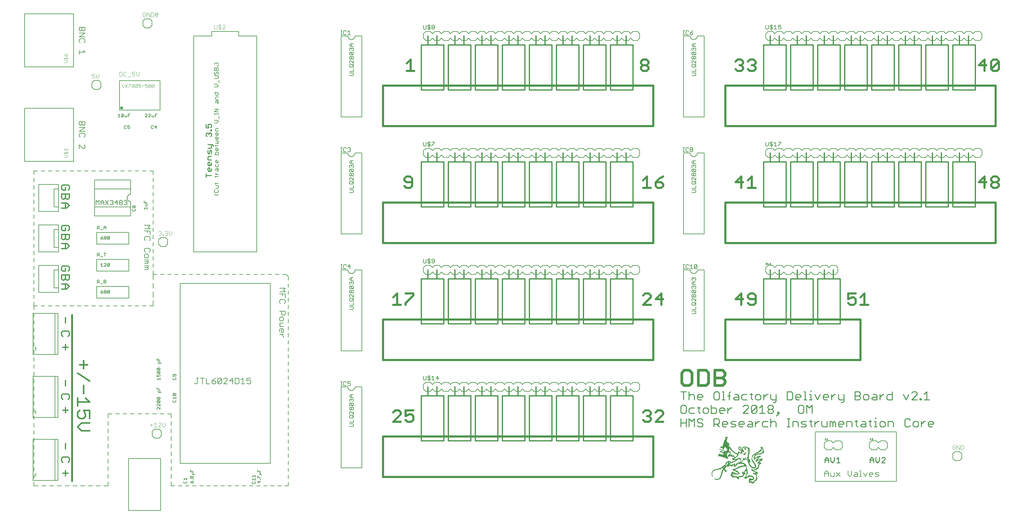
<source format=gto>
G04 EAGLE Gerber X2 export*
%TF.Part,Single*%
%TF.FileFunction,Other,Top Silkscreen*%
%TF.FilePolarity,Positive*%
%TF.GenerationSoftware,Autodesk,EAGLE,9.1.1*%
%TF.CreationDate,2018-10-16T14:42:43Z*%
G75*
%MOMM*%
%FSLAX34Y34*%
%LPD*%
%AMOC8*
5,1,8,0,0,1.08239X$1,22.5*%
G01*
%ADD10C,0.609600*%
%ADD11C,0.304800*%
%ADD12C,0.762000*%
%ADD13C,0.254000*%
%ADD14C,0.457200*%
%ADD15C,0.508000*%
%ADD16C,0.177800*%
%ADD17C,0.279400*%
%ADD18C,0.152400*%
%ADD19C,0.584200*%
%ADD20C,0.101600*%
%ADD21C,0.127000*%
%ADD22C,0.203200*%
%ADD23C,0.812219*%
%ADD24C,0.076200*%
%ADD25C,0.025400*%
%ADD26R,0.127000X0.025400*%
%ADD27R,0.203200X0.025400*%
%ADD28R,0.228600X0.025400*%
%ADD29R,0.025400X0.025400*%
%ADD30R,0.279400X0.025400*%
%ADD31R,0.355600X0.025400*%
%ADD32R,0.431800X0.025400*%
%ADD33R,0.508000X0.025400*%
%ADD34R,0.609600X0.025400*%
%ADD35R,0.711200X0.025400*%
%ADD36R,0.812800X0.025400*%
%ADD37R,0.914400X0.025400*%
%ADD38R,1.041400X0.025400*%
%ADD39R,1.193800X0.025400*%
%ADD40R,1.346200X0.025400*%
%ADD41R,1.524000X0.025400*%
%ADD42R,1.574800X0.025400*%
%ADD43R,0.939800X0.025400*%
%ADD44R,0.381000X0.025400*%
%ADD45R,0.304800X0.025400*%
%ADD46R,0.889000X0.025400*%
%ADD47R,0.457200X0.025400*%
%ADD48R,0.406400X0.025400*%
%ADD49R,0.254000X0.025400*%
%ADD50R,0.330200X0.025400*%
%ADD51R,0.050800X0.025400*%
%ADD52R,0.533400X0.025400*%
%ADD53R,0.558800X0.025400*%
%ADD54R,0.660400X0.025400*%
%ADD55R,0.482600X0.025400*%
%ADD56R,0.787400X0.025400*%
%ADD57R,1.016000X0.025400*%
%ADD58R,1.092200X0.025400*%
%ADD59R,1.117600X0.025400*%
%ADD60R,1.168400X0.025400*%
%ADD61R,0.635000X0.025400*%
%ADD62R,1.219200X0.025400*%
%ADD63R,1.244600X0.025400*%
%ADD64R,1.270000X0.025400*%
%ADD65R,0.838200X0.025400*%
%ADD66R,0.685800X0.025400*%
%ADD67R,0.177800X0.025400*%
%ADD68R,0.076200X0.025400*%
%ADD69R,0.863600X0.025400*%
%ADD70R,0.736600X0.025400*%
%ADD71R,0.152400X0.025400*%
%ADD72R,1.549400X0.025400*%
%ADD73R,1.066800X0.025400*%
%ADD74R,1.498600X0.025400*%
%ADD75R,1.143000X0.025400*%
%ADD76R,1.447800X0.025400*%
%ADD77R,0.101600X0.025400*%
%ADD78R,1.397000X0.025400*%
%ADD79R,1.422400X0.025400*%
%ADD80R,0.990600X0.025400*%
%ADD81R,1.295400X0.025400*%
%ADD82R,0.584200X0.025400*%
%ADD83R,2.082800X0.025400*%
%ADD84R,2.159000X0.025400*%
%ADD85R,2.209800X0.025400*%
%ADD86R,2.260600X0.025400*%
%ADD87R,1.473200X0.025400*%
%ADD88R,0.762000X0.025400*%
%ADD89R,0.965200X0.025400*%
%ADD90R,1.905000X0.025400*%
%ADD91R,1.828800X0.025400*%
%ADD92R,1.727200X0.025400*%
%ADD93R,1.651000X0.025400*%
%ADD94R,1.625600X0.025400*%
%ADD95R,1.752600X0.025400*%
%ADD96R,1.701800X0.025400*%
%ADD97R,1.600200X0.025400*%
%ADD98R,1.676400X0.025400*%
%ADD99R,1.803400X0.025400*%
%ADD100R,1.981200X0.025400*%
%ADD101R,2.032000X0.025400*%
%ADD102R,2.108200X0.025400*%
%ADD103R,2.387600X0.025400*%
%ADD104R,2.438400X0.025400*%
%ADD105R,2.514600X0.025400*%
%ADD106R,2.463800X0.025400*%
%ADD107R,2.413000X0.025400*%
%ADD108R,2.362200X0.025400*%
%ADD109R,2.336800X0.025400*%
%ADD110R,2.590800X0.025400*%
%ADD111R,2.692400X0.025400*%
%ADD112R,1.854200X0.025400*%
%ADD113R,1.320800X0.025400*%
%ADD114R,1.371600X0.025400*%
%ADD115R,2.540000X0.025400*%
%ADD116R,1.778000X0.025400*%


D10*
X1765300Y1041400D02*
X1765300Y1155700D01*
X1003300Y1155700D01*
X1003300Y1041400D01*
X1765300Y1041400D01*
D11*
X1708150Y1143000D02*
X1708150Y1270000D01*
X1644650Y1270000D01*
X1644650Y1143000D01*
X1708150Y1143000D01*
X1631950Y1143000D02*
X1631950Y1270000D01*
X1568450Y1270000D01*
X1568450Y1143000D01*
X1631950Y1143000D01*
X1555750Y1143000D02*
X1555750Y1270000D01*
X1492250Y1270000D01*
X1492250Y1143000D01*
X1555750Y1143000D01*
X1479550Y1143000D02*
X1479550Y1270000D01*
X1416050Y1270000D01*
X1416050Y1143000D01*
X1479550Y1143000D01*
X1403350Y1143000D02*
X1403350Y1270000D01*
X1339850Y1270000D01*
X1339850Y1143000D01*
X1403350Y1143000D01*
X1327150Y1143000D02*
X1327150Y1270000D01*
X1263650Y1270000D01*
X1263650Y1143000D01*
X1327150Y1143000D01*
X1250950Y1143000D02*
X1250950Y1270000D01*
X1187450Y1270000D01*
X1187450Y1143000D01*
X1250950Y1143000D01*
X1174750Y1143000D02*
X1174750Y1270000D01*
X1111250Y1270000D01*
X1111250Y1143000D01*
X1174750Y1143000D01*
X1155700Y1270000D02*
X1155700Y1295400D01*
X1130300Y1295400D02*
X1130300Y1270000D01*
X1206500Y1270000D02*
X1206500Y1295400D01*
X1231900Y1295400D02*
X1231900Y1270000D01*
X1308100Y1270000D02*
X1308100Y1295400D01*
X1282700Y1295400D02*
X1282700Y1270000D01*
X1358900Y1270000D02*
X1358900Y1295400D01*
X1384300Y1295400D02*
X1384300Y1270000D01*
X1460500Y1270000D02*
X1460500Y1295400D01*
X1435100Y1295400D02*
X1435100Y1270000D01*
X1511300Y1270000D02*
X1511300Y1295400D01*
X1536700Y1295400D02*
X1536700Y1270000D01*
X1612900Y1270000D02*
X1612900Y1295400D01*
X1587500Y1295400D02*
X1587500Y1270000D01*
X1663700Y1270000D02*
X1663700Y1295400D01*
X1689100Y1295400D02*
X1689100Y1270000D01*
D12*
X1852513Y351827D02*
X1866918Y351827D01*
X1852513Y351827D02*
X1845310Y344624D01*
X1845310Y315813D01*
X1852513Y308610D01*
X1866918Y308610D01*
X1874121Y315813D01*
X1874121Y344624D01*
X1866918Y351827D01*
X1892086Y351827D02*
X1892086Y308610D01*
X1913694Y308610D01*
X1920897Y315813D01*
X1920897Y344624D01*
X1913694Y351827D01*
X1892086Y351827D01*
X1938862Y351827D02*
X1938862Y308610D01*
X1938862Y351827D02*
X1960470Y351827D01*
X1967673Y344624D01*
X1967673Y337421D01*
X1960470Y330218D01*
X1967673Y323016D01*
X1967673Y315813D01*
X1960470Y308610D01*
X1938862Y308610D01*
X1938862Y330218D02*
X1960470Y330218D01*
D13*
X1850397Y290850D02*
X1850397Y267970D01*
X1842770Y290850D02*
X1858023Y290850D01*
X1866158Y290850D02*
X1866158Y267970D01*
X1866158Y279410D02*
X1869971Y283223D01*
X1877598Y283223D01*
X1881411Y279410D01*
X1881411Y267970D01*
X1893359Y267970D02*
X1900986Y267970D01*
X1893359Y267970D02*
X1889546Y271783D01*
X1889546Y279410D01*
X1893359Y283223D01*
X1900986Y283223D01*
X1904799Y279410D01*
X1904799Y275597D01*
X1889546Y275597D01*
X1940135Y290850D02*
X1947762Y290850D01*
X1940135Y290850D02*
X1936322Y287036D01*
X1936322Y271783D01*
X1940135Y267970D01*
X1947762Y267970D01*
X1951575Y271783D01*
X1951575Y287036D01*
X1947762Y290850D01*
X1959710Y290850D02*
X1963523Y290850D01*
X1963523Y267970D01*
X1959710Y267970D02*
X1967336Y267970D01*
X1979115Y267970D02*
X1979115Y287036D01*
X1982928Y290850D01*
X1982928Y279410D02*
X1975302Y279410D01*
X1994707Y283223D02*
X2002334Y283223D01*
X2006147Y279410D01*
X2006147Y267970D01*
X1994707Y267970D01*
X1990894Y271783D01*
X1994707Y275597D01*
X2006147Y275597D01*
X2018095Y283223D02*
X2029535Y283223D01*
X2018095Y283223D02*
X2014282Y279410D01*
X2014282Y271783D01*
X2018095Y267970D01*
X2029535Y267970D01*
X2041483Y271783D02*
X2041483Y287036D01*
X2041483Y271783D02*
X2045296Y267970D01*
X2045296Y283223D02*
X2037670Y283223D01*
X2057075Y267970D02*
X2064701Y267970D01*
X2068515Y271783D01*
X2068515Y279410D01*
X2064701Y283223D01*
X2057075Y283223D01*
X2053262Y279410D01*
X2053262Y271783D01*
X2057075Y267970D01*
X2076650Y267970D02*
X2076650Y283223D01*
X2076650Y275597D02*
X2084276Y283223D01*
X2088089Y283223D01*
X2096140Y283223D02*
X2096140Y271783D01*
X2099953Y267970D01*
X2111393Y267970D01*
X2111393Y264157D02*
X2111393Y283223D01*
X2111393Y264157D02*
X2107579Y260344D01*
X2103766Y260344D01*
X2142916Y267970D02*
X2142916Y290850D01*
X2142916Y267970D02*
X2154355Y267970D01*
X2158169Y271783D01*
X2158169Y287036D01*
X2154355Y290850D01*
X2142916Y290850D01*
X2170117Y267970D02*
X2177743Y267970D01*
X2170117Y267970D02*
X2166304Y271783D01*
X2166304Y279410D01*
X2170117Y283223D01*
X2177743Y283223D01*
X2181557Y279410D01*
X2181557Y275597D01*
X2166304Y275597D01*
X2189692Y290850D02*
X2193505Y290850D01*
X2193505Y267970D01*
X2189692Y267970D02*
X2197318Y267970D01*
X2205283Y283223D02*
X2209097Y283223D01*
X2209097Y267970D01*
X2212910Y267970D02*
X2205283Y267970D01*
X2209097Y290850D02*
X2209097Y294663D01*
X2220875Y283223D02*
X2228502Y267970D01*
X2236128Y283223D01*
X2248077Y267970D02*
X2255703Y267970D01*
X2248077Y267970D02*
X2244263Y271783D01*
X2244263Y279410D01*
X2248077Y283223D01*
X2255703Y283223D01*
X2259516Y279410D01*
X2259516Y275597D01*
X2244263Y275597D01*
X2267651Y283223D02*
X2267651Y267970D01*
X2267651Y275597D02*
X2275278Y283223D01*
X2279091Y283223D01*
X2287141Y283223D02*
X2287141Y271783D01*
X2290955Y267970D01*
X2302394Y267970D01*
X2302394Y264157D02*
X2302394Y283223D01*
X2302394Y264157D02*
X2298581Y260344D01*
X2294768Y260344D01*
X2333917Y267970D02*
X2333917Y290850D01*
X2345357Y290850D01*
X2349170Y287036D01*
X2349170Y283223D01*
X2345357Y279410D01*
X2349170Y275597D01*
X2349170Y271783D01*
X2345357Y267970D01*
X2333917Y267970D01*
X2333917Y279410D02*
X2345357Y279410D01*
X2361119Y267970D02*
X2368745Y267970D01*
X2372558Y271783D01*
X2372558Y279410D01*
X2368745Y283223D01*
X2361119Y283223D01*
X2357305Y279410D01*
X2357305Y271783D01*
X2361119Y267970D01*
X2384506Y283223D02*
X2392133Y283223D01*
X2395946Y279410D01*
X2395946Y267970D01*
X2384506Y267970D01*
X2380693Y271783D01*
X2384506Y275597D01*
X2395946Y275597D01*
X2404081Y283223D02*
X2404081Y267970D01*
X2404081Y275597D02*
X2411708Y283223D01*
X2415521Y283223D01*
X2438824Y290850D02*
X2438824Y267970D01*
X2427384Y267970D01*
X2423571Y271783D01*
X2423571Y279410D01*
X2427384Y283223D01*
X2438824Y283223D01*
X2470347Y283223D02*
X2477974Y267970D01*
X2485600Y283223D01*
X2493735Y267970D02*
X2508988Y267970D01*
X2493735Y267970D02*
X2508988Y283223D01*
X2508988Y287036D01*
X2505175Y290850D01*
X2497548Y290850D01*
X2493735Y287036D01*
X2517123Y271783D02*
X2517123Y267970D01*
X2517123Y271783D02*
X2520936Y271783D01*
X2520936Y267970D01*
X2517123Y267970D01*
X2528817Y283223D02*
X2536444Y290850D01*
X2536444Y267970D01*
X2544070Y267970D02*
X2528817Y267970D01*
X1854210Y252750D02*
X1846583Y252750D01*
X1842770Y248936D01*
X1842770Y233683D01*
X1846583Y229870D01*
X1854210Y229870D01*
X1858023Y233683D01*
X1858023Y248936D01*
X1854210Y252750D01*
X1869971Y245123D02*
X1881411Y245123D01*
X1869971Y245123D02*
X1866158Y241310D01*
X1866158Y233683D01*
X1869971Y229870D01*
X1881411Y229870D01*
X1893359Y233683D02*
X1893359Y248936D01*
X1893359Y233683D02*
X1897172Y229870D01*
X1897172Y245123D02*
X1889546Y245123D01*
X1908951Y229870D02*
X1916578Y229870D01*
X1920391Y233683D01*
X1920391Y241310D01*
X1916578Y245123D01*
X1908951Y245123D01*
X1905138Y241310D01*
X1905138Y233683D01*
X1908951Y229870D01*
X1928526Y229870D02*
X1928526Y252750D01*
X1928526Y229870D02*
X1939966Y229870D01*
X1943779Y233683D01*
X1943779Y241310D01*
X1939966Y245123D01*
X1928526Y245123D01*
X1955727Y229870D02*
X1963354Y229870D01*
X1955727Y229870D02*
X1951914Y233683D01*
X1951914Y241310D01*
X1955727Y245123D01*
X1963354Y245123D01*
X1967167Y241310D01*
X1967167Y237497D01*
X1951914Y237497D01*
X1975302Y245123D02*
X1975302Y229870D01*
X1975302Y237497D02*
X1982928Y245123D01*
X1986742Y245123D01*
X2018180Y229870D02*
X2033433Y229870D01*
X2018180Y229870D02*
X2033433Y245123D01*
X2033433Y248936D01*
X2029620Y252750D01*
X2021993Y252750D01*
X2018180Y248936D01*
X2041568Y248936D02*
X2041568Y233683D01*
X2041568Y248936D02*
X2045381Y252750D01*
X2053007Y252750D01*
X2056821Y248936D01*
X2056821Y233683D01*
X2053007Y229870D01*
X2045381Y229870D01*
X2041568Y233683D01*
X2056821Y248936D01*
X2064956Y245123D02*
X2072582Y252750D01*
X2072582Y229870D01*
X2064956Y229870D02*
X2080209Y229870D01*
X2088344Y248936D02*
X2092157Y252750D01*
X2099783Y252750D01*
X2103597Y248936D01*
X2103597Y245123D01*
X2099783Y241310D01*
X2103597Y237497D01*
X2103597Y233683D01*
X2099783Y229870D01*
X2092157Y229870D01*
X2088344Y233683D01*
X2088344Y237497D01*
X2092157Y241310D01*
X2088344Y245123D01*
X2088344Y248936D01*
X2092157Y241310D02*
X2099783Y241310D01*
X2111732Y222244D02*
X2119358Y229870D01*
X2119358Y233683D01*
X2115545Y233683D01*
X2115545Y229870D01*
X2119358Y229870D01*
X2177913Y252750D02*
X2185539Y252750D01*
X2177913Y252750D02*
X2174100Y248936D01*
X2174100Y233683D01*
X2177913Y229870D01*
X2185539Y229870D01*
X2189353Y233683D01*
X2189353Y248936D01*
X2185539Y252750D01*
X2197488Y252750D02*
X2197488Y229870D01*
X2205114Y245123D02*
X2197488Y252750D01*
X2205114Y245123D02*
X2212741Y252750D01*
X2212741Y229870D01*
X1842770Y214650D02*
X1842770Y191770D01*
X1842770Y203210D02*
X1858023Y203210D01*
X1858023Y214650D02*
X1858023Y191770D01*
X1866158Y191770D02*
X1866158Y214650D01*
X1873784Y207023D01*
X1881411Y214650D01*
X1881411Y191770D01*
X1900986Y214650D02*
X1904799Y210836D01*
X1900986Y214650D02*
X1893359Y214650D01*
X1889546Y210836D01*
X1889546Y207023D01*
X1893359Y203210D01*
X1900986Y203210D01*
X1904799Y199397D01*
X1904799Y195583D01*
X1900986Y191770D01*
X1893359Y191770D01*
X1889546Y195583D01*
X1936322Y191770D02*
X1936322Y214650D01*
X1947762Y214650D01*
X1951575Y210836D01*
X1951575Y203210D01*
X1947762Y199397D01*
X1936322Y199397D01*
X1943948Y199397D02*
X1951575Y191770D01*
X1963523Y191770D02*
X1971150Y191770D01*
X1963523Y191770D02*
X1959710Y195583D01*
X1959710Y203210D01*
X1963523Y207023D01*
X1971150Y207023D01*
X1974963Y203210D01*
X1974963Y199397D01*
X1959710Y199397D01*
X1983098Y191770D02*
X1994538Y191770D01*
X1998351Y195583D01*
X1994538Y199397D01*
X1986911Y199397D01*
X1983098Y203210D01*
X1986911Y207023D01*
X1998351Y207023D01*
X2010299Y191770D02*
X2017926Y191770D01*
X2010299Y191770D02*
X2006486Y195583D01*
X2006486Y203210D01*
X2010299Y207023D01*
X2017926Y207023D01*
X2021739Y203210D01*
X2021739Y199397D01*
X2006486Y199397D01*
X2033687Y207023D02*
X2041314Y207023D01*
X2045127Y203210D01*
X2045127Y191770D01*
X2033687Y191770D01*
X2029874Y195583D01*
X2033687Y199397D01*
X2045127Y199397D01*
X2053262Y207023D02*
X2053262Y191770D01*
X2053262Y199397D02*
X2060888Y207023D01*
X2064701Y207023D01*
X2076565Y207023D02*
X2088005Y207023D01*
X2076565Y207023D02*
X2072752Y203210D01*
X2072752Y195583D01*
X2076565Y191770D01*
X2088005Y191770D01*
X2096140Y191770D02*
X2096140Y214650D01*
X2099953Y207023D02*
X2096140Y203210D01*
X2099953Y207023D02*
X2107579Y207023D01*
X2111393Y203210D01*
X2111393Y191770D01*
X2142916Y191770D02*
X2150542Y191770D01*
X2146729Y191770D02*
X2146729Y214650D01*
X2142916Y214650D02*
X2150542Y214650D01*
X2158508Y207023D02*
X2158508Y191770D01*
X2158508Y207023D02*
X2169947Y207023D01*
X2173761Y203210D01*
X2173761Y191770D01*
X2181896Y191770D02*
X2193335Y191770D01*
X2197149Y195583D01*
X2193335Y199397D01*
X2185709Y199397D01*
X2181896Y203210D01*
X2185709Y207023D01*
X2197149Y207023D01*
X2209097Y210836D02*
X2209097Y195583D01*
X2212910Y191770D01*
X2212910Y207023D02*
X2205284Y207023D01*
X2220875Y207023D02*
X2220875Y191770D01*
X2220875Y199397D02*
X2228502Y207023D01*
X2232315Y207023D01*
X2240365Y207023D02*
X2240365Y195583D01*
X2244179Y191770D01*
X2255618Y191770D01*
X2255618Y207023D01*
X2263753Y207023D02*
X2263753Y191770D01*
X2263753Y207023D02*
X2267567Y207023D01*
X2271380Y203210D01*
X2271380Y191770D01*
X2271380Y203210D02*
X2275193Y207023D01*
X2279006Y203210D01*
X2279006Y191770D01*
X2290955Y191770D02*
X2298581Y191770D01*
X2290955Y191770D02*
X2287141Y195583D01*
X2287141Y203210D01*
X2290955Y207023D01*
X2298581Y207023D01*
X2302394Y203210D01*
X2302394Y199397D01*
X2287141Y199397D01*
X2310529Y207023D02*
X2310529Y191770D01*
X2310529Y207023D02*
X2321969Y207023D01*
X2325782Y203210D01*
X2325782Y191770D01*
X2337731Y195583D02*
X2337731Y210836D01*
X2337731Y195583D02*
X2341544Y191770D01*
X2341544Y207023D02*
X2333917Y207023D01*
X2353323Y207023D02*
X2360949Y207023D01*
X2364762Y203210D01*
X2364762Y191770D01*
X2353323Y191770D01*
X2349509Y195583D01*
X2353323Y199397D01*
X2364762Y199397D01*
X2376711Y195583D02*
X2376711Y210836D01*
X2376711Y195583D02*
X2380524Y191770D01*
X2380524Y207023D02*
X2372897Y207023D01*
X2388489Y207023D02*
X2392302Y207023D01*
X2392302Y191770D01*
X2388489Y191770D02*
X2396116Y191770D01*
X2392302Y214650D02*
X2392302Y218463D01*
X2407894Y191770D02*
X2415521Y191770D01*
X2419334Y195583D01*
X2419334Y203210D01*
X2415521Y207023D01*
X2407894Y207023D01*
X2404081Y203210D01*
X2404081Y195583D01*
X2407894Y191770D01*
X2427469Y191770D02*
X2427469Y207023D01*
X2438909Y207023D01*
X2442722Y203210D01*
X2442722Y191770D01*
X2485685Y214650D02*
X2489498Y210836D01*
X2485685Y214650D02*
X2478058Y214650D01*
X2474245Y210836D01*
X2474245Y195583D01*
X2478058Y191770D01*
X2485685Y191770D01*
X2489498Y195583D01*
X2501446Y191770D02*
X2509073Y191770D01*
X2512886Y195583D01*
X2512886Y203210D01*
X2509073Y207023D01*
X2501446Y207023D01*
X2497633Y203210D01*
X2497633Y195583D01*
X2501446Y191770D01*
X2521021Y191770D02*
X2521021Y207023D01*
X2521021Y199397D02*
X2528648Y207023D01*
X2532461Y207023D01*
X2544324Y191770D02*
X2551951Y191770D01*
X2544324Y191770D02*
X2540511Y195583D01*
X2540511Y203210D01*
X2544324Y207023D01*
X2551951Y207023D01*
X2555764Y203210D01*
X2555764Y199397D01*
X2540511Y199397D01*
D11*
X111688Y595376D02*
X96774Y595376D01*
X111688Y595376D02*
X119145Y587919D01*
X111688Y580462D01*
X96774Y580462D01*
X107960Y580462D02*
X107960Y595376D01*
X119145Y620776D02*
X96774Y620776D01*
X119145Y620776D02*
X119145Y609590D01*
X115417Y605862D01*
X111688Y605862D01*
X107960Y609590D01*
X104231Y605862D01*
X100503Y605862D01*
X96774Y609590D01*
X96774Y620776D01*
X107960Y620776D02*
X107960Y609590D01*
X115417Y631262D02*
X119145Y634990D01*
X119145Y642448D01*
X115417Y646176D01*
X100503Y646176D01*
X96774Y642448D01*
X96774Y634990D01*
X100503Y631262D01*
X107960Y631262D01*
X107960Y638719D01*
X115417Y745562D02*
X119145Y749290D01*
X119145Y756748D01*
X115417Y760476D01*
X100503Y760476D01*
X96774Y756748D01*
X96774Y749290D01*
X100503Y745562D01*
X107960Y745562D01*
X107960Y753019D01*
X119145Y735076D02*
X96774Y735076D01*
X119145Y735076D02*
X119145Y723890D01*
X115417Y720162D01*
X111688Y720162D01*
X107960Y723890D01*
X104231Y720162D01*
X100503Y720162D01*
X96774Y723890D01*
X96774Y735076D01*
X107960Y735076D02*
X107960Y723890D01*
X111688Y709676D02*
X96774Y709676D01*
X111688Y709676D02*
X119145Y702219D01*
X111688Y694762D01*
X96774Y694762D01*
X107960Y694762D02*
X107960Y709676D01*
X107960Y246126D02*
X107960Y231212D01*
X115417Y238669D02*
X100503Y238669D01*
X107960Y307412D02*
X107960Y322326D01*
X119145Y273040D02*
X115417Y269312D01*
X119145Y273040D02*
X119145Y280498D01*
X115417Y284226D01*
X100503Y284226D01*
X96774Y280498D01*
X96774Y273040D01*
X100503Y269312D01*
D14*
X158764Y356343D02*
X158764Y378714D01*
X147579Y367528D02*
X169950Y367528D01*
X141986Y343632D02*
X175543Y321261D01*
X158764Y308550D02*
X158764Y286179D01*
X164357Y273468D02*
X175543Y262283D01*
X141986Y262283D01*
X141986Y273468D02*
X141986Y251097D01*
X175543Y238386D02*
X175543Y216015D01*
X175543Y238386D02*
X158764Y238386D01*
X164357Y227201D01*
X164357Y221608D01*
X158764Y216015D01*
X147579Y216015D01*
X141986Y221608D01*
X141986Y232793D01*
X147579Y238386D01*
X153172Y203304D02*
X175543Y203304D01*
X153172Y203304D02*
X141986Y192119D01*
X153172Y180933D01*
X175543Y180933D01*
D11*
X115417Y447112D02*
X119145Y450840D01*
X119145Y458298D01*
X115417Y462026D01*
X100503Y462026D01*
X96774Y458298D01*
X96774Y450840D01*
X100503Y447112D01*
X107960Y485212D02*
X107960Y500126D01*
X107960Y423926D02*
X107960Y409012D01*
X115417Y416469D02*
X100503Y416469D01*
D10*
X1765300Y711200D02*
X1765300Y825500D01*
X1003300Y825500D01*
X1003300Y711200D01*
X1765300Y711200D01*
D11*
X1708150Y812800D02*
X1708150Y939800D01*
X1644650Y939800D01*
X1644650Y812800D01*
X1708150Y812800D01*
X1631950Y812800D02*
X1631950Y939800D01*
X1568450Y939800D01*
X1568450Y812800D01*
X1631950Y812800D01*
X1555750Y812800D02*
X1555750Y939800D01*
X1492250Y939800D01*
X1492250Y812800D01*
X1555750Y812800D01*
X1479550Y812800D02*
X1479550Y939800D01*
X1416050Y939800D01*
X1416050Y812800D01*
X1479550Y812800D01*
X1403350Y812800D02*
X1403350Y939800D01*
X1339850Y939800D01*
X1339850Y812800D01*
X1403350Y812800D01*
X1327150Y812800D02*
X1327150Y939800D01*
X1263650Y939800D01*
X1263650Y812800D01*
X1327150Y812800D01*
X1250950Y812800D02*
X1250950Y939800D01*
X1187450Y939800D01*
X1187450Y812800D01*
X1250950Y812800D01*
X1174750Y812800D02*
X1174750Y939800D01*
X1111250Y939800D01*
X1111250Y812800D01*
X1174750Y812800D01*
X1155700Y939800D02*
X1155700Y965200D01*
X1130300Y965200D02*
X1130300Y939800D01*
X1206500Y939800D02*
X1206500Y965200D01*
X1231900Y965200D02*
X1231900Y939800D01*
X1308100Y939800D02*
X1308100Y965200D01*
X1282700Y965200D02*
X1282700Y939800D01*
X1358900Y939800D02*
X1358900Y965200D01*
X1384300Y965200D02*
X1384300Y939800D01*
X1460500Y939800D02*
X1460500Y965200D01*
X1435100Y965200D02*
X1435100Y939800D01*
X1511300Y939800D02*
X1511300Y965200D01*
X1536700Y965200D02*
X1536700Y939800D01*
X1612900Y939800D02*
X1612900Y965200D01*
X1587500Y965200D02*
X1587500Y939800D01*
X1663700Y939800D02*
X1663700Y965200D01*
X1689100Y965200D02*
X1689100Y939800D01*
D10*
X1765300Y495300D02*
X1765300Y381000D01*
X1765300Y495300D02*
X1003300Y495300D01*
X1003300Y381000D01*
X1765300Y381000D01*
D11*
X1708150Y482600D02*
X1708150Y609600D01*
X1644650Y609600D01*
X1644650Y482600D01*
X1708150Y482600D01*
X1631950Y482600D02*
X1631950Y609600D01*
X1568450Y609600D01*
X1568450Y482600D01*
X1631950Y482600D01*
X1555750Y482600D02*
X1555750Y609600D01*
X1492250Y609600D01*
X1492250Y482600D01*
X1555750Y482600D01*
X1479550Y482600D02*
X1479550Y609600D01*
X1416050Y609600D01*
X1416050Y482600D01*
X1479550Y482600D01*
X1403350Y482600D02*
X1403350Y609600D01*
X1339850Y609600D01*
X1339850Y482600D01*
X1403350Y482600D01*
X1327150Y482600D02*
X1327150Y609600D01*
X1263650Y609600D01*
X1263650Y482600D01*
X1327150Y482600D01*
X1250950Y482600D02*
X1250950Y609600D01*
X1187450Y609600D01*
X1187450Y482600D01*
X1250950Y482600D01*
X1174750Y482600D02*
X1174750Y609600D01*
X1111250Y609600D01*
X1111250Y482600D01*
X1174750Y482600D01*
X1155700Y609600D02*
X1155700Y635000D01*
X1130300Y635000D02*
X1130300Y609600D01*
X1206500Y609600D02*
X1206500Y635000D01*
X1231900Y635000D02*
X1231900Y609600D01*
X1308100Y609600D02*
X1308100Y635000D01*
X1282700Y635000D02*
X1282700Y609600D01*
X1358900Y609600D02*
X1358900Y635000D01*
X1384300Y635000D02*
X1384300Y609600D01*
X1460500Y609600D02*
X1460500Y635000D01*
X1435100Y635000D02*
X1435100Y609600D01*
X1511300Y609600D02*
X1511300Y635000D01*
X1536700Y635000D02*
X1536700Y609600D01*
X1612900Y609600D02*
X1612900Y635000D01*
X1587500Y635000D02*
X1587500Y609600D01*
X1663700Y609600D02*
X1663700Y635000D01*
X1689100Y635000D02*
X1689100Y609600D01*
D10*
X1765300Y165100D02*
X1765300Y50800D01*
X1765300Y165100D02*
X1003300Y165100D01*
X1003300Y50800D01*
X1765300Y50800D01*
D11*
X1708150Y152400D02*
X1708150Y279400D01*
X1644650Y279400D01*
X1644650Y152400D01*
X1708150Y152400D01*
X1631950Y152400D02*
X1631950Y279400D01*
X1568450Y279400D01*
X1568450Y152400D01*
X1631950Y152400D01*
X1555750Y152400D02*
X1555750Y279400D01*
X1492250Y279400D01*
X1492250Y152400D01*
X1555750Y152400D01*
X1479550Y152400D02*
X1479550Y279400D01*
X1416050Y279400D01*
X1416050Y152400D01*
X1479550Y152400D01*
X1403350Y152400D02*
X1403350Y279400D01*
X1339850Y279400D01*
X1339850Y152400D01*
X1403350Y152400D01*
X1327150Y152400D02*
X1327150Y279400D01*
X1263650Y279400D01*
X1263650Y152400D01*
X1327150Y152400D01*
X1250950Y152400D02*
X1250950Y279400D01*
X1187450Y279400D01*
X1187450Y152400D01*
X1250950Y152400D01*
X1174750Y152400D02*
X1174750Y279400D01*
X1111250Y279400D01*
X1111250Y152400D01*
X1174750Y152400D01*
X1155700Y279400D02*
X1155700Y304800D01*
X1130300Y304800D02*
X1130300Y279400D01*
X1206500Y279400D02*
X1206500Y304800D01*
X1231900Y304800D02*
X1231900Y279400D01*
X1308100Y279400D02*
X1308100Y304800D01*
X1282700Y304800D02*
X1282700Y279400D01*
X1358900Y279400D02*
X1358900Y304800D01*
X1384300Y304800D02*
X1384300Y279400D01*
X1460500Y279400D02*
X1460500Y304800D01*
X1435100Y304800D02*
X1435100Y279400D01*
X1511300Y279400D02*
X1511300Y304800D01*
X1536700Y304800D02*
X1536700Y279400D01*
X1612900Y279400D02*
X1612900Y304800D01*
X1587500Y304800D02*
X1587500Y279400D01*
X1663700Y279400D02*
X1663700Y304800D01*
X1689100Y304800D02*
X1689100Y279400D01*
D10*
X2730500Y1041400D02*
X2730500Y1155700D01*
X1968500Y1155700D01*
X1968500Y1041400D01*
X2730500Y1041400D01*
D11*
X2673350Y1143000D02*
X2673350Y1270000D01*
X2609850Y1270000D01*
X2609850Y1143000D01*
X2673350Y1143000D01*
X2597150Y1143000D02*
X2597150Y1270000D01*
X2533650Y1270000D01*
X2533650Y1143000D01*
X2597150Y1143000D01*
X2520950Y1143000D02*
X2520950Y1270000D01*
X2457450Y1270000D01*
X2457450Y1143000D01*
X2520950Y1143000D01*
X2444750Y1143000D02*
X2444750Y1270000D01*
X2381250Y1270000D01*
X2381250Y1143000D01*
X2444750Y1143000D01*
X2368550Y1143000D02*
X2368550Y1270000D01*
X2305050Y1270000D01*
X2305050Y1143000D01*
X2368550Y1143000D01*
X2292350Y1143000D02*
X2292350Y1270000D01*
X2228850Y1270000D01*
X2228850Y1143000D01*
X2292350Y1143000D01*
X2216150Y1143000D02*
X2216150Y1270000D01*
X2152650Y1270000D01*
X2152650Y1143000D01*
X2216150Y1143000D01*
X2139950Y1143000D02*
X2139950Y1270000D01*
X2076450Y1270000D01*
X2076450Y1143000D01*
X2139950Y1143000D01*
X2120900Y1270000D02*
X2120900Y1295400D01*
X2095500Y1295400D02*
X2095500Y1270000D01*
X2171700Y1270000D02*
X2171700Y1295400D01*
X2197100Y1295400D02*
X2197100Y1270000D01*
X2273300Y1270000D02*
X2273300Y1295400D01*
X2247900Y1295400D02*
X2247900Y1270000D01*
X2324100Y1270000D02*
X2324100Y1295400D01*
X2349500Y1295400D02*
X2349500Y1270000D01*
X2425700Y1270000D02*
X2425700Y1295400D01*
X2400300Y1295400D02*
X2400300Y1270000D01*
X2476500Y1270000D02*
X2476500Y1295400D01*
X2501900Y1295400D02*
X2501900Y1270000D01*
X2578100Y1270000D02*
X2578100Y1295400D01*
X2552700Y1295400D02*
X2552700Y1270000D01*
X2628900Y1270000D02*
X2628900Y1295400D01*
X2654300Y1295400D02*
X2654300Y1270000D01*
D10*
X2730500Y825500D02*
X2730500Y711200D01*
X2730500Y825500D02*
X1968500Y825500D01*
X1968500Y711200D01*
X2730500Y711200D01*
D11*
X2673350Y812800D02*
X2673350Y939800D01*
X2609850Y939800D01*
X2609850Y812800D01*
X2673350Y812800D01*
X2597150Y812800D02*
X2597150Y939800D01*
X2533650Y939800D01*
X2533650Y812800D01*
X2597150Y812800D01*
X2520950Y812800D02*
X2520950Y939800D01*
X2457450Y939800D01*
X2457450Y812800D01*
X2520950Y812800D01*
X2444750Y812800D02*
X2444750Y939800D01*
X2381250Y939800D01*
X2381250Y812800D01*
X2444750Y812800D01*
X2368550Y812800D02*
X2368550Y939800D01*
X2305050Y939800D01*
X2305050Y812800D01*
X2368550Y812800D01*
X2292350Y812800D02*
X2292350Y939800D01*
X2228850Y939800D01*
X2228850Y812800D01*
X2292350Y812800D01*
X2216150Y812800D02*
X2216150Y939800D01*
X2152650Y939800D01*
X2152650Y812800D01*
X2216150Y812800D01*
X2139950Y812800D02*
X2139950Y939800D01*
X2076450Y939800D01*
X2076450Y812800D01*
X2139950Y812800D01*
X2120900Y939800D02*
X2120900Y965200D01*
X2095500Y965200D02*
X2095500Y939800D01*
X2171700Y939800D02*
X2171700Y965200D01*
X2197100Y965200D02*
X2197100Y939800D01*
X2273300Y939800D02*
X2273300Y965200D01*
X2247900Y965200D02*
X2247900Y939800D01*
X2324100Y939800D02*
X2324100Y965200D01*
X2349500Y965200D02*
X2349500Y939800D01*
X2425700Y939800D02*
X2425700Y965200D01*
X2400300Y965200D02*
X2400300Y939800D01*
X2476500Y939800D02*
X2476500Y965200D01*
X2501900Y965200D02*
X2501900Y939800D01*
X2578100Y939800D02*
X2578100Y965200D01*
X2552700Y965200D02*
X2552700Y939800D01*
X2628900Y939800D02*
X2628900Y965200D01*
X2654300Y965200D02*
X2654300Y939800D01*
D10*
X2349500Y495300D02*
X2349500Y381000D01*
X2349500Y495300D02*
X1968500Y495300D01*
X1968500Y381000D01*
X2349500Y381000D01*
D11*
X2292350Y482600D02*
X2292350Y609600D01*
X2228850Y609600D01*
X2228850Y482600D01*
X2292350Y482600D01*
X2216150Y482600D02*
X2216150Y609600D01*
X2152650Y609600D01*
X2152650Y482600D01*
X2216150Y482600D01*
X2139950Y482600D02*
X2139950Y609600D01*
X2076450Y609600D01*
X2076450Y482600D01*
X2139950Y482600D01*
X2120900Y609600D02*
X2120900Y635000D01*
X2095500Y635000D02*
X2095500Y609600D01*
X2171700Y609600D02*
X2171700Y635000D01*
X2197100Y635000D02*
X2197100Y609600D01*
X2273300Y609600D02*
X2273300Y635000D01*
X2247900Y635000D02*
X2247900Y609600D01*
X107960Y68326D02*
X107960Y53412D01*
X115417Y60869D02*
X100503Y60869D01*
X107960Y129612D02*
X107960Y144526D01*
X119145Y95240D02*
X115417Y91512D01*
X119145Y95240D02*
X119145Y102698D01*
X115417Y106426D01*
X100503Y106426D01*
X96774Y102698D01*
X96774Y95240D01*
X100503Y91512D01*
D15*
X127000Y38100D02*
X127000Y508000D01*
D11*
X115417Y859862D02*
X119145Y863590D01*
X119145Y871048D01*
X115417Y874776D01*
X100503Y874776D01*
X96774Y871048D01*
X96774Y863590D01*
X100503Y859862D01*
X107960Y859862D01*
X107960Y867319D01*
X119145Y849376D02*
X96774Y849376D01*
X119145Y849376D02*
X119145Y838190D01*
X115417Y834462D01*
X111688Y834462D01*
X107960Y838190D01*
X104231Y834462D01*
X100503Y834462D01*
X96774Y838190D01*
X96774Y849376D01*
X107960Y849376D02*
X107960Y838190D01*
X111688Y823976D02*
X96774Y823976D01*
X111688Y823976D02*
X119145Y816519D01*
X111688Y809062D01*
X96774Y809062D01*
X107960Y809062D02*
X107960Y823976D01*
D16*
X2248789Y62366D02*
X2248789Y51689D01*
X2248789Y62366D02*
X2254128Y67705D01*
X2259466Y62366D01*
X2259466Y51689D01*
X2259466Y59697D02*
X2248789Y59697D01*
X2265161Y62366D02*
X2265161Y54358D01*
X2267830Y51689D01*
X2275838Y51689D01*
X2275838Y62366D01*
X2281532Y62366D02*
X2292209Y51689D01*
X2281532Y51689D02*
X2292209Y62366D01*
X2314275Y67705D02*
X2314275Y57028D01*
X2319614Y51689D01*
X2324952Y57028D01*
X2324952Y67705D01*
X2333316Y62366D02*
X2338655Y62366D01*
X2341324Y59697D01*
X2341324Y51689D01*
X2333316Y51689D01*
X2330647Y54358D01*
X2333316Y57028D01*
X2341324Y57028D01*
X2347018Y67705D02*
X2349688Y67705D01*
X2349688Y51689D01*
X2352357Y51689D02*
X2347018Y51689D01*
X2357933Y62366D02*
X2363271Y51689D01*
X2368610Y62366D01*
X2376974Y51689D02*
X2382312Y51689D01*
X2376974Y51689D02*
X2374304Y54358D01*
X2374304Y59697D01*
X2376974Y62366D01*
X2382312Y62366D01*
X2384981Y59697D01*
X2384981Y57028D01*
X2374304Y57028D01*
X2390676Y51689D02*
X2398684Y51689D01*
X2401353Y54358D01*
X2398684Y57028D01*
X2393345Y57028D01*
X2390676Y59697D01*
X2393345Y62366D01*
X2401353Y62366D01*
D17*
X2249297Y90297D02*
X2249297Y100296D01*
X2254297Y105296D01*
X2259296Y100296D01*
X2259296Y90297D01*
X2259296Y97796D02*
X2249297Y97796D01*
X2265669Y95297D02*
X2265669Y105296D01*
X2265669Y95297D02*
X2270668Y90297D01*
X2275668Y95297D01*
X2275668Y105296D01*
X2282040Y100296D02*
X2287040Y105296D01*
X2287040Y90297D01*
X2292039Y90297D02*
X2282040Y90297D01*
X2376297Y90297D02*
X2376297Y100296D01*
X2381297Y105296D01*
X2386296Y100296D01*
X2386296Y90297D01*
X2386296Y97796D02*
X2376297Y97796D01*
X2392669Y95297D02*
X2392669Y105296D01*
X2392669Y95297D02*
X2397668Y90297D01*
X2402668Y95297D01*
X2402668Y105296D01*
X2409040Y90297D02*
X2419039Y90297D01*
X2409040Y90297D02*
X2419039Y100296D01*
X2419039Y102796D01*
X2416540Y105296D01*
X2411540Y105296D01*
X2409040Y102796D01*
D18*
X2451100Y177800D02*
X2222500Y177800D01*
X2451100Y177800D02*
X2451100Y38100D01*
X2222500Y38100D01*
X2222500Y177800D01*
X29435Y914400D02*
X19050Y914400D01*
X39435Y914400D02*
X49821Y914400D01*
X59821Y914400D02*
X70206Y914400D01*
X80206Y914400D02*
X90591Y914400D01*
X100591Y914400D02*
X110976Y914400D01*
X120976Y914400D02*
X131362Y914400D01*
X141362Y914400D02*
X151747Y914400D01*
X161747Y914400D02*
X172132Y914400D01*
X182132Y914400D02*
X192518Y914400D01*
X202518Y914400D02*
X212903Y914400D01*
X222903Y914400D02*
X233288Y914400D01*
X243288Y914400D02*
X253674Y914400D01*
X263674Y914400D02*
X274059Y914400D01*
X284059Y914400D02*
X294444Y914400D01*
X304444Y914400D02*
X314829Y914400D01*
X324829Y914400D02*
X335215Y914400D01*
X345215Y914400D02*
X355600Y914400D01*
X355600Y904260D01*
X355600Y894260D02*
X355600Y884120D01*
X355600Y874120D02*
X355600Y863980D01*
X355600Y853980D02*
X355600Y843840D01*
X355600Y833840D02*
X355600Y823700D01*
X355600Y813700D02*
X355600Y803560D01*
X355600Y793560D02*
X355600Y783420D01*
X355600Y773420D02*
X355600Y763280D01*
X355600Y753280D02*
X355600Y743140D01*
X355600Y733140D02*
X355600Y723000D01*
X355600Y713000D02*
X355600Y702860D01*
X355600Y692860D02*
X355600Y682720D01*
X355600Y672720D02*
X355600Y662580D01*
X355600Y652580D02*
X355600Y642440D01*
X355600Y632440D02*
X355600Y622300D01*
X355600Y607575D01*
X355600Y597575D02*
X355600Y582850D01*
X355600Y572850D02*
X355600Y558125D01*
X355600Y548125D02*
X355600Y533400D01*
X345215Y533400D01*
X335215Y533400D02*
X324829Y533400D01*
X314829Y533400D02*
X304444Y533400D01*
X294444Y533400D02*
X284059Y533400D01*
X274059Y533400D02*
X263674Y533400D01*
X253674Y533400D02*
X243288Y533400D01*
X233288Y533400D02*
X222903Y533400D01*
X212903Y533400D02*
X202518Y533400D01*
X192518Y533400D02*
X182132Y533400D01*
X172132Y533400D02*
X161747Y533400D01*
X151747Y533400D02*
X141362Y533400D01*
X131362Y533400D02*
X120976Y533400D01*
X110976Y533400D02*
X100591Y533400D01*
X90591Y533400D02*
X80206Y533400D01*
X70206Y533400D02*
X59821Y533400D01*
X49821Y533400D02*
X39435Y533400D01*
X29435Y533400D02*
X19050Y533400D01*
X19050Y543979D01*
X19050Y553979D02*
X19050Y564558D01*
X19050Y574558D02*
X19050Y585137D01*
X19050Y595137D02*
X19050Y605716D01*
X19050Y615716D02*
X19050Y626295D01*
X19050Y636295D02*
X19050Y646874D01*
X19050Y656874D02*
X19050Y667453D01*
X19050Y677453D02*
X19050Y688032D01*
X19050Y698032D02*
X19050Y708611D01*
X19050Y718611D02*
X19050Y729189D01*
X19050Y739189D02*
X19050Y749768D01*
X19050Y759768D02*
X19050Y770347D01*
X19050Y780347D02*
X19050Y790926D01*
X19050Y800926D02*
X19050Y811505D01*
X19050Y821505D02*
X19050Y832084D01*
X19050Y842084D02*
X19050Y852663D01*
X19050Y862663D02*
X19050Y873242D01*
X19050Y883242D02*
X19050Y893821D01*
X19050Y903821D02*
X19050Y914400D01*
X355600Y622300D02*
X365845Y622300D01*
X375845Y622300D02*
X386089Y622300D01*
X396089Y622300D02*
X406334Y622300D01*
X416334Y622300D02*
X426579Y622300D01*
X436579Y622300D02*
X446824Y622300D01*
X456824Y622300D02*
X467068Y622300D01*
X477068Y622300D02*
X487313Y622300D01*
X497313Y622300D02*
X507558Y622300D01*
X517558Y622300D02*
X527803Y622300D01*
X537803Y622300D02*
X548047Y622300D01*
X558047Y622300D02*
X568292Y622300D01*
X578292Y622300D02*
X588537Y622300D01*
X598537Y622300D02*
X608782Y622300D01*
X618782Y622300D02*
X629026Y622300D01*
X639026Y622300D02*
X649271Y622300D01*
X659271Y622300D02*
X669516Y622300D01*
X679516Y622300D02*
X689761Y622300D01*
X699761Y622300D02*
X710005Y622300D01*
X720005Y622300D02*
X730250Y622300D01*
X736600Y615950D01*
X736600Y605932D01*
X736600Y595932D02*
X736600Y585913D01*
X736600Y575913D02*
X736600Y565895D01*
X736600Y555895D02*
X736600Y545877D01*
X736600Y535877D02*
X736600Y525858D01*
X736600Y515858D02*
X736600Y505840D01*
X736600Y495840D02*
X736600Y485822D01*
X736600Y475822D02*
X736600Y465803D01*
X736600Y455803D02*
X736600Y445785D01*
X736600Y435785D02*
X736600Y425767D01*
X736600Y415767D02*
X736600Y405748D01*
X736600Y395748D02*
X736600Y385730D01*
X736600Y375730D02*
X736600Y365712D01*
X736600Y355712D02*
X736600Y345693D01*
X736600Y335693D02*
X736600Y325675D01*
X736600Y315675D02*
X736600Y305657D01*
X736600Y295657D02*
X736600Y285638D01*
X736600Y275638D02*
X736600Y265620D01*
X736600Y255620D02*
X736600Y245602D01*
X736600Y235602D02*
X736600Y225583D01*
X736600Y215583D02*
X736600Y205565D01*
X736600Y195565D02*
X736600Y185547D01*
X736600Y175547D02*
X736600Y165528D01*
X736600Y155528D02*
X736600Y145510D01*
X736600Y135510D02*
X736600Y125492D01*
X736600Y115492D02*
X736600Y105473D01*
X736600Y95473D02*
X736600Y85455D01*
X736600Y75455D02*
X736600Y65437D01*
X736600Y55437D02*
X736600Y45418D01*
X736600Y35418D02*
X736600Y25400D01*
X726588Y25400D01*
X716588Y25400D02*
X706576Y25400D01*
X696576Y25400D02*
X686565Y25400D01*
X676565Y25400D02*
X666553Y25400D01*
X656553Y25400D02*
X646541Y25400D01*
X636541Y25400D02*
X626529Y25400D01*
X616529Y25400D02*
X606518Y25400D01*
X596518Y25400D02*
X586506Y25400D01*
X576506Y25400D02*
X566494Y25400D01*
X556494Y25400D02*
X546482Y25400D01*
X536482Y25400D02*
X526471Y25400D01*
X516471Y25400D02*
X506459Y25400D01*
X496459Y25400D02*
X486447Y25400D01*
X476447Y25400D02*
X466435Y25400D01*
X456435Y25400D02*
X446424Y25400D01*
X436424Y25400D02*
X426412Y25400D01*
X416412Y25400D02*
X406400Y25400D01*
X406400Y36720D01*
X406400Y46720D02*
X406400Y58040D01*
X406400Y68040D02*
X406400Y79360D01*
X406400Y89360D02*
X406400Y100680D01*
X406400Y110680D02*
X406400Y122000D01*
X406400Y132000D02*
X406400Y143320D01*
X406400Y153320D02*
X406400Y164640D01*
X406400Y174640D02*
X406400Y185960D01*
X406400Y195960D02*
X406400Y207280D01*
X406400Y217280D02*
X406400Y228600D01*
X395533Y228600D01*
X385533Y228600D02*
X374667Y228600D01*
X364667Y228600D02*
X353800Y228600D01*
X343800Y228600D02*
X332933Y228600D01*
X322933Y228600D02*
X312067Y228600D01*
X302067Y228600D02*
X291200Y228600D01*
X281200Y228600D02*
X270333Y228600D01*
X260333Y228600D02*
X249467Y228600D01*
X239467Y228600D02*
X228600Y228600D01*
X228600Y217280D01*
X228600Y207280D02*
X228600Y195960D01*
X228600Y185960D02*
X228600Y174640D01*
X228600Y164640D02*
X228600Y153320D01*
X228600Y143320D02*
X228600Y132000D01*
X228600Y122000D02*
X228600Y110680D01*
X228600Y100680D02*
X228600Y89360D01*
X228600Y79360D02*
X228600Y68040D01*
X228600Y58040D02*
X228600Y46720D01*
X228600Y36720D02*
X228600Y25400D01*
X216645Y25400D01*
X206645Y25400D02*
X194690Y25400D01*
X184690Y25400D02*
X172735Y25400D01*
X162735Y25400D02*
X150780Y25400D01*
X140780Y25400D02*
X128825Y25400D01*
X118825Y25400D02*
X106870Y25400D01*
X96870Y25400D02*
X84915Y25400D01*
X74915Y25400D02*
X62960Y25400D01*
X52960Y25400D02*
X41005Y25400D01*
X31005Y25400D02*
X19050Y25400D01*
X19050Y36120D01*
X19050Y46120D02*
X19050Y56840D01*
X19050Y66840D02*
X19050Y77560D01*
X19050Y87560D02*
X19050Y98280D01*
X19050Y108280D02*
X19050Y119000D01*
X19050Y129000D02*
X19050Y139720D01*
X19050Y149720D02*
X19050Y160440D01*
X19050Y170440D02*
X19050Y181160D01*
X19050Y191160D02*
X19050Y201880D01*
X19050Y211880D02*
X19050Y222600D01*
X19050Y232600D02*
X19050Y243320D01*
X19050Y253320D02*
X19050Y264040D01*
X19050Y274040D02*
X19050Y284760D01*
X19050Y294760D02*
X19050Y305480D01*
X19050Y315480D02*
X19050Y326200D01*
X19050Y336200D02*
X19050Y346920D01*
X19050Y356920D02*
X19050Y367640D01*
X19050Y377640D02*
X19050Y388360D01*
X19050Y398360D02*
X19050Y409080D01*
X19050Y419080D02*
X19050Y429800D01*
X19050Y439800D02*
X19050Y450520D01*
X19050Y460520D02*
X19050Y471240D01*
X19050Y481240D02*
X19050Y491960D01*
X19050Y501960D02*
X19050Y512680D01*
X19050Y522680D02*
X19050Y533400D01*
X711962Y583438D02*
X728232Y583438D01*
X722809Y578015D01*
X728232Y572591D01*
X711962Y572591D01*
X711962Y567066D02*
X728232Y567066D01*
X728232Y556220D01*
X720097Y561643D02*
X720097Y567066D01*
X728232Y542560D02*
X725520Y539848D01*
X728232Y542560D02*
X728232Y547983D01*
X725520Y550695D01*
X714674Y550695D01*
X711962Y547983D01*
X711962Y542560D01*
X714674Y539848D01*
X711962Y517952D02*
X728232Y517952D01*
X728232Y509817D01*
X725520Y507105D01*
X720097Y507105D01*
X717385Y509817D01*
X717385Y517952D01*
X711962Y498869D02*
X711962Y493445D01*
X714674Y490734D01*
X720097Y490734D01*
X722809Y493445D01*
X722809Y498869D01*
X720097Y501580D01*
X714674Y501580D01*
X711962Y498869D01*
X714674Y485209D02*
X722809Y485209D01*
X714674Y485209D02*
X711962Y482497D01*
X714674Y479785D01*
X711962Y477074D01*
X714674Y474362D01*
X722809Y474362D01*
X711962Y466125D02*
X711962Y460702D01*
X711962Y466125D02*
X714674Y468837D01*
X720097Y468837D01*
X722809Y466125D01*
X722809Y460702D01*
X720097Y457990D01*
X717385Y457990D01*
X717385Y468837D01*
X711962Y452466D02*
X722809Y452466D01*
X717385Y452466D02*
X722809Y447042D01*
X722809Y444331D01*
X347232Y761238D02*
X330962Y761238D01*
X341809Y755815D02*
X347232Y761238D01*
X341809Y755815D02*
X347232Y750391D01*
X330962Y750391D01*
X330962Y744866D02*
X347232Y744866D01*
X347232Y734020D01*
X339097Y739443D02*
X339097Y744866D01*
X347232Y720360D02*
X344520Y717648D01*
X347232Y720360D02*
X347232Y725783D01*
X344520Y728495D01*
X333674Y728495D01*
X330962Y725783D01*
X330962Y720360D01*
X333674Y717648D01*
X347232Y687617D02*
X344520Y684905D01*
X347232Y687617D02*
X347232Y693040D01*
X344520Y695752D01*
X333674Y695752D01*
X330962Y693040D01*
X330962Y687617D01*
X333674Y684905D01*
X330962Y676669D02*
X330962Y671245D01*
X333674Y668534D01*
X339097Y668534D01*
X341809Y671245D01*
X341809Y676669D01*
X339097Y679380D01*
X333674Y679380D01*
X330962Y676669D01*
X330962Y663009D02*
X341809Y663009D01*
X341809Y660297D01*
X339097Y657585D01*
X330962Y657585D01*
X339097Y657585D02*
X341809Y654874D01*
X339097Y652162D01*
X330962Y652162D01*
X330962Y646637D02*
X341809Y646637D01*
X341809Y643925D01*
X339097Y641214D01*
X330962Y641214D01*
X339097Y641214D02*
X341809Y638502D01*
X339097Y635790D01*
X330962Y635790D01*
X472046Y315894D02*
X474758Y313182D01*
X477469Y313182D01*
X480181Y315894D01*
X480181Y329452D01*
X477469Y329452D02*
X482893Y329452D01*
X493841Y329452D02*
X493841Y313182D01*
X488418Y329452D02*
X499264Y329452D01*
X504789Y329452D02*
X504789Y313182D01*
X515636Y313182D01*
X526584Y326740D02*
X532007Y329452D01*
X526584Y326740D02*
X521161Y321317D01*
X521161Y315894D01*
X523872Y313182D01*
X529296Y313182D01*
X532007Y315894D01*
X532007Y318605D01*
X529296Y321317D01*
X521161Y321317D01*
X537532Y315894D02*
X537532Y326740D01*
X540244Y329452D01*
X545667Y329452D01*
X548379Y326740D01*
X548379Y315894D01*
X545667Y313182D01*
X540244Y313182D01*
X537532Y315894D01*
X548379Y326740D01*
X553904Y313182D02*
X564751Y313182D01*
X553904Y313182D02*
X564751Y324029D01*
X564751Y326740D01*
X562039Y329452D01*
X556616Y329452D01*
X553904Y326740D01*
X578410Y329452D02*
X578410Y313182D01*
X570275Y321317D02*
X578410Y329452D01*
X581122Y321317D02*
X570275Y321317D01*
X586647Y329452D02*
X586647Y313182D01*
X594782Y313182D01*
X597494Y315894D01*
X597494Y326740D01*
X594782Y329452D01*
X586647Y329452D01*
X603019Y324029D02*
X608442Y329452D01*
X608442Y313182D01*
X603019Y313182D02*
X613865Y313182D01*
X619390Y329452D02*
X630237Y329452D01*
X619390Y329452D02*
X619390Y321317D01*
X624813Y324029D01*
X627525Y324029D01*
X630237Y321317D01*
X630237Y315894D01*
X627525Y313182D01*
X622102Y313182D01*
X619390Y315894D01*
D19*
X1736471Y888045D02*
X1747233Y898807D01*
X1747233Y866521D01*
X1736471Y866521D02*
X1757995Y866521D01*
X1782315Y893426D02*
X1793077Y898807D01*
X1782315Y893426D02*
X1771553Y882664D01*
X1771553Y871902D01*
X1776934Y866521D01*
X1787696Y866521D01*
X1793077Y871902D01*
X1793077Y877283D01*
X1787696Y882664D01*
X1771553Y882664D01*
X1068752Y866521D02*
X1063371Y871902D01*
X1068752Y866521D02*
X1079514Y866521D01*
X1084895Y871902D01*
X1084895Y893426D01*
X1079514Y898807D01*
X1068752Y898807D01*
X1063371Y893426D01*
X1063371Y888045D01*
X1068752Y882664D01*
X1084895Y882664D01*
X1069721Y1218245D02*
X1080483Y1229007D01*
X1080483Y1196721D01*
X1069721Y1196721D02*
X1091245Y1196721D01*
X1730121Y1223626D02*
X1735502Y1229007D01*
X1746264Y1229007D01*
X1751645Y1223626D01*
X1751645Y1218245D01*
X1746264Y1212864D01*
X1751645Y1207483D01*
X1751645Y1202102D01*
X1746264Y1196721D01*
X1735502Y1196721D01*
X1730121Y1202102D01*
X1730121Y1207483D01*
X1735502Y1212864D01*
X1730121Y1218245D01*
X1730121Y1223626D01*
X1735502Y1212864D02*
X1746264Y1212864D01*
X1042383Y568607D02*
X1031621Y557845D01*
X1042383Y568607D02*
X1042383Y536321D01*
X1031621Y536321D02*
X1053145Y536321D01*
X1066703Y568607D02*
X1088227Y568607D01*
X1088227Y563226D01*
X1066703Y541702D01*
X1066703Y536321D01*
X1736471Y536321D02*
X1757995Y536321D01*
X1736471Y536321D02*
X1757995Y557845D01*
X1757995Y563226D01*
X1752614Y568607D01*
X1741852Y568607D01*
X1736471Y563226D01*
X1787696Y568607D02*
X1787696Y536321D01*
X1771553Y552464D02*
X1787696Y568607D01*
X1793077Y552464D02*
X1771553Y552464D01*
X1053145Y206121D02*
X1031621Y206121D01*
X1053145Y227645D01*
X1053145Y233026D01*
X1047764Y238407D01*
X1037002Y238407D01*
X1031621Y233026D01*
X1066703Y238407D02*
X1088227Y238407D01*
X1066703Y238407D02*
X1066703Y222264D01*
X1077465Y227645D01*
X1082846Y227645D01*
X1088227Y222264D01*
X1088227Y211502D01*
X1082846Y206121D01*
X1072084Y206121D01*
X1066703Y211502D01*
X1736471Y233026D02*
X1741852Y238407D01*
X1752614Y238407D01*
X1757995Y233026D01*
X1757995Y227645D01*
X1752614Y222264D01*
X1747233Y222264D01*
X1752614Y222264D02*
X1757995Y216883D01*
X1757995Y211502D01*
X1752614Y206121D01*
X1741852Y206121D01*
X1736471Y211502D01*
X1771553Y206121D02*
X1793077Y206121D01*
X1771553Y206121D02*
X1793077Y227645D01*
X1793077Y233026D01*
X1787696Y238407D01*
X1776934Y238407D01*
X1771553Y233026D01*
X1996821Y1223626D02*
X2002202Y1229007D01*
X2012964Y1229007D01*
X2018345Y1223626D01*
X2018345Y1218245D01*
X2012964Y1212864D01*
X2007583Y1212864D01*
X2012964Y1212864D02*
X2018345Y1207483D01*
X2018345Y1202102D01*
X2012964Y1196721D01*
X2002202Y1196721D01*
X1996821Y1202102D01*
X2031903Y1223626D02*
X2037284Y1229007D01*
X2048046Y1229007D01*
X2053427Y1223626D01*
X2053427Y1218245D01*
X2048046Y1212864D01*
X2042665Y1212864D01*
X2048046Y1212864D02*
X2053427Y1207483D01*
X2053427Y1202102D01*
X2048046Y1196721D01*
X2037284Y1196721D01*
X2031903Y1202102D01*
X2698764Y1196721D02*
X2698764Y1229007D01*
X2682621Y1212864D01*
X2704145Y1212864D01*
X2717703Y1202102D02*
X2717703Y1223626D01*
X2723084Y1229007D01*
X2733846Y1229007D01*
X2739227Y1223626D01*
X2739227Y1202102D01*
X2733846Y1196721D01*
X2723084Y1196721D01*
X2717703Y1202102D01*
X2739227Y1223626D01*
X2012964Y898807D02*
X2012964Y866521D01*
X1996821Y882664D02*
X2012964Y898807D01*
X2018345Y882664D02*
X1996821Y882664D01*
X2031903Y888045D02*
X2042665Y898807D01*
X2042665Y866521D01*
X2031903Y866521D02*
X2053427Y866521D01*
X2698764Y866521D02*
X2698764Y898807D01*
X2682621Y882664D01*
X2704145Y882664D01*
X2717703Y893426D02*
X2723084Y898807D01*
X2733846Y898807D01*
X2739227Y893426D01*
X2739227Y888045D01*
X2733846Y882664D01*
X2739227Y877283D01*
X2739227Y871902D01*
X2733846Y866521D01*
X2723084Y866521D01*
X2717703Y871902D01*
X2717703Y877283D01*
X2723084Y882664D01*
X2717703Y888045D01*
X2717703Y893426D01*
X2723084Y882664D02*
X2733846Y882664D01*
X2012964Y568607D02*
X2012964Y536321D01*
X1996821Y552464D02*
X2012964Y568607D01*
X2018345Y552464D02*
X1996821Y552464D01*
X2031903Y541702D02*
X2037284Y536321D01*
X2048046Y536321D01*
X2053427Y541702D01*
X2053427Y563226D01*
X2048046Y568607D01*
X2037284Y568607D01*
X2031903Y563226D01*
X2031903Y557845D01*
X2037284Y552464D01*
X2053427Y552464D01*
X2314321Y568607D02*
X2335845Y568607D01*
X2314321Y568607D02*
X2314321Y552464D01*
X2325083Y557845D01*
X2330464Y557845D01*
X2335845Y552464D01*
X2335845Y541702D01*
X2330464Y536321D01*
X2319702Y536321D01*
X2314321Y541702D01*
X2349403Y557845D02*
X2360165Y568607D01*
X2360165Y536321D01*
X2349403Y536321D02*
X2370927Y536321D01*
D20*
X267208Y1152909D02*
X267208Y1159010D01*
X267208Y1152909D02*
X270259Y1149858D01*
X273309Y1152909D01*
X273309Y1159010D01*
X276563Y1159010D02*
X282664Y1149858D01*
X276563Y1149858D02*
X282664Y1159010D01*
X285918Y1159010D02*
X292020Y1159010D01*
X292020Y1157485D01*
X285918Y1151383D01*
X285918Y1149858D01*
X295274Y1157485D02*
X296799Y1159010D01*
X299849Y1159010D01*
X301375Y1157485D01*
X301375Y1155959D01*
X299849Y1154434D01*
X301375Y1152909D01*
X301375Y1151383D01*
X299849Y1149858D01*
X296799Y1149858D01*
X295274Y1151383D01*
X295274Y1152909D01*
X296799Y1154434D01*
X295274Y1155959D01*
X295274Y1157485D01*
X296799Y1154434D02*
X299849Y1154434D01*
X304629Y1151383D02*
X304629Y1157485D01*
X306154Y1159010D01*
X309205Y1159010D01*
X310730Y1157485D01*
X310730Y1151383D01*
X309205Y1149858D01*
X306154Y1149858D01*
X304629Y1151383D01*
X310730Y1157485D01*
X313984Y1159010D02*
X320085Y1159010D01*
X313984Y1159010D02*
X313984Y1154434D01*
X317035Y1155959D01*
X318560Y1155959D01*
X320085Y1154434D01*
X320085Y1151383D01*
X318560Y1149858D01*
X315509Y1149858D01*
X313984Y1151383D01*
X323339Y1154434D02*
X329440Y1154434D01*
X332694Y1159010D02*
X338796Y1159010D01*
X332694Y1159010D02*
X332694Y1154434D01*
X335745Y1155959D01*
X337270Y1155959D01*
X338796Y1154434D01*
X338796Y1151383D01*
X337270Y1149858D01*
X334220Y1149858D01*
X332694Y1151383D01*
X342050Y1151383D02*
X342050Y1157485D01*
X343575Y1159010D01*
X346625Y1159010D01*
X348151Y1157485D01*
X348151Y1151383D01*
X346625Y1149858D01*
X343575Y1149858D01*
X342050Y1151383D01*
X348151Y1157485D01*
X351405Y1157485D02*
X351405Y1151383D01*
X351405Y1157485D02*
X352930Y1159010D01*
X355981Y1159010D01*
X357506Y1157485D01*
X357506Y1151383D01*
X355981Y1149858D01*
X352930Y1149858D01*
X351405Y1151383D01*
X357506Y1157485D01*
D17*
X504304Y901747D02*
X519303Y901747D01*
X504304Y896747D02*
X504304Y906746D01*
X519303Y915618D02*
X519303Y920618D01*
X519303Y915618D02*
X516803Y913119D01*
X511804Y913119D01*
X509304Y915618D01*
X509304Y920618D01*
X511804Y923118D01*
X514303Y923118D01*
X514303Y913119D01*
X519303Y931990D02*
X519303Y936990D01*
X519303Y931990D02*
X516803Y929490D01*
X511804Y929490D01*
X509304Y931990D01*
X509304Y936990D01*
X511804Y939489D01*
X514303Y939489D01*
X514303Y929490D01*
X519303Y945862D02*
X509304Y945862D01*
X509304Y953361D01*
X511804Y955861D01*
X519303Y955861D01*
X519303Y962233D02*
X519303Y969733D01*
X516803Y972232D01*
X514303Y969733D01*
X514303Y964733D01*
X511804Y962233D01*
X509304Y964733D01*
X509304Y972232D01*
X509304Y978605D02*
X516803Y978605D01*
X519303Y981105D01*
X519303Y988604D01*
X521803Y988604D02*
X509304Y988604D01*
X521803Y988604D02*
X524303Y986104D01*
X524303Y983604D01*
X506804Y1011348D02*
X504304Y1013848D01*
X504304Y1018847D01*
X506804Y1021347D01*
X509304Y1021347D01*
X511804Y1018847D01*
X511804Y1016348D01*
X511804Y1018847D02*
X514303Y1021347D01*
X516803Y1021347D01*
X519303Y1018847D01*
X519303Y1013848D01*
X516803Y1011348D01*
X516803Y1027720D02*
X519303Y1027720D01*
X516803Y1027720D02*
X516803Y1030219D01*
X519303Y1030219D01*
X519303Y1027720D01*
X504304Y1035905D02*
X504304Y1045904D01*
X504304Y1035905D02*
X511804Y1035905D01*
X509304Y1040905D01*
X509304Y1043405D01*
X511804Y1045904D01*
X516803Y1045904D01*
X519303Y1043405D01*
X519303Y1038405D01*
X516803Y1035905D01*
D21*
X539115Y848998D02*
X535302Y845185D01*
X531489Y845185D01*
X527675Y848998D01*
X527675Y858701D02*
X529582Y860607D01*
X527675Y858701D02*
X527675Y854888D01*
X529582Y852981D01*
X537208Y852981D01*
X539115Y854888D01*
X539115Y858701D01*
X537208Y860607D01*
X537208Y864675D02*
X531489Y864675D01*
X537208Y864675D02*
X539115Y866582D01*
X539115Y872301D01*
X531489Y872301D01*
X529582Y878276D02*
X537208Y878276D01*
X539115Y880182D01*
X531489Y880182D02*
X531489Y876369D01*
X529582Y897765D02*
X537208Y897765D01*
X539115Y899672D01*
X531489Y899672D02*
X531489Y895859D01*
X531489Y903655D02*
X539115Y903655D01*
X535302Y903655D02*
X531489Y907468D01*
X531489Y909375D01*
X531489Y915306D02*
X531489Y919120D01*
X533395Y921026D01*
X539115Y921026D01*
X539115Y915306D01*
X537208Y913400D01*
X535302Y915306D01*
X535302Y921026D01*
X531489Y927000D02*
X531489Y932720D01*
X531489Y927000D02*
X533395Y925094D01*
X537208Y925094D01*
X539115Y927000D01*
X539115Y932720D01*
X539115Y938694D02*
X539115Y942508D01*
X539115Y938694D02*
X537208Y936788D01*
X533395Y936788D01*
X531489Y938694D01*
X531489Y942508D01*
X533395Y944414D01*
X535302Y944414D01*
X535302Y936788D01*
X539115Y960176D02*
X527675Y960176D01*
X539115Y960176D02*
X539115Y965896D01*
X537208Y967802D01*
X533395Y967802D01*
X531489Y965896D01*
X531489Y960176D01*
X539115Y973776D02*
X539115Y977590D01*
X539115Y973776D02*
X537208Y971870D01*
X533395Y971870D01*
X531489Y973776D01*
X531489Y977590D01*
X533395Y979496D01*
X535302Y979496D01*
X535302Y971870D01*
X537208Y985470D02*
X529582Y985470D01*
X537208Y985470D02*
X539115Y987377D01*
X531489Y987377D02*
X531489Y983564D01*
X531489Y991360D02*
X537208Y991360D01*
X539115Y993266D01*
X537208Y995173D01*
X539115Y997079D01*
X537208Y998986D01*
X531489Y998986D01*
X539115Y1004960D02*
X539115Y1008773D01*
X539115Y1004960D02*
X537208Y1003054D01*
X533395Y1003054D01*
X531489Y1004960D01*
X531489Y1008773D01*
X533395Y1010680D01*
X535302Y1010680D01*
X535302Y1003054D01*
X539115Y1016654D02*
X539115Y1020467D01*
X539115Y1016654D02*
X537208Y1014748D01*
X533395Y1014748D01*
X531489Y1016654D01*
X531489Y1020467D01*
X533395Y1022374D01*
X535302Y1022374D01*
X535302Y1014748D01*
X539115Y1026441D02*
X531489Y1026441D01*
X531489Y1032161D01*
X533395Y1034068D01*
X539115Y1034068D01*
X535302Y1049829D02*
X527675Y1049829D01*
X535302Y1049829D02*
X539115Y1053643D01*
X535302Y1057456D01*
X527675Y1057456D01*
X541022Y1061523D02*
X541022Y1069150D01*
X539115Y1073217D02*
X539115Y1077031D01*
X539115Y1075124D02*
X527675Y1075124D01*
X527675Y1073217D02*
X527675Y1077031D01*
X527675Y1081013D02*
X539115Y1081013D01*
X539115Y1088640D02*
X527675Y1081013D01*
X527675Y1088640D02*
X539115Y1088640D01*
X531489Y1106308D02*
X531489Y1110121D01*
X533395Y1112028D01*
X539115Y1112028D01*
X539115Y1106308D01*
X537208Y1104401D01*
X535302Y1106308D01*
X535302Y1112028D01*
X539115Y1116095D02*
X531489Y1116095D01*
X531489Y1121815D01*
X533395Y1123722D01*
X539115Y1123722D01*
X539115Y1135416D02*
X527675Y1135416D01*
X539115Y1135416D02*
X539115Y1129696D01*
X537208Y1127789D01*
X533395Y1127789D01*
X531489Y1129696D01*
X531489Y1135416D01*
X527675Y1151177D02*
X535302Y1151177D01*
X539115Y1154990D01*
X535302Y1158804D01*
X527675Y1158804D01*
X541022Y1162871D02*
X541022Y1170498D01*
X537208Y1174565D02*
X527675Y1174565D01*
X537208Y1174565D02*
X539115Y1176472D01*
X539115Y1180285D01*
X537208Y1182192D01*
X527675Y1182192D01*
X527675Y1191979D02*
X529582Y1193886D01*
X527675Y1191979D02*
X527675Y1188166D01*
X529582Y1186259D01*
X531489Y1186259D01*
X533395Y1188166D01*
X533395Y1191979D01*
X535302Y1193886D01*
X537208Y1193886D01*
X539115Y1191979D01*
X539115Y1188166D01*
X537208Y1186259D01*
X539115Y1197953D02*
X527675Y1197953D01*
X527675Y1203673D01*
X529582Y1205580D01*
X531489Y1205580D01*
X533395Y1203673D01*
X535302Y1205580D01*
X537208Y1205580D01*
X539115Y1203673D01*
X539115Y1197953D01*
X533395Y1197953D02*
X533395Y1203673D01*
X537208Y1209647D02*
X539115Y1209647D01*
X537208Y1209647D02*
X537208Y1211554D01*
X539115Y1211554D01*
X539115Y1209647D01*
X539115Y1215494D02*
X535302Y1219307D01*
X531489Y1219307D01*
X527675Y1215494D01*
D18*
X163082Y1320038D02*
X146812Y1320038D01*
X163082Y1320038D02*
X163082Y1311903D01*
X160370Y1309191D01*
X157659Y1309191D01*
X154947Y1311903D01*
X152235Y1309191D01*
X149524Y1309191D01*
X146812Y1311903D01*
X146812Y1320038D01*
X154947Y1320038D02*
X154947Y1311903D01*
X146812Y1303666D02*
X163082Y1303666D01*
X146812Y1292820D01*
X163082Y1292820D01*
X163082Y1279160D02*
X160370Y1276448D01*
X163082Y1279160D02*
X163082Y1284583D01*
X160370Y1287295D01*
X149524Y1287295D01*
X146812Y1284583D01*
X146812Y1279160D01*
X149524Y1276448D01*
X157659Y1254552D02*
X163082Y1249128D01*
X146812Y1249128D01*
X146812Y1243705D02*
X146812Y1254552D01*
X146812Y1053338D02*
X163082Y1053338D01*
X163082Y1045203D01*
X160370Y1042491D01*
X157659Y1042491D01*
X154947Y1045203D01*
X152235Y1042491D01*
X149524Y1042491D01*
X146812Y1045203D01*
X146812Y1053338D01*
X154947Y1053338D02*
X154947Y1045203D01*
X146812Y1036966D02*
X163082Y1036966D01*
X146812Y1026120D01*
X163082Y1026120D01*
X163082Y1012460D02*
X160370Y1009748D01*
X163082Y1012460D02*
X163082Y1017883D01*
X160370Y1020595D01*
X149524Y1020595D01*
X146812Y1017883D01*
X146812Y1012460D01*
X149524Y1009748D01*
X146812Y987852D02*
X146812Y977005D01*
X146812Y987852D02*
X157659Y977005D01*
X160370Y977005D01*
X163082Y979717D01*
X163082Y985140D01*
X160370Y987852D01*
X190500Y787400D02*
X292100Y787400D01*
X292100Y889000D02*
X190500Y889000D01*
X190500Y812800D02*
X190500Y787400D01*
X292100Y787400D02*
X292100Y812800D01*
X292100Y863600D02*
X292100Y889000D01*
X292100Y848360D02*
X291853Y848357D01*
X291605Y848348D01*
X291358Y848333D01*
X291112Y848312D01*
X290866Y848285D01*
X290621Y848252D01*
X290376Y848213D01*
X290133Y848168D01*
X289891Y848117D01*
X289650Y848060D01*
X289411Y847998D01*
X289173Y847929D01*
X288937Y847855D01*
X288703Y847775D01*
X288471Y847690D01*
X288241Y847598D01*
X288013Y847502D01*
X287788Y847399D01*
X287565Y847292D01*
X287345Y847178D01*
X287128Y847060D01*
X286913Y846936D01*
X286702Y846807D01*
X286494Y846673D01*
X286289Y846534D01*
X286088Y846390D01*
X285890Y846242D01*
X285696Y846088D01*
X285506Y845930D01*
X285320Y845767D01*
X285138Y845600D01*
X284960Y845428D01*
X284786Y845252D01*
X284616Y845072D01*
X284451Y844887D01*
X284291Y844699D01*
X284135Y844507D01*
X283983Y844311D01*
X283837Y844112D01*
X283695Y843909D01*
X283559Y843702D01*
X283427Y843493D01*
X283301Y843280D01*
X283180Y843064D01*
X283064Y842846D01*
X282954Y842624D01*
X282849Y842400D01*
X282749Y842174D01*
X282655Y841945D01*
X282567Y841714D01*
X282484Y841480D01*
X282407Y841245D01*
X282336Y841008D01*
X282270Y840770D01*
X282211Y840530D01*
X282157Y840288D01*
X282109Y840045D01*
X282067Y839802D01*
X282031Y839557D01*
X282001Y839311D01*
X281977Y839065D01*
X281959Y838818D01*
X281947Y838571D01*
X281941Y838324D01*
X281941Y838076D01*
X281947Y837829D01*
X281959Y837582D01*
X281977Y837335D01*
X282001Y837089D01*
X282031Y836843D01*
X282067Y836598D01*
X282109Y836355D01*
X282157Y836112D01*
X282211Y835870D01*
X282270Y835630D01*
X282336Y835392D01*
X282407Y835155D01*
X282484Y834920D01*
X282567Y834686D01*
X282655Y834455D01*
X282749Y834226D01*
X282849Y834000D01*
X282954Y833776D01*
X283064Y833554D01*
X283180Y833336D01*
X283301Y833120D01*
X283427Y832907D01*
X283559Y832698D01*
X283695Y832491D01*
X283837Y832288D01*
X283983Y832089D01*
X284135Y831893D01*
X284291Y831701D01*
X284451Y831513D01*
X284616Y831328D01*
X284786Y831148D01*
X284960Y830972D01*
X285138Y830800D01*
X285320Y830633D01*
X285506Y830470D01*
X285696Y830312D01*
X285890Y830158D01*
X286088Y830010D01*
X286289Y829866D01*
X286494Y829727D01*
X286702Y829593D01*
X286913Y829464D01*
X287128Y829340D01*
X287345Y829222D01*
X287565Y829108D01*
X287788Y829001D01*
X288013Y828898D01*
X288241Y828802D01*
X288471Y828710D01*
X288703Y828625D01*
X288937Y828545D01*
X289173Y828471D01*
X289411Y828402D01*
X289650Y828340D01*
X289891Y828283D01*
X290133Y828232D01*
X290376Y828187D01*
X290621Y828148D01*
X290866Y828115D01*
X291112Y828088D01*
X291358Y828067D01*
X291605Y828052D01*
X291853Y828043D01*
X292100Y828040D01*
X292100Y812800D02*
X190500Y812800D01*
D22*
X292100Y812800D02*
X292100Y828040D01*
D18*
X190500Y812800D02*
X190500Y863600D01*
X292100Y863600D01*
X292100Y848360D01*
X190500Y863600D02*
X190500Y889000D01*
X194831Y831099D02*
X194831Y818388D01*
X199068Y826862D02*
X194831Y831099D01*
X199068Y826862D02*
X203305Y831099D01*
X203305Y818388D01*
X207928Y818388D02*
X207928Y826862D01*
X212165Y831099D01*
X216402Y826862D01*
X216402Y818388D01*
X216402Y824743D02*
X207928Y824743D01*
X221026Y831099D02*
X229500Y818388D01*
X221026Y818388D02*
X229500Y831099D01*
X234123Y828980D02*
X236241Y831099D01*
X240478Y831099D01*
X242597Y828980D01*
X242597Y826862D01*
X240478Y824743D01*
X238360Y824743D01*
X240478Y824743D02*
X242597Y822625D01*
X242597Y820506D01*
X240478Y818388D01*
X236241Y818388D01*
X234123Y820506D01*
X253576Y818388D02*
X253576Y831099D01*
X247220Y824743D01*
X255694Y824743D01*
X260317Y828980D02*
X262436Y831099D01*
X266673Y831099D01*
X268791Y828980D01*
X268791Y826862D01*
X266673Y824743D01*
X268791Y822625D01*
X268791Y820506D01*
X266673Y818388D01*
X262436Y818388D01*
X260317Y820506D01*
X260317Y822625D01*
X262436Y824743D01*
X260317Y826862D01*
X260317Y828980D01*
X262436Y824743D02*
X266673Y824743D01*
X273415Y828980D02*
X275533Y831099D01*
X279770Y831099D01*
X281889Y828980D01*
X281889Y826862D01*
X279770Y824743D01*
X277652Y824743D01*
X279770Y824743D02*
X281889Y822625D01*
X281889Y820506D01*
X279770Y818388D01*
X275533Y818388D01*
X273415Y820506D01*
D21*
X286200Y-44000D02*
X376200Y-44000D01*
X286200Y-44000D02*
X286200Y102000D01*
X376200Y102000D01*
X376200Y-44000D01*
D18*
X943610Y1066800D02*
X943610Y1295400D01*
X885190Y1295400D02*
X885190Y1066800D01*
X943610Y1066800D01*
X943610Y1295400D02*
X924560Y1295400D01*
X904240Y1295400D02*
X885190Y1295400D01*
X904240Y1295400D02*
X904243Y1295153D01*
X904252Y1294905D01*
X904267Y1294658D01*
X904288Y1294412D01*
X904315Y1294166D01*
X904348Y1293921D01*
X904387Y1293676D01*
X904432Y1293433D01*
X904483Y1293191D01*
X904540Y1292950D01*
X904602Y1292711D01*
X904671Y1292473D01*
X904745Y1292237D01*
X904825Y1292003D01*
X904910Y1291771D01*
X905002Y1291541D01*
X905098Y1291313D01*
X905201Y1291088D01*
X905308Y1290865D01*
X905422Y1290645D01*
X905540Y1290428D01*
X905664Y1290213D01*
X905793Y1290002D01*
X905927Y1289794D01*
X906066Y1289589D01*
X906210Y1289388D01*
X906358Y1289190D01*
X906512Y1288996D01*
X906670Y1288806D01*
X906833Y1288620D01*
X907000Y1288438D01*
X907172Y1288260D01*
X907348Y1288086D01*
X907528Y1287916D01*
X907713Y1287751D01*
X907901Y1287591D01*
X908093Y1287435D01*
X908289Y1287283D01*
X908488Y1287137D01*
X908691Y1286995D01*
X908898Y1286859D01*
X909107Y1286727D01*
X909320Y1286601D01*
X909536Y1286480D01*
X909754Y1286364D01*
X909976Y1286254D01*
X910200Y1286149D01*
X910426Y1286049D01*
X910655Y1285955D01*
X910886Y1285867D01*
X911120Y1285784D01*
X911355Y1285707D01*
X911592Y1285636D01*
X911830Y1285570D01*
X912070Y1285511D01*
X912312Y1285457D01*
X912555Y1285409D01*
X912798Y1285367D01*
X913043Y1285331D01*
X913289Y1285301D01*
X913535Y1285277D01*
X913782Y1285259D01*
X914029Y1285247D01*
X914276Y1285241D01*
X914524Y1285241D01*
X914771Y1285247D01*
X915018Y1285259D01*
X915265Y1285277D01*
X915511Y1285301D01*
X915757Y1285331D01*
X916002Y1285367D01*
X916245Y1285409D01*
X916488Y1285457D01*
X916730Y1285511D01*
X916970Y1285570D01*
X917208Y1285636D01*
X917445Y1285707D01*
X917680Y1285784D01*
X917914Y1285867D01*
X918145Y1285955D01*
X918374Y1286049D01*
X918600Y1286149D01*
X918824Y1286254D01*
X919046Y1286364D01*
X919264Y1286480D01*
X919480Y1286601D01*
X919693Y1286727D01*
X919902Y1286859D01*
X920109Y1286995D01*
X920312Y1287137D01*
X920511Y1287283D01*
X920707Y1287435D01*
X920899Y1287591D01*
X921087Y1287751D01*
X921272Y1287916D01*
X921452Y1288086D01*
X921628Y1288260D01*
X921800Y1288438D01*
X921967Y1288620D01*
X922130Y1288806D01*
X922288Y1288996D01*
X922442Y1289190D01*
X922590Y1289388D01*
X922734Y1289589D01*
X922873Y1289794D01*
X923007Y1290002D01*
X923136Y1290213D01*
X923260Y1290428D01*
X923378Y1290645D01*
X923492Y1290865D01*
X923599Y1291088D01*
X923702Y1291313D01*
X923798Y1291541D01*
X923890Y1291771D01*
X923975Y1292003D01*
X924055Y1292237D01*
X924129Y1292473D01*
X924198Y1292711D01*
X924260Y1292950D01*
X924317Y1293191D01*
X924368Y1293433D01*
X924413Y1293676D01*
X924452Y1293921D01*
X924485Y1294166D01*
X924512Y1294412D01*
X924533Y1294658D01*
X924548Y1294905D01*
X924557Y1295153D01*
X924560Y1295400D01*
D21*
X888368Y1298575D02*
X884555Y1298575D01*
X886462Y1298575D02*
X886462Y1310015D01*
X888368Y1310015D02*
X884555Y1310015D01*
X898071Y1310015D02*
X899977Y1308108D01*
X898071Y1310015D02*
X894258Y1310015D01*
X892351Y1308108D01*
X892351Y1300482D01*
X894258Y1298575D01*
X898071Y1298575D01*
X899977Y1300482D01*
X904045Y1306202D02*
X907858Y1310015D01*
X907858Y1298575D01*
X904045Y1298575D02*
X911671Y1298575D01*
X908675Y1183433D02*
X918208Y1183433D01*
X920115Y1185340D01*
X920115Y1189153D01*
X918208Y1191060D01*
X908675Y1191060D01*
X908675Y1195127D02*
X920115Y1195127D01*
X920115Y1202754D01*
X918208Y1206821D02*
X910582Y1206821D01*
X908675Y1208728D01*
X908675Y1212541D01*
X910582Y1214448D01*
X918208Y1214448D01*
X920115Y1212541D01*
X920115Y1208728D01*
X918208Y1206821D01*
X916302Y1210634D02*
X920115Y1214448D01*
X920115Y1218515D02*
X920115Y1226141D01*
X920115Y1218515D02*
X912489Y1226141D01*
X910582Y1226141D01*
X908675Y1224235D01*
X908675Y1220422D01*
X910582Y1218515D01*
X910582Y1230209D02*
X908675Y1232116D01*
X908675Y1235929D01*
X910582Y1237835D01*
X912489Y1237835D01*
X914395Y1235929D01*
X916302Y1237835D01*
X918208Y1237835D01*
X920115Y1235929D01*
X920115Y1232116D01*
X918208Y1230209D01*
X916302Y1230209D01*
X914395Y1232116D01*
X912489Y1230209D01*
X910582Y1230209D01*
X914395Y1232116D02*
X914395Y1235929D01*
X918208Y1241903D02*
X910582Y1241903D01*
X908675Y1243810D01*
X908675Y1247623D01*
X910582Y1249529D01*
X918208Y1249529D01*
X920115Y1247623D01*
X920115Y1243810D01*
X918208Y1241903D01*
X910582Y1249529D01*
X910582Y1253597D02*
X908675Y1255504D01*
X908675Y1259317D01*
X910582Y1261223D01*
X912489Y1261223D01*
X914395Y1259317D01*
X914395Y1257410D01*
X914395Y1259317D02*
X916302Y1261223D01*
X918208Y1261223D01*
X920115Y1259317D01*
X920115Y1255504D01*
X918208Y1253597D01*
X920115Y1265291D02*
X912489Y1265291D01*
X908675Y1269104D01*
X912489Y1272917D01*
X920115Y1272917D01*
X914395Y1272917D02*
X914395Y1265291D01*
D22*
X374468Y1085900D02*
X260532Y1085900D01*
X374468Y1085900D02*
X374468Y1169300D01*
X260532Y1169300D01*
X260532Y1085900D01*
D23*
X266700Y1092200D03*
D20*
X260858Y1181608D02*
X260858Y1193302D01*
X260858Y1181608D02*
X266705Y1181608D01*
X268654Y1183557D01*
X268654Y1191353D01*
X266705Y1193302D01*
X260858Y1193302D01*
X278399Y1193302D02*
X280348Y1191353D01*
X278399Y1193302D02*
X274501Y1193302D01*
X272552Y1191353D01*
X272552Y1183557D01*
X274501Y1181608D01*
X278399Y1181608D01*
X280348Y1183557D01*
X284246Y1179659D02*
X292042Y1179659D01*
X295940Y1193302D02*
X303736Y1193302D01*
X295940Y1193302D02*
X295940Y1187455D01*
X299838Y1189404D01*
X301787Y1189404D01*
X303736Y1187455D01*
X303736Y1183557D01*
X301787Y1181608D01*
X297889Y1181608D01*
X295940Y1183557D01*
X307634Y1185506D02*
X307634Y1193302D01*
X307634Y1185506D02*
X311532Y1181608D01*
X315430Y1185506D01*
X315430Y1193302D01*
D21*
X131318Y1207770D02*
X131318Y1357630D01*
X-7112Y1357630D01*
X-7112Y1207770D01*
X131318Y1207770D01*
D24*
X112351Y1219581D02*
X104513Y1219581D01*
X112351Y1219581D02*
X113919Y1221149D01*
X113919Y1224284D01*
X112351Y1225852D01*
X104513Y1225852D01*
X112351Y1228936D02*
X113919Y1230504D01*
X113919Y1233639D01*
X112351Y1235207D01*
X110784Y1235207D01*
X109216Y1233639D01*
X109216Y1230504D01*
X107648Y1228936D01*
X106081Y1228936D01*
X104513Y1230504D01*
X104513Y1233639D01*
X106081Y1235207D01*
X102945Y1232072D02*
X115487Y1232072D01*
X106081Y1241427D02*
X104513Y1244562D01*
X106081Y1241427D02*
X109216Y1238291D01*
X112351Y1238291D01*
X113919Y1239859D01*
X113919Y1242994D01*
X112351Y1244562D01*
X110784Y1244562D01*
X109216Y1242994D01*
X109216Y1238291D01*
D21*
X431800Y596900D02*
X431800Y88900D01*
X431800Y596900D02*
X685800Y596900D01*
X685800Y88900D01*
X431800Y88900D01*
X88900Y685800D02*
X33020Y685800D01*
X33020Y762000D02*
X88900Y762000D01*
X33020Y762000D02*
X33020Y685800D01*
X88900Y749300D02*
X88900Y762000D01*
X88900Y749300D02*
X88900Y698500D01*
X88900Y685800D01*
X88900Y698500D02*
X76200Y698500D01*
X76200Y749300D01*
X88900Y749300D01*
X88900Y571500D02*
X33020Y571500D01*
X33020Y647700D02*
X88900Y647700D01*
X33020Y647700D02*
X33020Y571500D01*
X88900Y635000D02*
X88900Y647700D01*
X88900Y635000D02*
X88900Y584200D01*
X88900Y571500D01*
X88900Y584200D02*
X76200Y584200D01*
X76200Y635000D01*
X88900Y635000D01*
D22*
X16800Y334300D02*
X16800Y218300D01*
X16800Y334300D02*
X78800Y334300D01*
X86800Y334300D01*
X86800Y218300D01*
X78800Y218300D01*
X16800Y218300D01*
X78800Y218300D02*
X78800Y334300D01*
D25*
X25273Y229363D02*
X24637Y228727D01*
X25273Y229363D02*
X25273Y229998D01*
X24637Y230634D01*
X21460Y230634D01*
X21460Y231269D02*
X21460Y229998D01*
X21460Y232469D02*
X25273Y232469D01*
X21460Y232469D02*
X21460Y234376D01*
X22095Y235011D01*
X23366Y235011D01*
X24002Y234376D01*
X24002Y232469D01*
X25273Y238118D02*
X21460Y238118D01*
X23366Y236211D01*
X23366Y238753D01*
D22*
X16800Y396100D02*
X16800Y512100D01*
X78800Y512100D01*
X86800Y512100D01*
X86800Y396100D01*
X78800Y396100D01*
X16800Y396100D01*
X78800Y396100D02*
X78800Y512100D01*
D25*
X25273Y407163D02*
X24637Y406527D01*
X25273Y407163D02*
X25273Y407798D01*
X24637Y408434D01*
X21460Y408434D01*
X21460Y409069D02*
X21460Y407798D01*
X21460Y410269D02*
X25273Y410269D01*
X21460Y410269D02*
X21460Y412176D01*
X22095Y412811D01*
X23366Y412811D01*
X24002Y412176D01*
X24002Y410269D01*
X21460Y414011D02*
X21460Y416553D01*
X21460Y414011D02*
X23366Y414011D01*
X22731Y415282D01*
X22731Y415918D01*
X23366Y416553D01*
X24637Y416553D01*
X25273Y415918D01*
X25273Y414647D01*
X24637Y414011D01*
D22*
X1250950Y1308100D02*
X1263650Y1308100D01*
X1270000Y1301750D01*
X1270000Y1289050D02*
X1263650Y1282700D01*
X1225550Y1308100D02*
X1219200Y1301750D01*
X1225550Y1308100D02*
X1238250Y1308100D01*
X1244600Y1301750D01*
X1244600Y1289050D02*
X1238250Y1282700D01*
X1225550Y1282700D01*
X1219200Y1289050D01*
X1244600Y1301750D02*
X1250950Y1308100D01*
X1244600Y1289050D02*
X1250950Y1282700D01*
X1263650Y1282700D01*
X1187450Y1308100D02*
X1174750Y1308100D01*
X1187450Y1308100D02*
X1193800Y1301750D01*
X1193800Y1289050D02*
X1187450Y1282700D01*
X1193800Y1301750D02*
X1200150Y1308100D01*
X1212850Y1308100D01*
X1219200Y1301750D01*
X1219200Y1289050D02*
X1212850Y1282700D01*
X1200150Y1282700D01*
X1193800Y1289050D01*
X1149350Y1308100D02*
X1143000Y1301750D01*
X1149350Y1308100D02*
X1162050Y1308100D01*
X1168400Y1301750D01*
X1168400Y1289050D02*
X1162050Y1282700D01*
X1149350Y1282700D01*
X1143000Y1289050D01*
X1168400Y1301750D02*
X1174750Y1308100D01*
X1168400Y1289050D02*
X1174750Y1282700D01*
X1187450Y1282700D01*
X1123950Y1308100D02*
X1117600Y1301750D01*
X1123950Y1308100D02*
X1136650Y1308100D01*
X1143000Y1301750D01*
X1143000Y1289050D02*
X1136650Y1282700D01*
X1123950Y1282700D01*
X1117600Y1289050D01*
X1428750Y1308100D02*
X1441450Y1308100D01*
X1447800Y1301750D01*
X1447800Y1289050D02*
X1441450Y1282700D01*
X1403350Y1308100D02*
X1397000Y1301750D01*
X1403350Y1308100D02*
X1416050Y1308100D01*
X1422400Y1301750D01*
X1422400Y1289050D02*
X1416050Y1282700D01*
X1403350Y1282700D01*
X1397000Y1289050D01*
X1422400Y1301750D02*
X1428750Y1308100D01*
X1422400Y1289050D02*
X1428750Y1282700D01*
X1441450Y1282700D01*
X1365250Y1308100D02*
X1352550Y1308100D01*
X1365250Y1308100D02*
X1371600Y1301750D01*
X1371600Y1289050D02*
X1365250Y1282700D01*
X1371600Y1301750D02*
X1377950Y1308100D01*
X1390650Y1308100D01*
X1397000Y1301750D01*
X1397000Y1289050D02*
X1390650Y1282700D01*
X1377950Y1282700D01*
X1371600Y1289050D01*
X1327150Y1308100D02*
X1320800Y1301750D01*
X1327150Y1308100D02*
X1339850Y1308100D01*
X1346200Y1301750D01*
X1346200Y1289050D02*
X1339850Y1282700D01*
X1327150Y1282700D01*
X1320800Y1289050D01*
X1346200Y1301750D02*
X1352550Y1308100D01*
X1346200Y1289050D02*
X1352550Y1282700D01*
X1365250Y1282700D01*
X1289050Y1308100D02*
X1276350Y1308100D01*
X1289050Y1308100D02*
X1295400Y1301750D01*
X1295400Y1289050D02*
X1289050Y1282700D01*
X1295400Y1301750D02*
X1301750Y1308100D01*
X1314450Y1308100D01*
X1320800Y1301750D01*
X1320800Y1289050D02*
X1314450Y1282700D01*
X1301750Y1282700D01*
X1295400Y1289050D01*
X1276350Y1308100D02*
X1270000Y1301750D01*
X1270000Y1289050D02*
X1276350Y1282700D01*
X1289050Y1282700D01*
X1447800Y1301750D02*
X1454150Y1308100D01*
X1466850Y1308100D01*
X1473200Y1301750D01*
X1473200Y1289050D02*
X1466850Y1282700D01*
X1454150Y1282700D01*
X1447800Y1289050D01*
X1473200Y1301750D02*
X1479550Y1308100D01*
X1492250Y1308100D01*
X1498600Y1301750D01*
X1498600Y1289050D02*
X1492250Y1282700D01*
X1479550Y1282700D01*
X1473200Y1289050D01*
X1498600Y1301750D02*
X1504950Y1308100D01*
X1517650Y1308100D01*
X1524000Y1301750D01*
X1524000Y1289050D02*
X1517650Y1282700D01*
X1504950Y1282700D01*
X1498600Y1289050D01*
X1524000Y1301750D02*
X1530350Y1308100D01*
X1543050Y1308100D01*
X1549400Y1301750D01*
X1549400Y1289050D02*
X1543050Y1282700D01*
X1530350Y1282700D01*
X1524000Y1289050D01*
X1549400Y1301750D02*
X1555750Y1308100D01*
X1568450Y1308100D01*
X1574800Y1301750D01*
X1574800Y1289050D02*
X1568450Y1282700D01*
X1555750Y1282700D01*
X1549400Y1289050D01*
X1574800Y1301750D02*
X1581150Y1308100D01*
X1593850Y1308100D01*
X1600200Y1301750D01*
X1600200Y1289050D02*
X1593850Y1282700D01*
X1581150Y1282700D01*
X1574800Y1289050D01*
X1600200Y1301750D02*
X1606550Y1308100D01*
X1619250Y1308100D01*
X1625600Y1301750D01*
X1625600Y1289050D02*
X1619250Y1282700D01*
X1606550Y1282700D01*
X1600200Y1289050D01*
X1625600Y1301750D02*
X1631950Y1308100D01*
X1644650Y1308100D01*
X1651000Y1301750D01*
X1651000Y1289050D02*
X1644650Y1282700D01*
X1631950Y1282700D01*
X1625600Y1289050D01*
X1651000Y1301750D02*
X1657350Y1308100D01*
X1670050Y1308100D01*
X1676400Y1301750D01*
X1676400Y1289050D02*
X1670050Y1282700D01*
X1657350Y1282700D01*
X1651000Y1289050D01*
X1676400Y1301750D02*
X1682750Y1308100D01*
X1695450Y1308100D01*
X1701800Y1301750D01*
X1701800Y1289050D02*
X1695450Y1282700D01*
X1682750Y1282700D01*
X1676400Y1289050D01*
X1701800Y1301750D02*
X1708150Y1308100D01*
X1720850Y1308100D01*
X1727200Y1301750D01*
X1727200Y1289050D01*
X1720850Y1282700D01*
X1708150Y1282700D01*
X1701800Y1289050D01*
X1117600Y1289050D02*
X1117600Y1301750D01*
D21*
X1117473Y1316230D02*
X1117473Y1325763D01*
X1117473Y1316230D02*
X1119380Y1314323D01*
X1123193Y1314323D01*
X1125100Y1316230D01*
X1125100Y1325763D01*
X1129167Y1316230D02*
X1131074Y1314323D01*
X1134887Y1314323D01*
X1136793Y1316230D01*
X1136793Y1318136D01*
X1134887Y1320043D01*
X1131074Y1320043D01*
X1129167Y1321950D01*
X1129167Y1323856D01*
X1131074Y1325763D01*
X1134887Y1325763D01*
X1136793Y1323856D01*
X1132980Y1327669D02*
X1132980Y1312416D01*
X1140861Y1323856D02*
X1142768Y1325763D01*
X1146581Y1325763D01*
X1148487Y1323856D01*
X1148487Y1321950D01*
X1146581Y1320043D01*
X1148487Y1318136D01*
X1148487Y1316230D01*
X1146581Y1314323D01*
X1142768Y1314323D01*
X1140861Y1316230D01*
X1140861Y1318136D01*
X1142768Y1320043D01*
X1140861Y1321950D01*
X1140861Y1323856D01*
X1142768Y1320043D02*
X1146581Y1320043D01*
D22*
X286300Y740400D02*
X286300Y707400D01*
X196300Y707400D01*
X196300Y740400D01*
X286300Y740400D01*
D18*
X197612Y750062D02*
X197612Y758705D01*
X201934Y758705D01*
X203374Y757265D01*
X203374Y754384D01*
X201934Y752943D01*
X197612Y752943D01*
X200493Y752943D02*
X203374Y750062D01*
X206967Y748621D02*
X212729Y748621D01*
X216322Y750062D02*
X216322Y755824D01*
X219204Y758705D01*
X222085Y755824D01*
X222085Y750062D01*
X222085Y754384D02*
X216322Y754384D01*
X213534Y729495D02*
X210653Y728055D01*
X207772Y725174D01*
X207772Y722293D01*
X209213Y720852D01*
X212094Y720852D01*
X213534Y722293D01*
X213534Y723733D01*
X212094Y725174D01*
X207772Y725174D01*
X217127Y728055D02*
X218568Y729495D01*
X221449Y729495D01*
X222889Y728055D01*
X222889Y726614D01*
X221449Y725174D01*
X222889Y723733D01*
X222889Y722293D01*
X221449Y720852D01*
X218568Y720852D01*
X217127Y722293D01*
X217127Y723733D01*
X218568Y725174D01*
X217127Y726614D01*
X217127Y728055D01*
X218568Y725174D02*
X221449Y725174D01*
X226482Y722293D02*
X226482Y728055D01*
X227923Y729495D01*
X230804Y729495D01*
X232245Y728055D01*
X232245Y722293D01*
X230804Y720852D01*
X227923Y720852D01*
X226482Y722293D01*
X232245Y728055D01*
D22*
X196300Y664200D02*
X196300Y631200D01*
X196300Y664200D02*
X286300Y664200D01*
X286300Y631200D01*
X196300Y631200D01*
D18*
X197612Y673862D02*
X197612Y682505D01*
X201934Y682505D01*
X203374Y681065D01*
X203374Y678184D01*
X201934Y676743D01*
X197612Y676743D01*
X200493Y676743D02*
X203374Y673862D01*
X206967Y672421D02*
X212729Y672421D01*
X219204Y673862D02*
X219204Y682505D01*
X222085Y682505D02*
X216322Y682505D01*
X210653Y653295D02*
X207772Y650414D01*
X210653Y653295D02*
X210653Y644652D01*
X207772Y644652D02*
X213534Y644652D01*
X217127Y644652D02*
X222889Y644652D01*
X217127Y644652D02*
X222889Y650414D01*
X222889Y651855D01*
X221449Y653295D01*
X218568Y653295D01*
X217127Y651855D01*
X226482Y651855D02*
X226482Y646093D01*
X226482Y651855D02*
X227923Y653295D01*
X230804Y653295D01*
X232245Y651855D01*
X232245Y646093D01*
X230804Y644652D01*
X227923Y644652D01*
X226482Y646093D01*
X232245Y651855D01*
D22*
X196300Y588000D02*
X196300Y555000D01*
X196300Y588000D02*
X286300Y588000D01*
X286300Y555000D01*
X196300Y555000D01*
D18*
X197612Y597662D02*
X197612Y606305D01*
X201934Y606305D01*
X203374Y604865D01*
X203374Y601984D01*
X201934Y600543D01*
X197612Y600543D01*
X200493Y600543D02*
X203374Y597662D01*
X206967Y596221D02*
X212729Y596221D01*
X216322Y597662D02*
X216322Y606305D01*
X220644Y606305D01*
X222085Y604865D01*
X222085Y603424D01*
X220644Y601984D01*
X222085Y600543D01*
X222085Y599103D01*
X220644Y597662D01*
X216322Y597662D01*
X216322Y601984D02*
X220644Y601984D01*
X213534Y577095D02*
X210653Y575655D01*
X207772Y572774D01*
X207772Y569893D01*
X209213Y568452D01*
X212094Y568452D01*
X213534Y569893D01*
X213534Y571333D01*
X212094Y572774D01*
X207772Y572774D01*
X217127Y575655D02*
X218568Y577095D01*
X221449Y577095D01*
X222889Y575655D01*
X222889Y574214D01*
X221449Y572774D01*
X222889Y571333D01*
X222889Y569893D01*
X221449Y568452D01*
X218568Y568452D01*
X217127Y569893D01*
X217127Y571333D01*
X218568Y572774D01*
X217127Y574214D01*
X217127Y575655D01*
X218568Y572774D02*
X221449Y572774D01*
X226482Y569893D02*
X226482Y575655D01*
X227923Y577095D01*
X230804Y577095D01*
X232245Y575655D01*
X232245Y569893D01*
X230804Y568452D01*
X227923Y568452D01*
X226482Y569893D01*
X232245Y575655D01*
X356114Y1040475D02*
X354673Y1041915D01*
X351792Y1041915D01*
X350352Y1040475D01*
X350352Y1034713D01*
X351792Y1033272D01*
X354673Y1033272D01*
X356114Y1034713D01*
X364029Y1033272D02*
X364029Y1041915D01*
X359707Y1037594D01*
X365469Y1037594D01*
X338673Y1066292D02*
X332911Y1066292D01*
X338673Y1072054D01*
X338673Y1073495D01*
X337233Y1074935D01*
X334352Y1074935D01*
X332911Y1073495D01*
X342266Y1066292D02*
X348029Y1066292D01*
X348029Y1072054D02*
X342266Y1066292D01*
X348029Y1072054D02*
X348029Y1073495D01*
X346588Y1074935D01*
X343707Y1074935D01*
X342266Y1073495D01*
X351622Y1072054D02*
X351622Y1067733D01*
X353062Y1066292D01*
X357384Y1066292D01*
X357384Y1072054D01*
X360977Y1074935D02*
X360977Y1066292D01*
X360977Y1074935D02*
X366739Y1074935D01*
X363858Y1070614D02*
X360977Y1070614D01*
X279914Y1040475D02*
X278473Y1041915D01*
X275592Y1041915D01*
X274152Y1040475D01*
X274152Y1034713D01*
X275592Y1033272D01*
X278473Y1033272D01*
X279914Y1034713D01*
X283507Y1041915D02*
X289269Y1041915D01*
X283507Y1041915D02*
X283507Y1037594D01*
X286388Y1039034D01*
X287829Y1039034D01*
X289269Y1037594D01*
X289269Y1034713D01*
X287829Y1033272D01*
X284947Y1033272D01*
X283507Y1034713D01*
X256711Y1072054D02*
X259592Y1074935D01*
X259592Y1066292D01*
X256711Y1066292D02*
X262473Y1066292D01*
X266066Y1067733D02*
X266066Y1073495D01*
X267507Y1074935D01*
X270388Y1074935D01*
X271829Y1073495D01*
X271829Y1067733D01*
X270388Y1066292D01*
X267507Y1066292D01*
X266066Y1067733D01*
X271829Y1073495D01*
X275422Y1072054D02*
X275422Y1067733D01*
X276862Y1066292D01*
X281184Y1066292D01*
X281184Y1072054D01*
X284777Y1074935D02*
X284777Y1066292D01*
X284777Y1074935D02*
X290539Y1074935D01*
X287658Y1070614D02*
X284777Y1070614D01*
X298105Y806624D02*
X296665Y805184D01*
X296665Y802303D01*
X298105Y800862D01*
X303867Y800862D01*
X305308Y802303D01*
X305308Y805184D01*
X303867Y806624D01*
X298105Y810217D02*
X296665Y811658D01*
X296665Y814539D01*
X298105Y815979D01*
X299546Y815979D01*
X300986Y814539D01*
X302427Y815979D01*
X303867Y815979D01*
X305308Y814539D01*
X305308Y811658D01*
X303867Y810217D01*
X302427Y810217D01*
X300986Y811658D01*
X299546Y810217D01*
X298105Y810217D01*
X300986Y811658D02*
X300986Y814539D01*
X329685Y808823D02*
X332566Y805942D01*
X329685Y808823D02*
X338328Y808823D01*
X338328Y805942D02*
X338328Y811704D01*
X336887Y815297D02*
X332566Y815297D01*
X336887Y815297D02*
X338328Y816738D01*
X338328Y821059D01*
X332566Y821059D01*
X329685Y824652D02*
X338328Y824652D01*
X329685Y824652D02*
X329685Y830415D01*
X334006Y827534D02*
X334006Y824652D01*
D22*
X2628900Y121920D02*
X2635250Y115570D01*
X2628900Y121920D02*
X2616200Y121920D01*
X2609850Y115570D01*
X2609850Y102870D01*
X2616200Y96520D01*
X2628900Y96520D01*
X2635250Y102870D01*
X2635250Y115570D01*
D20*
X2617392Y137761D02*
X2615443Y139710D01*
X2611545Y139710D01*
X2609596Y137761D01*
X2609596Y129965D01*
X2611545Y128016D01*
X2615443Y128016D01*
X2617392Y129965D01*
X2617392Y133863D01*
X2613494Y133863D01*
X2621290Y128016D02*
X2621290Y139710D01*
X2629086Y128016D01*
X2629086Y139710D01*
X2632984Y139710D02*
X2632984Y128016D01*
X2638831Y128016D01*
X2640780Y129965D01*
X2640780Y137761D01*
X2638831Y139710D01*
X2632984Y139710D01*
D22*
X208280Y1163320D02*
X201930Y1169670D01*
X189230Y1169670D01*
X182880Y1163320D01*
X182880Y1150620D01*
X189230Y1144270D01*
X201930Y1144270D01*
X208280Y1150620D01*
X208280Y1163320D01*
D20*
X190422Y1187460D02*
X182626Y1187460D01*
X182626Y1181613D01*
X186524Y1183562D01*
X188473Y1183562D01*
X190422Y1181613D01*
X190422Y1177715D01*
X188473Y1175766D01*
X184575Y1175766D01*
X182626Y1177715D01*
X194320Y1179664D02*
X194320Y1187460D01*
X194320Y1179664D02*
X198218Y1175766D01*
X202116Y1179664D01*
X202116Y1187460D01*
D22*
X389890Y726440D02*
X396240Y720090D01*
X389890Y726440D02*
X377190Y726440D01*
X370840Y720090D01*
X370840Y707390D01*
X377190Y701040D01*
X389890Y701040D01*
X396240Y707390D01*
X396240Y720090D01*
D20*
X372535Y744230D02*
X370586Y742281D01*
X372535Y744230D02*
X376433Y744230D01*
X378382Y742281D01*
X378382Y740332D01*
X376433Y738383D01*
X374484Y738383D01*
X376433Y738383D02*
X378382Y736434D01*
X378382Y734485D01*
X376433Y732536D01*
X372535Y732536D01*
X370586Y734485D01*
X382280Y734485D02*
X382280Y732536D01*
X382280Y734485D02*
X384229Y734485D01*
X384229Y732536D01*
X382280Y732536D01*
X388127Y742281D02*
X390076Y744230D01*
X393974Y744230D01*
X395923Y742281D01*
X395923Y740332D01*
X393974Y738383D01*
X392025Y738383D01*
X393974Y738383D02*
X395923Y736434D01*
X395923Y734485D01*
X393974Y732536D01*
X390076Y732536D01*
X388127Y734485D01*
X399821Y736434D02*
X399821Y744230D01*
X399821Y736434D02*
X403719Y732536D01*
X407617Y736434D01*
X407617Y744230D01*
D22*
X351790Y1337310D02*
X345440Y1343660D01*
X332740Y1343660D01*
X326390Y1337310D01*
X326390Y1324610D01*
X332740Y1318260D01*
X345440Y1318260D01*
X351790Y1324610D01*
X351790Y1337310D01*
D20*
X333932Y1359501D02*
X331983Y1361450D01*
X328085Y1361450D01*
X326136Y1359501D01*
X326136Y1351705D01*
X328085Y1349756D01*
X331983Y1349756D01*
X333932Y1351705D01*
X333932Y1355603D01*
X330034Y1355603D01*
X337830Y1349756D02*
X337830Y1361450D01*
X345626Y1349756D01*
X345626Y1361450D01*
X349524Y1361450D02*
X349524Y1349756D01*
X355371Y1349756D01*
X357320Y1351705D01*
X357320Y1359501D01*
X355371Y1361450D01*
X349524Y1361450D01*
X367065Y1349756D02*
X369014Y1351705D01*
X367065Y1349756D02*
X363167Y1349756D01*
X361218Y1351705D01*
X361218Y1359501D01*
X363167Y1361450D01*
X367065Y1361450D01*
X369014Y1359501D01*
X369014Y1355603D01*
X367065Y1353654D01*
X363167Y1353654D01*
X363167Y1357552D01*
X367065Y1357552D01*
X367065Y1353654D01*
D22*
X372110Y185420D02*
X378460Y179070D01*
X372110Y185420D02*
X359410Y185420D01*
X353060Y179070D01*
X353060Y166370D01*
X359410Y160020D01*
X372110Y160020D01*
X378460Y166370D01*
X378460Y179070D01*
D20*
X354252Y197363D02*
X346456Y197363D01*
X350354Y201261D02*
X350354Y193465D01*
X358150Y199312D02*
X362048Y203210D01*
X362048Y191516D01*
X358150Y191516D02*
X365946Y191516D01*
X369844Y191516D02*
X377640Y191516D01*
X369844Y191516D02*
X377640Y199312D01*
X377640Y201261D01*
X375691Y203210D01*
X371793Y203210D01*
X369844Y201261D01*
X381538Y203210D02*
X381538Y195414D01*
X385436Y191516D01*
X389334Y195414D01*
X389334Y203210D01*
D18*
X410965Y328934D02*
X412405Y330374D01*
X410965Y328934D02*
X410965Y326053D01*
X412405Y324612D01*
X418167Y324612D01*
X419608Y326053D01*
X419608Y328934D01*
X418167Y330374D01*
X418167Y333967D02*
X419608Y335408D01*
X419608Y338289D01*
X418167Y339729D01*
X412405Y339729D01*
X410965Y338289D01*
X410965Y335408D01*
X412405Y333967D01*
X413846Y333967D01*
X415286Y335408D01*
X415286Y339729D01*
X369396Y323896D02*
X366515Y326777D01*
X375158Y326777D01*
X375158Y323896D02*
X375158Y329658D01*
X366515Y333251D02*
X366515Y339013D01*
X366515Y333251D02*
X370836Y333251D01*
X369396Y336132D01*
X369396Y337573D01*
X370836Y339013D01*
X373717Y339013D01*
X375158Y337573D01*
X375158Y334691D01*
X373717Y333251D01*
X373717Y342606D02*
X367955Y342606D01*
X366515Y344047D01*
X366515Y346928D01*
X367955Y348368D01*
X373717Y348368D01*
X375158Y346928D01*
X375158Y344047D01*
X373717Y342606D01*
X367955Y348368D01*
X367955Y351961D02*
X373717Y351961D01*
X367955Y351961D02*
X366515Y353402D01*
X366515Y356283D01*
X367955Y357723D01*
X373717Y357723D01*
X375158Y356283D01*
X375158Y353402D01*
X373717Y351961D01*
X367955Y357723D01*
X369396Y370672D02*
X378039Y370672D01*
X369396Y370672D02*
X369396Y374993D01*
X370836Y376434D01*
X373717Y376434D01*
X375158Y374993D01*
X375158Y370672D01*
X375158Y380027D02*
X366515Y380027D01*
X366515Y385789D01*
X370836Y382908D02*
X370836Y380027D01*
X412405Y266874D02*
X410965Y265434D01*
X410965Y262553D01*
X412405Y261112D01*
X418167Y261112D01*
X419608Y262553D01*
X419608Y265434D01*
X418167Y266874D01*
X413846Y270467D02*
X410965Y273348D01*
X419608Y273348D01*
X419608Y270467D02*
X419608Y276229D01*
X418167Y279822D02*
X412405Y279822D01*
X410965Y281263D01*
X410965Y284144D01*
X412405Y285585D01*
X418167Y285585D01*
X419608Y284144D01*
X419608Y281263D01*
X418167Y279822D01*
X412405Y285585D01*
X375158Y247108D02*
X375158Y241346D01*
X369396Y247108D01*
X367955Y247108D01*
X366515Y245667D01*
X366515Y242786D01*
X367955Y241346D01*
X375158Y250701D02*
X375158Y256463D01*
X375158Y250701D02*
X369396Y256463D01*
X367955Y256463D01*
X366515Y255023D01*
X366515Y252141D01*
X367955Y250701D01*
X367955Y260056D02*
X373717Y260056D01*
X367955Y260056D02*
X366515Y261497D01*
X366515Y264378D01*
X367955Y265818D01*
X373717Y265818D01*
X375158Y264378D01*
X375158Y261497D01*
X373717Y260056D01*
X367955Y265818D01*
X367955Y269411D02*
X373717Y269411D01*
X367955Y269411D02*
X366515Y270852D01*
X366515Y273733D01*
X367955Y275173D01*
X373717Y275173D01*
X375158Y273733D01*
X375158Y270852D01*
X373717Y269411D01*
X367955Y275173D01*
X369396Y288122D02*
X378039Y288122D01*
X369396Y288122D02*
X369396Y292443D01*
X370836Y293884D01*
X373717Y293884D01*
X375158Y292443D01*
X375158Y288122D01*
X375158Y297477D02*
X366515Y297477D01*
X366515Y303239D01*
X370836Y300358D02*
X370836Y297477D01*
X634485Y35564D02*
X635925Y37004D01*
X634485Y35564D02*
X634485Y32683D01*
X635925Y31242D01*
X641687Y31242D01*
X643128Y32683D01*
X643128Y35564D01*
X641687Y37004D01*
X637366Y40597D02*
X634485Y43478D01*
X643128Y43478D01*
X643128Y40597D02*
X643128Y46359D01*
X637366Y49952D02*
X634485Y52834D01*
X643128Y52834D01*
X643128Y55715D02*
X643128Y49952D01*
X649725Y36834D02*
X658368Y36834D01*
X654046Y32512D02*
X649725Y36834D01*
X654046Y38274D02*
X654046Y32512D01*
X656927Y41867D02*
X658368Y41867D01*
X656927Y41867D02*
X656927Y43308D01*
X658368Y43308D01*
X658368Y41867D01*
X649725Y46545D02*
X649725Y52307D01*
X651165Y52307D01*
X656927Y46545D01*
X658368Y46545D01*
X656927Y57341D02*
X654046Y57341D01*
X656927Y57341D02*
X658368Y58781D01*
X658368Y60222D01*
X656927Y61662D01*
X654046Y61662D01*
X656927Y57341D02*
X659809Y57341D01*
X661249Y55900D01*
X658368Y65255D02*
X649725Y65255D01*
X649725Y71017D01*
X654046Y68136D02*
X654046Y65255D01*
D22*
X596900Y1308100D02*
X520700Y1308100D01*
X596900Y1308100D02*
X596900Y1295400D01*
X647700Y1295400D01*
X647700Y685800D01*
X469900Y685800D01*
X469900Y1295400D01*
X520700Y1295400D01*
X520700Y1308100D01*
D20*
X527558Y1316907D02*
X527558Y1326652D01*
X527558Y1316907D02*
X529507Y1314958D01*
X533405Y1314958D01*
X535354Y1316907D01*
X535354Y1326652D01*
X539252Y1316907D02*
X541201Y1314958D01*
X545099Y1314958D01*
X547048Y1316907D01*
X547048Y1318856D01*
X545099Y1320805D01*
X541201Y1320805D01*
X539252Y1322754D01*
X539252Y1324703D01*
X541201Y1326652D01*
X545099Y1326652D01*
X547048Y1324703D01*
X543150Y1328601D02*
X543150Y1313009D01*
X550946Y1314958D02*
X558742Y1314958D01*
X550946Y1314958D02*
X558742Y1322754D01*
X558742Y1324703D01*
X556793Y1326652D01*
X552895Y1326652D01*
X550946Y1324703D01*
D21*
X131318Y1090930D02*
X131318Y941070D01*
X131318Y1090930D02*
X-7112Y1090930D01*
X-7112Y941070D01*
X131318Y941070D01*
D24*
X112351Y952881D02*
X104513Y952881D01*
X112351Y952881D02*
X113919Y954449D01*
X113919Y957584D01*
X112351Y959152D01*
X104513Y959152D01*
X112351Y962236D02*
X113919Y963804D01*
X113919Y966939D01*
X112351Y968507D01*
X110784Y968507D01*
X109216Y966939D01*
X109216Y963804D01*
X107648Y962236D01*
X106081Y962236D01*
X104513Y963804D01*
X104513Y966939D01*
X106081Y968507D01*
X102945Y965372D02*
X115487Y965372D01*
X107648Y971591D02*
X104513Y974727D01*
X113919Y974727D01*
X113919Y977862D02*
X113919Y971591D01*
D18*
X943610Y965200D02*
X943610Y736600D01*
X885190Y736600D02*
X885190Y965200D01*
X885190Y736600D02*
X943610Y736600D01*
X943610Y965200D02*
X924560Y965200D01*
X904240Y965200D02*
X885190Y965200D01*
X904240Y965200D02*
X904243Y964953D01*
X904252Y964705D01*
X904267Y964458D01*
X904288Y964212D01*
X904315Y963966D01*
X904348Y963721D01*
X904387Y963476D01*
X904432Y963233D01*
X904483Y962991D01*
X904540Y962750D01*
X904602Y962511D01*
X904671Y962273D01*
X904745Y962037D01*
X904825Y961803D01*
X904910Y961571D01*
X905002Y961341D01*
X905098Y961113D01*
X905201Y960888D01*
X905308Y960665D01*
X905422Y960445D01*
X905540Y960228D01*
X905664Y960013D01*
X905793Y959802D01*
X905927Y959594D01*
X906066Y959389D01*
X906210Y959188D01*
X906358Y958990D01*
X906512Y958796D01*
X906670Y958606D01*
X906833Y958420D01*
X907000Y958238D01*
X907172Y958060D01*
X907348Y957886D01*
X907528Y957716D01*
X907713Y957551D01*
X907901Y957391D01*
X908093Y957235D01*
X908289Y957083D01*
X908488Y956937D01*
X908691Y956795D01*
X908898Y956659D01*
X909107Y956527D01*
X909320Y956401D01*
X909536Y956280D01*
X909754Y956164D01*
X909976Y956054D01*
X910200Y955949D01*
X910426Y955849D01*
X910655Y955755D01*
X910886Y955667D01*
X911120Y955584D01*
X911355Y955507D01*
X911592Y955436D01*
X911830Y955370D01*
X912070Y955311D01*
X912312Y955257D01*
X912555Y955209D01*
X912798Y955167D01*
X913043Y955131D01*
X913289Y955101D01*
X913535Y955077D01*
X913782Y955059D01*
X914029Y955047D01*
X914276Y955041D01*
X914524Y955041D01*
X914771Y955047D01*
X915018Y955059D01*
X915265Y955077D01*
X915511Y955101D01*
X915757Y955131D01*
X916002Y955167D01*
X916245Y955209D01*
X916488Y955257D01*
X916730Y955311D01*
X916970Y955370D01*
X917208Y955436D01*
X917445Y955507D01*
X917680Y955584D01*
X917914Y955667D01*
X918145Y955755D01*
X918374Y955849D01*
X918600Y955949D01*
X918824Y956054D01*
X919046Y956164D01*
X919264Y956280D01*
X919480Y956401D01*
X919693Y956527D01*
X919902Y956659D01*
X920109Y956795D01*
X920312Y956937D01*
X920511Y957083D01*
X920707Y957235D01*
X920899Y957391D01*
X921087Y957551D01*
X921272Y957716D01*
X921452Y957886D01*
X921628Y958060D01*
X921800Y958238D01*
X921967Y958420D01*
X922130Y958606D01*
X922288Y958796D01*
X922442Y958990D01*
X922590Y959188D01*
X922734Y959389D01*
X922873Y959594D01*
X923007Y959802D01*
X923136Y960013D01*
X923260Y960228D01*
X923378Y960445D01*
X923492Y960665D01*
X923599Y960888D01*
X923702Y961113D01*
X923798Y961341D01*
X923890Y961571D01*
X923975Y961803D01*
X924055Y962037D01*
X924129Y962273D01*
X924198Y962511D01*
X924260Y962750D01*
X924317Y962991D01*
X924368Y963233D01*
X924413Y963476D01*
X924452Y963721D01*
X924485Y963966D01*
X924512Y964212D01*
X924533Y964458D01*
X924548Y964705D01*
X924557Y964953D01*
X924560Y965200D01*
D21*
X888368Y968375D02*
X884555Y968375D01*
X886462Y968375D02*
X886462Y979815D01*
X888368Y979815D02*
X884555Y979815D01*
X898071Y979815D02*
X899977Y977908D01*
X898071Y979815D02*
X894258Y979815D01*
X892351Y977908D01*
X892351Y970282D01*
X894258Y968375D01*
X898071Y968375D01*
X899977Y970282D01*
X904045Y977908D02*
X905952Y979815D01*
X909765Y979815D01*
X911671Y977908D01*
X911671Y976002D01*
X909765Y974095D01*
X907858Y974095D01*
X909765Y974095D02*
X911671Y972188D01*
X911671Y970282D01*
X909765Y968375D01*
X905952Y968375D01*
X904045Y970282D01*
X908675Y853233D02*
X918208Y853233D01*
X920115Y855140D01*
X920115Y858953D01*
X918208Y860860D01*
X908675Y860860D01*
X908675Y864927D02*
X920115Y864927D01*
X920115Y872554D01*
X918208Y876621D02*
X910582Y876621D01*
X908675Y878528D01*
X908675Y882341D01*
X910582Y884248D01*
X918208Y884248D01*
X920115Y882341D01*
X920115Y878528D01*
X918208Y876621D01*
X916302Y880434D02*
X920115Y884248D01*
X920115Y888315D02*
X920115Y895941D01*
X920115Y888315D02*
X912489Y895941D01*
X910582Y895941D01*
X908675Y894035D01*
X908675Y890222D01*
X910582Y888315D01*
X910582Y900009D02*
X908675Y901916D01*
X908675Y905729D01*
X910582Y907635D01*
X912489Y907635D01*
X914395Y905729D01*
X916302Y907635D01*
X918208Y907635D01*
X920115Y905729D01*
X920115Y901916D01*
X918208Y900009D01*
X916302Y900009D01*
X914395Y901916D01*
X912489Y900009D01*
X910582Y900009D01*
X914395Y901916D02*
X914395Y905729D01*
X918208Y911703D02*
X910582Y911703D01*
X908675Y913610D01*
X908675Y917423D01*
X910582Y919329D01*
X918208Y919329D01*
X920115Y917423D01*
X920115Y913610D01*
X918208Y911703D01*
X910582Y919329D01*
X910582Y923397D02*
X908675Y925304D01*
X908675Y929117D01*
X910582Y931023D01*
X912489Y931023D01*
X914395Y929117D01*
X914395Y927210D01*
X914395Y929117D02*
X916302Y931023D01*
X918208Y931023D01*
X920115Y929117D01*
X920115Y925304D01*
X918208Y923397D01*
X920115Y935091D02*
X912489Y935091D01*
X908675Y938904D01*
X912489Y942717D01*
X920115Y942717D01*
X914395Y942717D02*
X914395Y935091D01*
D22*
X1250950Y977900D02*
X1263650Y977900D01*
X1270000Y971550D01*
X1270000Y958850D02*
X1263650Y952500D01*
X1225550Y977900D02*
X1219200Y971550D01*
X1225550Y977900D02*
X1238250Y977900D01*
X1244600Y971550D01*
X1244600Y958850D02*
X1238250Y952500D01*
X1225550Y952500D01*
X1219200Y958850D01*
X1244600Y971550D02*
X1250950Y977900D01*
X1244600Y958850D02*
X1250950Y952500D01*
X1263650Y952500D01*
X1187450Y977900D02*
X1174750Y977900D01*
X1187450Y977900D02*
X1193800Y971550D01*
X1193800Y958850D02*
X1187450Y952500D01*
X1193800Y971550D02*
X1200150Y977900D01*
X1212850Y977900D01*
X1219200Y971550D01*
X1219200Y958850D02*
X1212850Y952500D01*
X1200150Y952500D01*
X1193800Y958850D01*
X1149350Y977900D02*
X1143000Y971550D01*
X1149350Y977900D02*
X1162050Y977900D01*
X1168400Y971550D01*
X1168400Y958850D02*
X1162050Y952500D01*
X1149350Y952500D01*
X1143000Y958850D01*
X1168400Y971550D02*
X1174750Y977900D01*
X1168400Y958850D02*
X1174750Y952500D01*
X1187450Y952500D01*
X1123950Y977900D02*
X1117600Y971550D01*
X1123950Y977900D02*
X1136650Y977900D01*
X1143000Y971550D01*
X1143000Y958850D02*
X1136650Y952500D01*
X1123950Y952500D01*
X1117600Y958850D01*
X1428750Y977900D02*
X1441450Y977900D01*
X1447800Y971550D01*
X1447800Y958850D02*
X1441450Y952500D01*
X1403350Y977900D02*
X1397000Y971550D01*
X1403350Y977900D02*
X1416050Y977900D01*
X1422400Y971550D01*
X1422400Y958850D02*
X1416050Y952500D01*
X1403350Y952500D01*
X1397000Y958850D01*
X1422400Y971550D02*
X1428750Y977900D01*
X1422400Y958850D02*
X1428750Y952500D01*
X1441450Y952500D01*
X1365250Y977900D02*
X1352550Y977900D01*
X1365250Y977900D02*
X1371600Y971550D01*
X1371600Y958850D02*
X1365250Y952500D01*
X1371600Y971550D02*
X1377950Y977900D01*
X1390650Y977900D01*
X1397000Y971550D01*
X1397000Y958850D02*
X1390650Y952500D01*
X1377950Y952500D01*
X1371600Y958850D01*
X1327150Y977900D02*
X1320800Y971550D01*
X1327150Y977900D02*
X1339850Y977900D01*
X1346200Y971550D01*
X1346200Y958850D02*
X1339850Y952500D01*
X1327150Y952500D01*
X1320800Y958850D01*
X1346200Y971550D02*
X1352550Y977900D01*
X1346200Y958850D02*
X1352550Y952500D01*
X1365250Y952500D01*
X1289050Y977900D02*
X1276350Y977900D01*
X1289050Y977900D02*
X1295400Y971550D01*
X1295400Y958850D02*
X1289050Y952500D01*
X1295400Y971550D02*
X1301750Y977900D01*
X1314450Y977900D01*
X1320800Y971550D01*
X1320800Y958850D02*
X1314450Y952500D01*
X1301750Y952500D01*
X1295400Y958850D01*
X1276350Y977900D02*
X1270000Y971550D01*
X1270000Y958850D02*
X1276350Y952500D01*
X1289050Y952500D01*
X1447800Y971550D02*
X1454150Y977900D01*
X1466850Y977900D01*
X1473200Y971550D01*
X1473200Y958850D02*
X1466850Y952500D01*
X1454150Y952500D01*
X1447800Y958850D01*
X1473200Y971550D02*
X1479550Y977900D01*
X1492250Y977900D01*
X1498600Y971550D01*
X1498600Y958850D02*
X1492250Y952500D01*
X1479550Y952500D01*
X1473200Y958850D01*
X1498600Y971550D02*
X1504950Y977900D01*
X1517650Y977900D01*
X1524000Y971550D01*
X1524000Y958850D02*
X1517650Y952500D01*
X1504950Y952500D01*
X1498600Y958850D01*
X1524000Y971550D02*
X1530350Y977900D01*
X1543050Y977900D01*
X1549400Y971550D01*
X1549400Y958850D02*
X1543050Y952500D01*
X1530350Y952500D01*
X1524000Y958850D01*
X1549400Y971550D02*
X1555750Y977900D01*
X1568450Y977900D01*
X1574800Y971550D01*
X1574800Y958850D02*
X1568450Y952500D01*
X1555750Y952500D01*
X1549400Y958850D01*
X1574800Y971550D02*
X1581150Y977900D01*
X1593850Y977900D01*
X1600200Y971550D01*
X1600200Y958850D02*
X1593850Y952500D01*
X1581150Y952500D01*
X1574800Y958850D01*
X1600200Y971550D02*
X1606550Y977900D01*
X1619250Y977900D01*
X1625600Y971550D01*
X1625600Y958850D02*
X1619250Y952500D01*
X1606550Y952500D01*
X1600200Y958850D01*
X1625600Y971550D02*
X1631950Y977900D01*
X1644650Y977900D01*
X1651000Y971550D01*
X1651000Y958850D02*
X1644650Y952500D01*
X1631950Y952500D01*
X1625600Y958850D01*
X1651000Y971550D02*
X1657350Y977900D01*
X1670050Y977900D01*
X1676400Y971550D01*
X1676400Y958850D02*
X1670050Y952500D01*
X1657350Y952500D01*
X1651000Y958850D01*
X1676400Y971550D02*
X1682750Y977900D01*
X1695450Y977900D01*
X1701800Y971550D01*
X1701800Y958850D02*
X1695450Y952500D01*
X1682750Y952500D01*
X1676400Y958850D01*
X1701800Y971550D02*
X1708150Y977900D01*
X1720850Y977900D01*
X1727200Y971550D01*
X1727200Y958850D01*
X1720850Y952500D01*
X1708150Y952500D01*
X1701800Y958850D01*
X1117600Y958850D02*
X1117600Y971550D01*
D21*
X1117473Y986030D02*
X1117473Y995563D01*
X1117473Y986030D02*
X1119380Y984123D01*
X1123193Y984123D01*
X1125100Y986030D01*
X1125100Y995563D01*
X1129167Y986030D02*
X1131074Y984123D01*
X1134887Y984123D01*
X1136793Y986030D01*
X1136793Y987936D01*
X1134887Y989843D01*
X1131074Y989843D01*
X1129167Y991750D01*
X1129167Y993656D01*
X1131074Y995563D01*
X1134887Y995563D01*
X1136793Y993656D01*
X1132980Y997469D02*
X1132980Y982216D01*
X1140861Y995563D02*
X1148487Y995563D01*
X1148487Y993656D01*
X1140861Y986030D01*
X1140861Y984123D01*
D18*
X943610Y635000D02*
X943610Y406400D01*
X885190Y406400D02*
X885190Y635000D01*
X885190Y406400D02*
X943610Y406400D01*
X943610Y635000D02*
X924560Y635000D01*
X904240Y635000D02*
X885190Y635000D01*
X904240Y635000D02*
X904243Y634753D01*
X904252Y634505D01*
X904267Y634258D01*
X904288Y634012D01*
X904315Y633766D01*
X904348Y633521D01*
X904387Y633276D01*
X904432Y633033D01*
X904483Y632791D01*
X904540Y632550D01*
X904602Y632311D01*
X904671Y632073D01*
X904745Y631837D01*
X904825Y631603D01*
X904910Y631371D01*
X905002Y631141D01*
X905098Y630913D01*
X905201Y630688D01*
X905308Y630465D01*
X905422Y630245D01*
X905540Y630028D01*
X905664Y629813D01*
X905793Y629602D01*
X905927Y629394D01*
X906066Y629189D01*
X906210Y628988D01*
X906358Y628790D01*
X906512Y628596D01*
X906670Y628406D01*
X906833Y628220D01*
X907000Y628038D01*
X907172Y627860D01*
X907348Y627686D01*
X907528Y627516D01*
X907713Y627351D01*
X907901Y627191D01*
X908093Y627035D01*
X908289Y626883D01*
X908488Y626737D01*
X908691Y626595D01*
X908898Y626459D01*
X909107Y626327D01*
X909320Y626201D01*
X909536Y626080D01*
X909754Y625964D01*
X909976Y625854D01*
X910200Y625749D01*
X910426Y625649D01*
X910655Y625555D01*
X910886Y625467D01*
X911120Y625384D01*
X911355Y625307D01*
X911592Y625236D01*
X911830Y625170D01*
X912070Y625111D01*
X912312Y625057D01*
X912555Y625009D01*
X912798Y624967D01*
X913043Y624931D01*
X913289Y624901D01*
X913535Y624877D01*
X913782Y624859D01*
X914029Y624847D01*
X914276Y624841D01*
X914524Y624841D01*
X914771Y624847D01*
X915018Y624859D01*
X915265Y624877D01*
X915511Y624901D01*
X915757Y624931D01*
X916002Y624967D01*
X916245Y625009D01*
X916488Y625057D01*
X916730Y625111D01*
X916970Y625170D01*
X917208Y625236D01*
X917445Y625307D01*
X917680Y625384D01*
X917914Y625467D01*
X918145Y625555D01*
X918374Y625649D01*
X918600Y625749D01*
X918824Y625854D01*
X919046Y625964D01*
X919264Y626080D01*
X919480Y626201D01*
X919693Y626327D01*
X919902Y626459D01*
X920109Y626595D01*
X920312Y626737D01*
X920511Y626883D01*
X920707Y627035D01*
X920899Y627191D01*
X921087Y627351D01*
X921272Y627516D01*
X921452Y627686D01*
X921628Y627860D01*
X921800Y628038D01*
X921967Y628220D01*
X922130Y628406D01*
X922288Y628596D01*
X922442Y628790D01*
X922590Y628988D01*
X922734Y629189D01*
X922873Y629394D01*
X923007Y629602D01*
X923136Y629813D01*
X923260Y630028D01*
X923378Y630245D01*
X923492Y630465D01*
X923599Y630688D01*
X923702Y630913D01*
X923798Y631141D01*
X923890Y631371D01*
X923975Y631603D01*
X924055Y631837D01*
X924129Y632073D01*
X924198Y632311D01*
X924260Y632550D01*
X924317Y632791D01*
X924368Y633033D01*
X924413Y633276D01*
X924452Y633521D01*
X924485Y633766D01*
X924512Y634012D01*
X924533Y634258D01*
X924548Y634505D01*
X924557Y634753D01*
X924560Y635000D01*
D21*
X888368Y638175D02*
X884555Y638175D01*
X886462Y638175D02*
X886462Y649615D01*
X888368Y649615D02*
X884555Y649615D01*
X898071Y649615D02*
X899977Y647708D01*
X898071Y649615D02*
X894258Y649615D01*
X892351Y647708D01*
X892351Y640082D01*
X894258Y638175D01*
X898071Y638175D01*
X899977Y640082D01*
X909765Y638175D02*
X909765Y649615D01*
X904045Y643895D01*
X911671Y643895D01*
X908675Y523033D02*
X918208Y523033D01*
X920115Y524940D01*
X920115Y528753D01*
X918208Y530660D01*
X908675Y530660D01*
X908675Y534727D02*
X920115Y534727D01*
X920115Y542354D01*
X918208Y546421D02*
X910582Y546421D01*
X908675Y548328D01*
X908675Y552141D01*
X910582Y554048D01*
X918208Y554048D01*
X920115Y552141D01*
X920115Y548328D01*
X918208Y546421D01*
X916302Y550234D02*
X920115Y554048D01*
X920115Y558115D02*
X920115Y565741D01*
X920115Y558115D02*
X912489Y565741D01*
X910582Y565741D01*
X908675Y563835D01*
X908675Y560022D01*
X910582Y558115D01*
X910582Y569809D02*
X908675Y571716D01*
X908675Y575529D01*
X910582Y577435D01*
X912489Y577435D01*
X914395Y575529D01*
X916302Y577435D01*
X918208Y577435D01*
X920115Y575529D01*
X920115Y571716D01*
X918208Y569809D01*
X916302Y569809D01*
X914395Y571716D01*
X912489Y569809D01*
X910582Y569809D01*
X914395Y571716D02*
X914395Y575529D01*
X918208Y581503D02*
X910582Y581503D01*
X908675Y583410D01*
X908675Y587223D01*
X910582Y589129D01*
X918208Y589129D01*
X920115Y587223D01*
X920115Y583410D01*
X918208Y581503D01*
X910582Y589129D01*
X910582Y593197D02*
X908675Y595104D01*
X908675Y598917D01*
X910582Y600823D01*
X912489Y600823D01*
X914395Y598917D01*
X914395Y597010D01*
X914395Y598917D02*
X916302Y600823D01*
X918208Y600823D01*
X920115Y598917D01*
X920115Y595104D01*
X918208Y593197D01*
X920115Y604891D02*
X912489Y604891D01*
X908675Y608704D01*
X912489Y612517D01*
X920115Y612517D01*
X914395Y612517D02*
X914395Y604891D01*
D22*
X1250950Y647700D02*
X1263650Y647700D01*
X1270000Y641350D01*
X1270000Y628650D02*
X1263650Y622300D01*
X1225550Y647700D02*
X1219200Y641350D01*
X1225550Y647700D02*
X1238250Y647700D01*
X1244600Y641350D01*
X1244600Y628650D02*
X1238250Y622300D01*
X1225550Y622300D01*
X1219200Y628650D01*
X1244600Y641350D02*
X1250950Y647700D01*
X1244600Y628650D02*
X1250950Y622300D01*
X1263650Y622300D01*
X1187450Y647700D02*
X1174750Y647700D01*
X1187450Y647700D02*
X1193800Y641350D01*
X1193800Y628650D02*
X1187450Y622300D01*
X1193800Y641350D02*
X1200150Y647700D01*
X1212850Y647700D01*
X1219200Y641350D01*
X1219200Y628650D02*
X1212850Y622300D01*
X1200150Y622300D01*
X1193800Y628650D01*
X1149350Y647700D02*
X1143000Y641350D01*
X1149350Y647700D02*
X1162050Y647700D01*
X1168400Y641350D01*
X1168400Y628650D02*
X1162050Y622300D01*
X1149350Y622300D01*
X1143000Y628650D01*
X1168400Y641350D02*
X1174750Y647700D01*
X1168400Y628650D02*
X1174750Y622300D01*
X1187450Y622300D01*
X1123950Y647700D02*
X1117600Y641350D01*
X1123950Y647700D02*
X1136650Y647700D01*
X1143000Y641350D01*
X1143000Y628650D02*
X1136650Y622300D01*
X1123950Y622300D01*
X1117600Y628650D01*
X1428750Y647700D02*
X1441450Y647700D01*
X1447800Y641350D01*
X1447800Y628650D02*
X1441450Y622300D01*
X1403350Y647700D02*
X1397000Y641350D01*
X1403350Y647700D02*
X1416050Y647700D01*
X1422400Y641350D01*
X1422400Y628650D02*
X1416050Y622300D01*
X1403350Y622300D01*
X1397000Y628650D01*
X1422400Y641350D02*
X1428750Y647700D01*
X1422400Y628650D02*
X1428750Y622300D01*
X1441450Y622300D01*
X1365250Y647700D02*
X1352550Y647700D01*
X1365250Y647700D02*
X1371600Y641350D01*
X1371600Y628650D02*
X1365250Y622300D01*
X1371600Y641350D02*
X1377950Y647700D01*
X1390650Y647700D01*
X1397000Y641350D01*
X1397000Y628650D02*
X1390650Y622300D01*
X1377950Y622300D01*
X1371600Y628650D01*
X1327150Y647700D02*
X1320800Y641350D01*
X1327150Y647700D02*
X1339850Y647700D01*
X1346200Y641350D01*
X1346200Y628650D02*
X1339850Y622300D01*
X1327150Y622300D01*
X1320800Y628650D01*
X1346200Y641350D02*
X1352550Y647700D01*
X1346200Y628650D02*
X1352550Y622300D01*
X1365250Y622300D01*
X1289050Y647700D02*
X1276350Y647700D01*
X1289050Y647700D02*
X1295400Y641350D01*
X1295400Y628650D02*
X1289050Y622300D01*
X1295400Y641350D02*
X1301750Y647700D01*
X1314450Y647700D01*
X1320800Y641350D01*
X1320800Y628650D02*
X1314450Y622300D01*
X1301750Y622300D01*
X1295400Y628650D01*
X1276350Y647700D02*
X1270000Y641350D01*
X1270000Y628650D02*
X1276350Y622300D01*
X1289050Y622300D01*
X1447800Y641350D02*
X1454150Y647700D01*
X1466850Y647700D01*
X1473200Y641350D01*
X1473200Y628650D02*
X1466850Y622300D01*
X1454150Y622300D01*
X1447800Y628650D01*
X1473200Y641350D02*
X1479550Y647700D01*
X1492250Y647700D01*
X1498600Y641350D01*
X1498600Y628650D02*
X1492250Y622300D01*
X1479550Y622300D01*
X1473200Y628650D01*
X1498600Y641350D02*
X1504950Y647700D01*
X1517650Y647700D01*
X1524000Y641350D01*
X1524000Y628650D02*
X1517650Y622300D01*
X1504950Y622300D01*
X1498600Y628650D01*
X1524000Y641350D02*
X1530350Y647700D01*
X1543050Y647700D01*
X1549400Y641350D01*
X1549400Y628650D02*
X1543050Y622300D01*
X1530350Y622300D01*
X1524000Y628650D01*
X1549400Y641350D02*
X1555750Y647700D01*
X1568450Y647700D01*
X1574800Y641350D01*
X1574800Y628650D02*
X1568450Y622300D01*
X1555750Y622300D01*
X1549400Y628650D01*
X1574800Y641350D02*
X1581150Y647700D01*
X1593850Y647700D01*
X1600200Y641350D01*
X1600200Y628650D02*
X1593850Y622300D01*
X1581150Y622300D01*
X1574800Y628650D01*
X1600200Y641350D02*
X1606550Y647700D01*
X1619250Y647700D01*
X1625600Y641350D01*
X1625600Y628650D02*
X1619250Y622300D01*
X1606550Y622300D01*
X1600200Y628650D01*
X1625600Y641350D02*
X1631950Y647700D01*
X1644650Y647700D01*
X1651000Y641350D01*
X1651000Y628650D02*
X1644650Y622300D01*
X1631950Y622300D01*
X1625600Y628650D01*
X1651000Y641350D02*
X1657350Y647700D01*
X1670050Y647700D01*
X1676400Y641350D01*
X1676400Y628650D02*
X1670050Y622300D01*
X1657350Y622300D01*
X1651000Y628650D01*
X1676400Y641350D02*
X1682750Y647700D01*
X1695450Y647700D01*
X1701800Y641350D01*
X1701800Y628650D02*
X1695450Y622300D01*
X1682750Y622300D01*
X1676400Y628650D01*
X1701800Y641350D02*
X1708150Y647700D01*
X1720850Y647700D01*
X1727200Y641350D01*
X1727200Y628650D01*
X1720850Y622300D01*
X1708150Y622300D01*
X1701800Y628650D01*
X1117600Y628650D02*
X1117600Y641350D01*
D21*
X1117473Y655830D02*
X1117473Y665363D01*
X1117473Y655830D02*
X1119380Y653923D01*
X1123193Y653923D01*
X1125100Y655830D01*
X1125100Y665363D01*
X1129167Y655830D02*
X1131074Y653923D01*
X1134887Y653923D01*
X1136793Y655830D01*
X1136793Y657736D01*
X1134887Y659643D01*
X1131074Y659643D01*
X1129167Y661550D01*
X1129167Y663456D01*
X1131074Y665363D01*
X1134887Y665363D01*
X1136793Y663456D01*
X1132980Y667269D02*
X1132980Y652016D01*
X1140861Y655830D02*
X1142768Y653923D01*
X1146581Y653923D01*
X1148487Y655830D01*
X1148487Y663456D01*
X1146581Y665363D01*
X1142768Y665363D01*
X1140861Y663456D01*
X1140861Y661550D01*
X1142768Y659643D01*
X1148487Y659643D01*
D18*
X943610Y304800D02*
X943610Y76200D01*
X885190Y76200D02*
X885190Y304800D01*
X885190Y76200D02*
X943610Y76200D01*
X943610Y304800D02*
X924560Y304800D01*
X904240Y304800D02*
X885190Y304800D01*
X904240Y304800D02*
X904243Y304553D01*
X904252Y304305D01*
X904267Y304058D01*
X904288Y303812D01*
X904315Y303566D01*
X904348Y303321D01*
X904387Y303076D01*
X904432Y302833D01*
X904483Y302591D01*
X904540Y302350D01*
X904602Y302111D01*
X904671Y301873D01*
X904745Y301637D01*
X904825Y301403D01*
X904910Y301171D01*
X905002Y300941D01*
X905098Y300713D01*
X905201Y300488D01*
X905308Y300265D01*
X905422Y300045D01*
X905540Y299828D01*
X905664Y299613D01*
X905793Y299402D01*
X905927Y299194D01*
X906066Y298989D01*
X906210Y298788D01*
X906358Y298590D01*
X906512Y298396D01*
X906670Y298206D01*
X906833Y298020D01*
X907000Y297838D01*
X907172Y297660D01*
X907348Y297486D01*
X907528Y297316D01*
X907713Y297151D01*
X907901Y296991D01*
X908093Y296835D01*
X908289Y296683D01*
X908488Y296537D01*
X908691Y296395D01*
X908898Y296259D01*
X909107Y296127D01*
X909320Y296001D01*
X909536Y295880D01*
X909754Y295764D01*
X909976Y295654D01*
X910200Y295549D01*
X910426Y295449D01*
X910655Y295355D01*
X910886Y295267D01*
X911120Y295184D01*
X911355Y295107D01*
X911592Y295036D01*
X911830Y294970D01*
X912070Y294911D01*
X912312Y294857D01*
X912555Y294809D01*
X912798Y294767D01*
X913043Y294731D01*
X913289Y294701D01*
X913535Y294677D01*
X913782Y294659D01*
X914029Y294647D01*
X914276Y294641D01*
X914524Y294641D01*
X914771Y294647D01*
X915018Y294659D01*
X915265Y294677D01*
X915511Y294701D01*
X915757Y294731D01*
X916002Y294767D01*
X916245Y294809D01*
X916488Y294857D01*
X916730Y294911D01*
X916970Y294970D01*
X917208Y295036D01*
X917445Y295107D01*
X917680Y295184D01*
X917914Y295267D01*
X918145Y295355D01*
X918374Y295449D01*
X918600Y295549D01*
X918824Y295654D01*
X919046Y295764D01*
X919264Y295880D01*
X919480Y296001D01*
X919693Y296127D01*
X919902Y296259D01*
X920109Y296395D01*
X920312Y296537D01*
X920511Y296683D01*
X920707Y296835D01*
X920899Y296991D01*
X921087Y297151D01*
X921272Y297316D01*
X921452Y297486D01*
X921628Y297660D01*
X921800Y297838D01*
X921967Y298020D01*
X922130Y298206D01*
X922288Y298396D01*
X922442Y298590D01*
X922590Y298788D01*
X922734Y298989D01*
X922873Y299194D01*
X923007Y299402D01*
X923136Y299613D01*
X923260Y299828D01*
X923378Y300045D01*
X923492Y300265D01*
X923599Y300488D01*
X923702Y300713D01*
X923798Y300941D01*
X923890Y301171D01*
X923975Y301403D01*
X924055Y301637D01*
X924129Y301873D01*
X924198Y302111D01*
X924260Y302350D01*
X924317Y302591D01*
X924368Y302833D01*
X924413Y303076D01*
X924452Y303321D01*
X924485Y303566D01*
X924512Y303812D01*
X924533Y304058D01*
X924548Y304305D01*
X924557Y304553D01*
X924560Y304800D01*
D21*
X888368Y307975D02*
X884555Y307975D01*
X886462Y307975D02*
X886462Y319415D01*
X888368Y319415D02*
X884555Y319415D01*
X898071Y319415D02*
X899977Y317508D01*
X898071Y319415D02*
X894258Y319415D01*
X892351Y317508D01*
X892351Y309882D01*
X894258Y307975D01*
X898071Y307975D01*
X899977Y309882D01*
X904045Y319415D02*
X911671Y319415D01*
X904045Y319415D02*
X904045Y313695D01*
X907858Y315602D01*
X909765Y315602D01*
X911671Y313695D01*
X911671Y309882D01*
X909765Y307975D01*
X905952Y307975D01*
X904045Y309882D01*
X908675Y192833D02*
X918208Y192833D01*
X920115Y194740D01*
X920115Y198553D01*
X918208Y200460D01*
X908675Y200460D01*
X908675Y204527D02*
X920115Y204527D01*
X920115Y212154D01*
X918208Y216221D02*
X910582Y216221D01*
X908675Y218128D01*
X908675Y221941D01*
X910582Y223848D01*
X918208Y223848D01*
X920115Y221941D01*
X920115Y218128D01*
X918208Y216221D01*
X916302Y220034D02*
X920115Y223848D01*
X920115Y227915D02*
X920115Y235541D01*
X920115Y227915D02*
X912489Y235541D01*
X910582Y235541D01*
X908675Y233635D01*
X908675Y229822D01*
X910582Y227915D01*
X910582Y239609D02*
X908675Y241516D01*
X908675Y245329D01*
X910582Y247235D01*
X912489Y247235D01*
X914395Y245329D01*
X916302Y247235D01*
X918208Y247235D01*
X920115Y245329D01*
X920115Y241516D01*
X918208Y239609D01*
X916302Y239609D01*
X914395Y241516D01*
X912489Y239609D01*
X910582Y239609D01*
X914395Y241516D02*
X914395Y245329D01*
X918208Y251303D02*
X910582Y251303D01*
X908675Y253210D01*
X908675Y257023D01*
X910582Y258929D01*
X918208Y258929D01*
X920115Y257023D01*
X920115Y253210D01*
X918208Y251303D01*
X910582Y258929D01*
X910582Y262997D02*
X908675Y264904D01*
X908675Y268717D01*
X910582Y270623D01*
X912489Y270623D01*
X914395Y268717D01*
X914395Y266810D01*
X914395Y268717D02*
X916302Y270623D01*
X918208Y270623D01*
X920115Y268717D01*
X920115Y264904D01*
X918208Y262997D01*
X920115Y274691D02*
X912489Y274691D01*
X908675Y278504D01*
X912489Y282317D01*
X920115Y282317D01*
X914395Y282317D02*
X914395Y274691D01*
D22*
X1250950Y317500D02*
X1263650Y317500D01*
X1270000Y311150D01*
X1270000Y298450D02*
X1263650Y292100D01*
X1225550Y317500D02*
X1219200Y311150D01*
X1225550Y317500D02*
X1238250Y317500D01*
X1244600Y311150D01*
X1244600Y298450D02*
X1238250Y292100D01*
X1225550Y292100D01*
X1219200Y298450D01*
X1244600Y311150D02*
X1250950Y317500D01*
X1244600Y298450D02*
X1250950Y292100D01*
X1263650Y292100D01*
X1187450Y317500D02*
X1174750Y317500D01*
X1187450Y317500D02*
X1193800Y311150D01*
X1193800Y298450D02*
X1187450Y292100D01*
X1193800Y311150D02*
X1200150Y317500D01*
X1212850Y317500D01*
X1219200Y311150D01*
X1219200Y298450D02*
X1212850Y292100D01*
X1200150Y292100D01*
X1193800Y298450D01*
X1149350Y317500D02*
X1143000Y311150D01*
X1149350Y317500D02*
X1162050Y317500D01*
X1168400Y311150D01*
X1168400Y298450D02*
X1162050Y292100D01*
X1149350Y292100D01*
X1143000Y298450D01*
X1168400Y311150D02*
X1174750Y317500D01*
X1168400Y298450D02*
X1174750Y292100D01*
X1187450Y292100D01*
X1123950Y317500D02*
X1117600Y311150D01*
X1123950Y317500D02*
X1136650Y317500D01*
X1143000Y311150D01*
X1143000Y298450D02*
X1136650Y292100D01*
X1123950Y292100D01*
X1117600Y298450D01*
X1428750Y317500D02*
X1441450Y317500D01*
X1447800Y311150D01*
X1447800Y298450D02*
X1441450Y292100D01*
X1403350Y317500D02*
X1397000Y311150D01*
X1403350Y317500D02*
X1416050Y317500D01*
X1422400Y311150D01*
X1422400Y298450D02*
X1416050Y292100D01*
X1403350Y292100D01*
X1397000Y298450D01*
X1422400Y311150D02*
X1428750Y317500D01*
X1422400Y298450D02*
X1428750Y292100D01*
X1441450Y292100D01*
X1365250Y317500D02*
X1352550Y317500D01*
X1365250Y317500D02*
X1371600Y311150D01*
X1371600Y298450D02*
X1365250Y292100D01*
X1371600Y311150D02*
X1377950Y317500D01*
X1390650Y317500D01*
X1397000Y311150D01*
X1397000Y298450D02*
X1390650Y292100D01*
X1377950Y292100D01*
X1371600Y298450D01*
X1327150Y317500D02*
X1320800Y311150D01*
X1327150Y317500D02*
X1339850Y317500D01*
X1346200Y311150D01*
X1346200Y298450D02*
X1339850Y292100D01*
X1327150Y292100D01*
X1320800Y298450D01*
X1346200Y311150D02*
X1352550Y317500D01*
X1346200Y298450D02*
X1352550Y292100D01*
X1365250Y292100D01*
X1289050Y317500D02*
X1276350Y317500D01*
X1289050Y317500D02*
X1295400Y311150D01*
X1295400Y298450D02*
X1289050Y292100D01*
X1295400Y311150D02*
X1301750Y317500D01*
X1314450Y317500D01*
X1320800Y311150D01*
X1320800Y298450D02*
X1314450Y292100D01*
X1301750Y292100D01*
X1295400Y298450D01*
X1276350Y317500D02*
X1270000Y311150D01*
X1270000Y298450D02*
X1276350Y292100D01*
X1289050Y292100D01*
X1447800Y311150D02*
X1454150Y317500D01*
X1466850Y317500D01*
X1473200Y311150D01*
X1473200Y298450D02*
X1466850Y292100D01*
X1454150Y292100D01*
X1447800Y298450D01*
X1473200Y311150D02*
X1479550Y317500D01*
X1492250Y317500D01*
X1498600Y311150D01*
X1498600Y298450D02*
X1492250Y292100D01*
X1479550Y292100D01*
X1473200Y298450D01*
X1498600Y311150D02*
X1504950Y317500D01*
X1517650Y317500D01*
X1524000Y311150D01*
X1524000Y298450D02*
X1517650Y292100D01*
X1504950Y292100D01*
X1498600Y298450D01*
X1524000Y311150D02*
X1530350Y317500D01*
X1543050Y317500D01*
X1549400Y311150D01*
X1549400Y298450D02*
X1543050Y292100D01*
X1530350Y292100D01*
X1524000Y298450D01*
X1549400Y311150D02*
X1555750Y317500D01*
X1568450Y317500D01*
X1574800Y311150D01*
X1574800Y298450D02*
X1568450Y292100D01*
X1555750Y292100D01*
X1549400Y298450D01*
X1574800Y311150D02*
X1581150Y317500D01*
X1593850Y317500D01*
X1600200Y311150D01*
X1600200Y298450D02*
X1593850Y292100D01*
X1581150Y292100D01*
X1574800Y298450D01*
X1600200Y311150D02*
X1606550Y317500D01*
X1619250Y317500D01*
X1625600Y311150D01*
X1625600Y298450D02*
X1619250Y292100D01*
X1606550Y292100D01*
X1600200Y298450D01*
X1625600Y311150D02*
X1631950Y317500D01*
X1644650Y317500D01*
X1651000Y311150D01*
X1651000Y298450D02*
X1644650Y292100D01*
X1631950Y292100D01*
X1625600Y298450D01*
X1651000Y311150D02*
X1657350Y317500D01*
X1670050Y317500D01*
X1676400Y311150D01*
X1676400Y298450D02*
X1670050Y292100D01*
X1657350Y292100D01*
X1651000Y298450D01*
X1676400Y311150D02*
X1682750Y317500D01*
X1695450Y317500D01*
X1701800Y311150D01*
X1701800Y298450D02*
X1695450Y292100D01*
X1682750Y292100D01*
X1676400Y298450D01*
X1701800Y311150D02*
X1708150Y317500D01*
X1720850Y317500D01*
X1727200Y311150D01*
X1727200Y298450D01*
X1720850Y292100D01*
X1708150Y292100D01*
X1701800Y298450D01*
X1117600Y298450D02*
X1117600Y311150D01*
D21*
X1117473Y325630D02*
X1117473Y335163D01*
X1117473Y325630D02*
X1119380Y323723D01*
X1123193Y323723D01*
X1125100Y325630D01*
X1125100Y335163D01*
X1129167Y325630D02*
X1131074Y323723D01*
X1134887Y323723D01*
X1136793Y325630D01*
X1136793Y327536D01*
X1134887Y329443D01*
X1131074Y329443D01*
X1129167Y331350D01*
X1129167Y333256D01*
X1131074Y335163D01*
X1134887Y335163D01*
X1136793Y333256D01*
X1132980Y337069D02*
X1132980Y321816D01*
X1140861Y331350D02*
X1144674Y335163D01*
X1144674Y323723D01*
X1140861Y323723D02*
X1148487Y323723D01*
X1158275Y323723D02*
X1158275Y335163D01*
X1152555Y329443D01*
X1160181Y329443D01*
D18*
X1908810Y1066800D02*
X1908810Y1295400D01*
X1850390Y1295400D02*
X1850390Y1066800D01*
X1908810Y1066800D01*
X1908810Y1295400D02*
X1889760Y1295400D01*
X1869440Y1295400D02*
X1850390Y1295400D01*
X1869440Y1295400D02*
X1869443Y1295153D01*
X1869452Y1294905D01*
X1869467Y1294658D01*
X1869488Y1294412D01*
X1869515Y1294166D01*
X1869548Y1293921D01*
X1869587Y1293676D01*
X1869632Y1293433D01*
X1869683Y1293191D01*
X1869740Y1292950D01*
X1869802Y1292711D01*
X1869871Y1292473D01*
X1869945Y1292237D01*
X1870025Y1292003D01*
X1870110Y1291771D01*
X1870202Y1291541D01*
X1870298Y1291313D01*
X1870401Y1291088D01*
X1870508Y1290865D01*
X1870622Y1290645D01*
X1870740Y1290428D01*
X1870864Y1290213D01*
X1870993Y1290002D01*
X1871127Y1289794D01*
X1871266Y1289589D01*
X1871410Y1289388D01*
X1871558Y1289190D01*
X1871712Y1288996D01*
X1871870Y1288806D01*
X1872033Y1288620D01*
X1872200Y1288438D01*
X1872372Y1288260D01*
X1872548Y1288086D01*
X1872728Y1287916D01*
X1872913Y1287751D01*
X1873101Y1287591D01*
X1873293Y1287435D01*
X1873489Y1287283D01*
X1873688Y1287137D01*
X1873891Y1286995D01*
X1874098Y1286859D01*
X1874307Y1286727D01*
X1874520Y1286601D01*
X1874736Y1286480D01*
X1874954Y1286364D01*
X1875176Y1286254D01*
X1875400Y1286149D01*
X1875626Y1286049D01*
X1875855Y1285955D01*
X1876086Y1285867D01*
X1876320Y1285784D01*
X1876555Y1285707D01*
X1876792Y1285636D01*
X1877030Y1285570D01*
X1877270Y1285511D01*
X1877512Y1285457D01*
X1877755Y1285409D01*
X1877998Y1285367D01*
X1878243Y1285331D01*
X1878489Y1285301D01*
X1878735Y1285277D01*
X1878982Y1285259D01*
X1879229Y1285247D01*
X1879476Y1285241D01*
X1879724Y1285241D01*
X1879971Y1285247D01*
X1880218Y1285259D01*
X1880465Y1285277D01*
X1880711Y1285301D01*
X1880957Y1285331D01*
X1881202Y1285367D01*
X1881445Y1285409D01*
X1881688Y1285457D01*
X1881930Y1285511D01*
X1882170Y1285570D01*
X1882408Y1285636D01*
X1882645Y1285707D01*
X1882880Y1285784D01*
X1883114Y1285867D01*
X1883345Y1285955D01*
X1883574Y1286049D01*
X1883800Y1286149D01*
X1884024Y1286254D01*
X1884246Y1286364D01*
X1884464Y1286480D01*
X1884680Y1286601D01*
X1884893Y1286727D01*
X1885102Y1286859D01*
X1885309Y1286995D01*
X1885512Y1287137D01*
X1885711Y1287283D01*
X1885907Y1287435D01*
X1886099Y1287591D01*
X1886287Y1287751D01*
X1886472Y1287916D01*
X1886652Y1288086D01*
X1886828Y1288260D01*
X1887000Y1288438D01*
X1887167Y1288620D01*
X1887330Y1288806D01*
X1887488Y1288996D01*
X1887642Y1289190D01*
X1887790Y1289388D01*
X1887934Y1289589D01*
X1888073Y1289794D01*
X1888207Y1290002D01*
X1888336Y1290213D01*
X1888460Y1290428D01*
X1888578Y1290645D01*
X1888692Y1290865D01*
X1888799Y1291088D01*
X1888902Y1291313D01*
X1888998Y1291541D01*
X1889090Y1291771D01*
X1889175Y1292003D01*
X1889255Y1292237D01*
X1889329Y1292473D01*
X1889398Y1292711D01*
X1889460Y1292950D01*
X1889517Y1293191D01*
X1889568Y1293433D01*
X1889613Y1293676D01*
X1889652Y1293921D01*
X1889685Y1294166D01*
X1889712Y1294412D01*
X1889733Y1294658D01*
X1889748Y1294905D01*
X1889757Y1295153D01*
X1889760Y1295400D01*
D21*
X1853568Y1298575D02*
X1849755Y1298575D01*
X1851662Y1298575D02*
X1851662Y1310015D01*
X1853568Y1310015D02*
X1849755Y1310015D01*
X1863271Y1310015D02*
X1865177Y1308108D01*
X1863271Y1310015D02*
X1859458Y1310015D01*
X1857551Y1308108D01*
X1857551Y1300482D01*
X1859458Y1298575D01*
X1863271Y1298575D01*
X1865177Y1300482D01*
X1873058Y1308108D02*
X1876871Y1310015D01*
X1873058Y1308108D02*
X1869245Y1304295D01*
X1869245Y1300482D01*
X1871152Y1298575D01*
X1874965Y1298575D01*
X1876871Y1300482D01*
X1876871Y1302388D01*
X1874965Y1304295D01*
X1869245Y1304295D01*
X1873875Y1183433D02*
X1883408Y1183433D01*
X1885315Y1185340D01*
X1885315Y1189153D01*
X1883408Y1191060D01*
X1873875Y1191060D01*
X1873875Y1195127D02*
X1885315Y1195127D01*
X1885315Y1202754D01*
X1883408Y1206821D02*
X1875782Y1206821D01*
X1873875Y1208728D01*
X1873875Y1212541D01*
X1875782Y1214448D01*
X1883408Y1214448D01*
X1885315Y1212541D01*
X1885315Y1208728D01*
X1883408Y1206821D01*
X1881502Y1210634D02*
X1885315Y1214448D01*
X1885315Y1218515D02*
X1885315Y1226141D01*
X1885315Y1218515D02*
X1877689Y1226141D01*
X1875782Y1226141D01*
X1873875Y1224235D01*
X1873875Y1220422D01*
X1875782Y1218515D01*
X1875782Y1230209D02*
X1873875Y1232116D01*
X1873875Y1235929D01*
X1875782Y1237835D01*
X1877689Y1237835D01*
X1879595Y1235929D01*
X1881502Y1237835D01*
X1883408Y1237835D01*
X1885315Y1235929D01*
X1885315Y1232116D01*
X1883408Y1230209D01*
X1881502Y1230209D01*
X1879595Y1232116D01*
X1877689Y1230209D01*
X1875782Y1230209D01*
X1879595Y1232116D02*
X1879595Y1235929D01*
X1883408Y1241903D02*
X1875782Y1241903D01*
X1873875Y1243810D01*
X1873875Y1247623D01*
X1875782Y1249529D01*
X1883408Y1249529D01*
X1885315Y1247623D01*
X1885315Y1243810D01*
X1883408Y1241903D01*
X1875782Y1249529D01*
X1875782Y1253597D02*
X1873875Y1255504D01*
X1873875Y1259317D01*
X1875782Y1261223D01*
X1877689Y1261223D01*
X1879595Y1259317D01*
X1879595Y1257410D01*
X1879595Y1259317D02*
X1881502Y1261223D01*
X1883408Y1261223D01*
X1885315Y1259317D01*
X1885315Y1255504D01*
X1883408Y1253597D01*
X1885315Y1265291D02*
X1877689Y1265291D01*
X1873875Y1269104D01*
X1877689Y1272917D01*
X1885315Y1272917D01*
X1879595Y1272917D02*
X1879595Y1265291D01*
D22*
X2216150Y1308100D02*
X2228850Y1308100D01*
X2235200Y1301750D01*
X2235200Y1289050D02*
X2228850Y1282700D01*
X2190750Y1308100D02*
X2184400Y1301750D01*
X2190750Y1308100D02*
X2203450Y1308100D01*
X2209800Y1301750D01*
X2209800Y1289050D02*
X2203450Y1282700D01*
X2190750Y1282700D01*
X2184400Y1289050D01*
X2209800Y1301750D02*
X2216150Y1308100D01*
X2209800Y1289050D02*
X2216150Y1282700D01*
X2228850Y1282700D01*
X2152650Y1308100D02*
X2139950Y1308100D01*
X2152650Y1308100D02*
X2159000Y1301750D01*
X2159000Y1289050D02*
X2152650Y1282700D01*
X2159000Y1301750D02*
X2165350Y1308100D01*
X2178050Y1308100D01*
X2184400Y1301750D01*
X2184400Y1289050D02*
X2178050Y1282700D01*
X2165350Y1282700D01*
X2159000Y1289050D01*
X2114550Y1308100D02*
X2108200Y1301750D01*
X2114550Y1308100D02*
X2127250Y1308100D01*
X2133600Y1301750D01*
X2133600Y1289050D02*
X2127250Y1282700D01*
X2114550Y1282700D01*
X2108200Y1289050D01*
X2133600Y1301750D02*
X2139950Y1308100D01*
X2133600Y1289050D02*
X2139950Y1282700D01*
X2152650Y1282700D01*
X2089150Y1308100D02*
X2082800Y1301750D01*
X2089150Y1308100D02*
X2101850Y1308100D01*
X2108200Y1301750D01*
X2108200Y1289050D02*
X2101850Y1282700D01*
X2089150Y1282700D01*
X2082800Y1289050D01*
X2393950Y1308100D02*
X2406650Y1308100D01*
X2413000Y1301750D01*
X2413000Y1289050D02*
X2406650Y1282700D01*
X2368550Y1308100D02*
X2362200Y1301750D01*
X2368550Y1308100D02*
X2381250Y1308100D01*
X2387600Y1301750D01*
X2387600Y1289050D02*
X2381250Y1282700D01*
X2368550Y1282700D01*
X2362200Y1289050D01*
X2387600Y1301750D02*
X2393950Y1308100D01*
X2387600Y1289050D02*
X2393950Y1282700D01*
X2406650Y1282700D01*
X2330450Y1308100D02*
X2317750Y1308100D01*
X2330450Y1308100D02*
X2336800Y1301750D01*
X2336800Y1289050D02*
X2330450Y1282700D01*
X2336800Y1301750D02*
X2343150Y1308100D01*
X2355850Y1308100D01*
X2362200Y1301750D01*
X2362200Y1289050D02*
X2355850Y1282700D01*
X2343150Y1282700D01*
X2336800Y1289050D01*
X2292350Y1308100D02*
X2286000Y1301750D01*
X2292350Y1308100D02*
X2305050Y1308100D01*
X2311400Y1301750D01*
X2311400Y1289050D02*
X2305050Y1282700D01*
X2292350Y1282700D01*
X2286000Y1289050D01*
X2311400Y1301750D02*
X2317750Y1308100D01*
X2311400Y1289050D02*
X2317750Y1282700D01*
X2330450Y1282700D01*
X2254250Y1308100D02*
X2241550Y1308100D01*
X2254250Y1308100D02*
X2260600Y1301750D01*
X2260600Y1289050D02*
X2254250Y1282700D01*
X2260600Y1301750D02*
X2266950Y1308100D01*
X2279650Y1308100D01*
X2286000Y1301750D01*
X2286000Y1289050D02*
X2279650Y1282700D01*
X2266950Y1282700D01*
X2260600Y1289050D01*
X2241550Y1308100D02*
X2235200Y1301750D01*
X2235200Y1289050D02*
X2241550Y1282700D01*
X2254250Y1282700D01*
X2413000Y1301750D02*
X2419350Y1308100D01*
X2432050Y1308100D01*
X2438400Y1301750D01*
X2438400Y1289050D02*
X2432050Y1282700D01*
X2419350Y1282700D01*
X2413000Y1289050D01*
X2438400Y1301750D02*
X2444750Y1308100D01*
X2457450Y1308100D01*
X2463800Y1301750D01*
X2463800Y1289050D02*
X2457450Y1282700D01*
X2444750Y1282700D01*
X2438400Y1289050D01*
X2463800Y1301750D02*
X2470150Y1308100D01*
X2482850Y1308100D01*
X2489200Y1301750D01*
X2489200Y1289050D02*
X2482850Y1282700D01*
X2470150Y1282700D01*
X2463800Y1289050D01*
X2489200Y1301750D02*
X2495550Y1308100D01*
X2508250Y1308100D01*
X2514600Y1301750D01*
X2514600Y1289050D02*
X2508250Y1282700D01*
X2495550Y1282700D01*
X2489200Y1289050D01*
X2514600Y1301750D02*
X2520950Y1308100D01*
X2533650Y1308100D01*
X2540000Y1301750D01*
X2540000Y1289050D02*
X2533650Y1282700D01*
X2520950Y1282700D01*
X2514600Y1289050D01*
X2540000Y1301750D02*
X2546350Y1308100D01*
X2559050Y1308100D01*
X2565400Y1301750D01*
X2565400Y1289050D02*
X2559050Y1282700D01*
X2546350Y1282700D01*
X2540000Y1289050D01*
X2565400Y1301750D02*
X2571750Y1308100D01*
X2584450Y1308100D01*
X2590800Y1301750D01*
X2590800Y1289050D02*
X2584450Y1282700D01*
X2571750Y1282700D01*
X2565400Y1289050D01*
X2590800Y1301750D02*
X2597150Y1308100D01*
X2609850Y1308100D01*
X2616200Y1301750D01*
X2616200Y1289050D02*
X2609850Y1282700D01*
X2597150Y1282700D01*
X2590800Y1289050D01*
X2616200Y1301750D02*
X2622550Y1308100D01*
X2635250Y1308100D01*
X2641600Y1301750D01*
X2641600Y1289050D02*
X2635250Y1282700D01*
X2622550Y1282700D01*
X2616200Y1289050D01*
X2641600Y1301750D02*
X2647950Y1308100D01*
X2660650Y1308100D01*
X2667000Y1301750D01*
X2667000Y1289050D02*
X2660650Y1282700D01*
X2647950Y1282700D01*
X2641600Y1289050D01*
X2667000Y1301750D02*
X2673350Y1308100D01*
X2686050Y1308100D01*
X2692400Y1301750D01*
X2692400Y1289050D01*
X2686050Y1282700D01*
X2673350Y1282700D01*
X2667000Y1289050D01*
X2082800Y1289050D02*
X2082800Y1301750D01*
D21*
X2082673Y1316230D02*
X2082673Y1325763D01*
X2082673Y1316230D02*
X2084580Y1314323D01*
X2088393Y1314323D01*
X2090300Y1316230D01*
X2090300Y1325763D01*
X2094367Y1316230D02*
X2096274Y1314323D01*
X2100087Y1314323D01*
X2101993Y1316230D01*
X2101993Y1318136D01*
X2100087Y1320043D01*
X2096274Y1320043D01*
X2094367Y1321950D01*
X2094367Y1323856D01*
X2096274Y1325763D01*
X2100087Y1325763D01*
X2101993Y1323856D01*
X2098180Y1327669D02*
X2098180Y1312416D01*
X2106061Y1321950D02*
X2109874Y1325763D01*
X2109874Y1314323D01*
X2106061Y1314323D02*
X2113687Y1314323D01*
X2117755Y1325763D02*
X2125381Y1325763D01*
X2117755Y1325763D02*
X2117755Y1320043D01*
X2121568Y1321950D01*
X2123475Y1321950D01*
X2125381Y1320043D01*
X2125381Y1316230D01*
X2123475Y1314323D01*
X2119662Y1314323D01*
X2117755Y1316230D01*
D18*
X1908810Y965200D02*
X1908810Y736600D01*
X1850390Y736600D02*
X1850390Y965200D01*
X1850390Y736600D02*
X1908810Y736600D01*
X1908810Y965200D02*
X1889760Y965200D01*
X1869440Y965200D02*
X1850390Y965200D01*
X1869440Y965200D02*
X1869443Y964953D01*
X1869452Y964705D01*
X1869467Y964458D01*
X1869488Y964212D01*
X1869515Y963966D01*
X1869548Y963721D01*
X1869587Y963476D01*
X1869632Y963233D01*
X1869683Y962991D01*
X1869740Y962750D01*
X1869802Y962511D01*
X1869871Y962273D01*
X1869945Y962037D01*
X1870025Y961803D01*
X1870110Y961571D01*
X1870202Y961341D01*
X1870298Y961113D01*
X1870401Y960888D01*
X1870508Y960665D01*
X1870622Y960445D01*
X1870740Y960228D01*
X1870864Y960013D01*
X1870993Y959802D01*
X1871127Y959594D01*
X1871266Y959389D01*
X1871410Y959188D01*
X1871558Y958990D01*
X1871712Y958796D01*
X1871870Y958606D01*
X1872033Y958420D01*
X1872200Y958238D01*
X1872372Y958060D01*
X1872548Y957886D01*
X1872728Y957716D01*
X1872913Y957551D01*
X1873101Y957391D01*
X1873293Y957235D01*
X1873489Y957083D01*
X1873688Y956937D01*
X1873891Y956795D01*
X1874098Y956659D01*
X1874307Y956527D01*
X1874520Y956401D01*
X1874736Y956280D01*
X1874954Y956164D01*
X1875176Y956054D01*
X1875400Y955949D01*
X1875626Y955849D01*
X1875855Y955755D01*
X1876086Y955667D01*
X1876320Y955584D01*
X1876555Y955507D01*
X1876792Y955436D01*
X1877030Y955370D01*
X1877270Y955311D01*
X1877512Y955257D01*
X1877755Y955209D01*
X1877998Y955167D01*
X1878243Y955131D01*
X1878489Y955101D01*
X1878735Y955077D01*
X1878982Y955059D01*
X1879229Y955047D01*
X1879476Y955041D01*
X1879724Y955041D01*
X1879971Y955047D01*
X1880218Y955059D01*
X1880465Y955077D01*
X1880711Y955101D01*
X1880957Y955131D01*
X1881202Y955167D01*
X1881445Y955209D01*
X1881688Y955257D01*
X1881930Y955311D01*
X1882170Y955370D01*
X1882408Y955436D01*
X1882645Y955507D01*
X1882880Y955584D01*
X1883114Y955667D01*
X1883345Y955755D01*
X1883574Y955849D01*
X1883800Y955949D01*
X1884024Y956054D01*
X1884246Y956164D01*
X1884464Y956280D01*
X1884680Y956401D01*
X1884893Y956527D01*
X1885102Y956659D01*
X1885309Y956795D01*
X1885512Y956937D01*
X1885711Y957083D01*
X1885907Y957235D01*
X1886099Y957391D01*
X1886287Y957551D01*
X1886472Y957716D01*
X1886652Y957886D01*
X1886828Y958060D01*
X1887000Y958238D01*
X1887167Y958420D01*
X1887330Y958606D01*
X1887488Y958796D01*
X1887642Y958990D01*
X1887790Y959188D01*
X1887934Y959389D01*
X1888073Y959594D01*
X1888207Y959802D01*
X1888336Y960013D01*
X1888460Y960228D01*
X1888578Y960445D01*
X1888692Y960665D01*
X1888799Y960888D01*
X1888902Y961113D01*
X1888998Y961341D01*
X1889090Y961571D01*
X1889175Y961803D01*
X1889255Y962037D01*
X1889329Y962273D01*
X1889398Y962511D01*
X1889460Y962750D01*
X1889517Y962991D01*
X1889568Y963233D01*
X1889613Y963476D01*
X1889652Y963721D01*
X1889685Y963966D01*
X1889712Y964212D01*
X1889733Y964458D01*
X1889748Y964705D01*
X1889757Y964953D01*
X1889760Y965200D01*
D21*
X1853568Y968375D02*
X1849755Y968375D01*
X1851662Y968375D02*
X1851662Y979815D01*
X1853568Y979815D02*
X1849755Y979815D01*
X1863271Y979815D02*
X1865177Y977908D01*
X1863271Y979815D02*
X1859458Y979815D01*
X1857551Y977908D01*
X1857551Y970282D01*
X1859458Y968375D01*
X1863271Y968375D01*
X1865177Y970282D01*
X1869245Y977908D02*
X1871152Y979815D01*
X1874965Y979815D01*
X1876871Y977908D01*
X1876871Y976002D01*
X1874965Y974095D01*
X1876871Y972188D01*
X1876871Y970282D01*
X1874965Y968375D01*
X1871152Y968375D01*
X1869245Y970282D01*
X1869245Y972188D01*
X1871152Y974095D01*
X1869245Y976002D01*
X1869245Y977908D01*
X1871152Y974095D02*
X1874965Y974095D01*
X1873875Y853233D02*
X1883408Y853233D01*
X1885315Y855140D01*
X1885315Y858953D01*
X1883408Y860860D01*
X1873875Y860860D01*
X1873875Y864927D02*
X1885315Y864927D01*
X1885315Y872554D01*
X1883408Y876621D02*
X1875782Y876621D01*
X1873875Y878528D01*
X1873875Y882341D01*
X1875782Y884248D01*
X1883408Y884248D01*
X1885315Y882341D01*
X1885315Y878528D01*
X1883408Y876621D01*
X1881502Y880434D02*
X1885315Y884248D01*
X1885315Y888315D02*
X1885315Y895941D01*
X1885315Y888315D02*
X1877689Y895941D01*
X1875782Y895941D01*
X1873875Y894035D01*
X1873875Y890222D01*
X1875782Y888315D01*
X1875782Y900009D02*
X1873875Y901916D01*
X1873875Y905729D01*
X1875782Y907635D01*
X1877689Y907635D01*
X1879595Y905729D01*
X1881502Y907635D01*
X1883408Y907635D01*
X1885315Y905729D01*
X1885315Y901916D01*
X1883408Y900009D01*
X1881502Y900009D01*
X1879595Y901916D01*
X1877689Y900009D01*
X1875782Y900009D01*
X1879595Y901916D02*
X1879595Y905729D01*
X1883408Y911703D02*
X1875782Y911703D01*
X1873875Y913610D01*
X1873875Y917423D01*
X1875782Y919329D01*
X1883408Y919329D01*
X1885315Y917423D01*
X1885315Y913610D01*
X1883408Y911703D01*
X1875782Y919329D01*
X1875782Y923397D02*
X1873875Y925304D01*
X1873875Y929117D01*
X1875782Y931023D01*
X1877689Y931023D01*
X1879595Y929117D01*
X1879595Y927210D01*
X1879595Y929117D02*
X1881502Y931023D01*
X1883408Y931023D01*
X1885315Y929117D01*
X1885315Y925304D01*
X1883408Y923397D01*
X1885315Y935091D02*
X1877689Y935091D01*
X1873875Y938904D01*
X1877689Y942717D01*
X1885315Y942717D01*
X1879595Y942717D02*
X1879595Y935091D01*
D22*
X2216150Y977900D02*
X2228850Y977900D01*
X2235200Y971550D01*
X2235200Y958850D02*
X2228850Y952500D01*
X2190750Y977900D02*
X2184400Y971550D01*
X2190750Y977900D02*
X2203450Y977900D01*
X2209800Y971550D01*
X2209800Y958850D02*
X2203450Y952500D01*
X2190750Y952500D01*
X2184400Y958850D01*
X2209800Y971550D02*
X2216150Y977900D01*
X2209800Y958850D02*
X2216150Y952500D01*
X2228850Y952500D01*
X2152650Y977900D02*
X2139950Y977900D01*
X2152650Y977900D02*
X2159000Y971550D01*
X2159000Y958850D02*
X2152650Y952500D01*
X2159000Y971550D02*
X2165350Y977900D01*
X2178050Y977900D01*
X2184400Y971550D01*
X2184400Y958850D02*
X2178050Y952500D01*
X2165350Y952500D01*
X2159000Y958850D01*
X2114550Y977900D02*
X2108200Y971550D01*
X2114550Y977900D02*
X2127250Y977900D01*
X2133600Y971550D01*
X2133600Y958850D02*
X2127250Y952500D01*
X2114550Y952500D01*
X2108200Y958850D01*
X2133600Y971550D02*
X2139950Y977900D01*
X2133600Y958850D02*
X2139950Y952500D01*
X2152650Y952500D01*
X2089150Y977900D02*
X2082800Y971550D01*
X2089150Y977900D02*
X2101850Y977900D01*
X2108200Y971550D01*
X2108200Y958850D02*
X2101850Y952500D01*
X2089150Y952500D01*
X2082800Y958850D01*
X2393950Y977900D02*
X2406650Y977900D01*
X2413000Y971550D01*
X2413000Y958850D02*
X2406650Y952500D01*
X2368550Y977900D02*
X2362200Y971550D01*
X2368550Y977900D02*
X2381250Y977900D01*
X2387600Y971550D01*
X2387600Y958850D02*
X2381250Y952500D01*
X2368550Y952500D01*
X2362200Y958850D01*
X2387600Y971550D02*
X2393950Y977900D01*
X2387600Y958850D02*
X2393950Y952500D01*
X2406650Y952500D01*
X2330450Y977900D02*
X2317750Y977900D01*
X2330450Y977900D02*
X2336800Y971550D01*
X2336800Y958850D02*
X2330450Y952500D01*
X2336800Y971550D02*
X2343150Y977900D01*
X2355850Y977900D01*
X2362200Y971550D01*
X2362200Y958850D02*
X2355850Y952500D01*
X2343150Y952500D01*
X2336800Y958850D01*
X2292350Y977900D02*
X2286000Y971550D01*
X2292350Y977900D02*
X2305050Y977900D01*
X2311400Y971550D01*
X2311400Y958850D02*
X2305050Y952500D01*
X2292350Y952500D01*
X2286000Y958850D01*
X2311400Y971550D02*
X2317750Y977900D01*
X2311400Y958850D02*
X2317750Y952500D01*
X2330450Y952500D01*
X2254250Y977900D02*
X2241550Y977900D01*
X2254250Y977900D02*
X2260600Y971550D01*
X2260600Y958850D02*
X2254250Y952500D01*
X2260600Y971550D02*
X2266950Y977900D01*
X2279650Y977900D01*
X2286000Y971550D01*
X2286000Y958850D02*
X2279650Y952500D01*
X2266950Y952500D01*
X2260600Y958850D01*
X2241550Y977900D02*
X2235200Y971550D01*
X2235200Y958850D02*
X2241550Y952500D01*
X2254250Y952500D01*
X2413000Y971550D02*
X2419350Y977900D01*
X2432050Y977900D01*
X2438400Y971550D01*
X2438400Y958850D02*
X2432050Y952500D01*
X2419350Y952500D01*
X2413000Y958850D01*
X2438400Y971550D02*
X2444750Y977900D01*
X2457450Y977900D01*
X2463800Y971550D01*
X2463800Y958850D02*
X2457450Y952500D01*
X2444750Y952500D01*
X2438400Y958850D01*
X2463800Y971550D02*
X2470150Y977900D01*
X2482850Y977900D01*
X2489200Y971550D01*
X2489200Y958850D02*
X2482850Y952500D01*
X2470150Y952500D01*
X2463800Y958850D01*
X2489200Y971550D02*
X2495550Y977900D01*
X2508250Y977900D01*
X2514600Y971550D01*
X2514600Y958850D02*
X2508250Y952500D01*
X2495550Y952500D01*
X2489200Y958850D01*
X2514600Y971550D02*
X2520950Y977900D01*
X2533650Y977900D01*
X2540000Y971550D01*
X2540000Y958850D02*
X2533650Y952500D01*
X2520950Y952500D01*
X2514600Y958850D01*
X2540000Y971550D02*
X2546350Y977900D01*
X2559050Y977900D01*
X2565400Y971550D01*
X2565400Y958850D02*
X2559050Y952500D01*
X2546350Y952500D01*
X2540000Y958850D01*
X2565400Y971550D02*
X2571750Y977900D01*
X2584450Y977900D01*
X2590800Y971550D01*
X2590800Y958850D02*
X2584450Y952500D01*
X2571750Y952500D01*
X2565400Y958850D01*
X2590800Y971550D02*
X2597150Y977900D01*
X2609850Y977900D01*
X2616200Y971550D01*
X2616200Y958850D02*
X2609850Y952500D01*
X2597150Y952500D01*
X2590800Y958850D01*
X2616200Y971550D02*
X2622550Y977900D01*
X2635250Y977900D01*
X2641600Y971550D01*
X2641600Y958850D02*
X2635250Y952500D01*
X2622550Y952500D01*
X2616200Y958850D01*
X2641600Y971550D02*
X2647950Y977900D01*
X2660650Y977900D01*
X2667000Y971550D01*
X2667000Y958850D02*
X2660650Y952500D01*
X2647950Y952500D01*
X2641600Y958850D01*
X2667000Y971550D02*
X2673350Y977900D01*
X2686050Y977900D01*
X2692400Y971550D01*
X2692400Y958850D01*
X2686050Y952500D01*
X2673350Y952500D01*
X2667000Y958850D01*
X2082800Y958850D02*
X2082800Y971550D01*
D21*
X2082673Y986030D02*
X2082673Y995563D01*
X2082673Y986030D02*
X2084580Y984123D01*
X2088393Y984123D01*
X2090300Y986030D01*
X2090300Y995563D01*
X2094367Y986030D02*
X2096274Y984123D01*
X2100087Y984123D01*
X2101993Y986030D01*
X2101993Y987936D01*
X2100087Y989843D01*
X2096274Y989843D01*
X2094367Y991750D01*
X2094367Y993656D01*
X2096274Y995563D01*
X2100087Y995563D01*
X2101993Y993656D01*
X2098180Y997469D02*
X2098180Y982216D01*
X2106061Y991750D02*
X2109874Y995563D01*
X2109874Y984123D01*
X2106061Y984123D02*
X2113687Y984123D01*
X2117755Y995563D02*
X2125381Y995563D01*
X2125381Y993656D01*
X2117755Y986030D01*
X2117755Y984123D01*
D18*
X1908810Y635000D02*
X1908810Y406400D01*
X1850390Y406400D02*
X1850390Y635000D01*
X1850390Y406400D02*
X1908810Y406400D01*
X1908810Y635000D02*
X1889760Y635000D01*
X1869440Y635000D02*
X1850390Y635000D01*
X1869440Y635000D02*
X1869443Y634753D01*
X1869452Y634505D01*
X1869467Y634258D01*
X1869488Y634012D01*
X1869515Y633766D01*
X1869548Y633521D01*
X1869587Y633276D01*
X1869632Y633033D01*
X1869683Y632791D01*
X1869740Y632550D01*
X1869802Y632311D01*
X1869871Y632073D01*
X1869945Y631837D01*
X1870025Y631603D01*
X1870110Y631371D01*
X1870202Y631141D01*
X1870298Y630913D01*
X1870401Y630688D01*
X1870508Y630465D01*
X1870622Y630245D01*
X1870740Y630028D01*
X1870864Y629813D01*
X1870993Y629602D01*
X1871127Y629394D01*
X1871266Y629189D01*
X1871410Y628988D01*
X1871558Y628790D01*
X1871712Y628596D01*
X1871870Y628406D01*
X1872033Y628220D01*
X1872200Y628038D01*
X1872372Y627860D01*
X1872548Y627686D01*
X1872728Y627516D01*
X1872913Y627351D01*
X1873101Y627191D01*
X1873293Y627035D01*
X1873489Y626883D01*
X1873688Y626737D01*
X1873891Y626595D01*
X1874098Y626459D01*
X1874307Y626327D01*
X1874520Y626201D01*
X1874736Y626080D01*
X1874954Y625964D01*
X1875176Y625854D01*
X1875400Y625749D01*
X1875626Y625649D01*
X1875855Y625555D01*
X1876086Y625467D01*
X1876320Y625384D01*
X1876555Y625307D01*
X1876792Y625236D01*
X1877030Y625170D01*
X1877270Y625111D01*
X1877512Y625057D01*
X1877755Y625009D01*
X1877998Y624967D01*
X1878243Y624931D01*
X1878489Y624901D01*
X1878735Y624877D01*
X1878982Y624859D01*
X1879229Y624847D01*
X1879476Y624841D01*
X1879724Y624841D01*
X1879971Y624847D01*
X1880218Y624859D01*
X1880465Y624877D01*
X1880711Y624901D01*
X1880957Y624931D01*
X1881202Y624967D01*
X1881445Y625009D01*
X1881688Y625057D01*
X1881930Y625111D01*
X1882170Y625170D01*
X1882408Y625236D01*
X1882645Y625307D01*
X1882880Y625384D01*
X1883114Y625467D01*
X1883345Y625555D01*
X1883574Y625649D01*
X1883800Y625749D01*
X1884024Y625854D01*
X1884246Y625964D01*
X1884464Y626080D01*
X1884680Y626201D01*
X1884893Y626327D01*
X1885102Y626459D01*
X1885309Y626595D01*
X1885512Y626737D01*
X1885711Y626883D01*
X1885907Y627035D01*
X1886099Y627191D01*
X1886287Y627351D01*
X1886472Y627516D01*
X1886652Y627686D01*
X1886828Y627860D01*
X1887000Y628038D01*
X1887167Y628220D01*
X1887330Y628406D01*
X1887488Y628596D01*
X1887642Y628790D01*
X1887790Y628988D01*
X1887934Y629189D01*
X1888073Y629394D01*
X1888207Y629602D01*
X1888336Y629813D01*
X1888460Y630028D01*
X1888578Y630245D01*
X1888692Y630465D01*
X1888799Y630688D01*
X1888902Y630913D01*
X1888998Y631141D01*
X1889090Y631371D01*
X1889175Y631603D01*
X1889255Y631837D01*
X1889329Y632073D01*
X1889398Y632311D01*
X1889460Y632550D01*
X1889517Y632791D01*
X1889568Y633033D01*
X1889613Y633276D01*
X1889652Y633521D01*
X1889685Y633766D01*
X1889712Y634012D01*
X1889733Y634258D01*
X1889748Y634505D01*
X1889757Y634753D01*
X1889760Y635000D01*
D21*
X1853568Y638175D02*
X1849755Y638175D01*
X1851662Y638175D02*
X1851662Y649615D01*
X1853568Y649615D02*
X1849755Y649615D01*
X1863271Y649615D02*
X1865177Y647708D01*
X1863271Y649615D02*
X1859458Y649615D01*
X1857551Y647708D01*
X1857551Y640082D01*
X1859458Y638175D01*
X1863271Y638175D01*
X1865177Y640082D01*
X1869245Y645802D02*
X1873058Y649615D01*
X1873058Y638175D01*
X1869245Y638175D02*
X1876871Y638175D01*
X1880939Y640082D02*
X1880939Y647708D01*
X1882846Y649615D01*
X1886659Y649615D01*
X1888565Y647708D01*
X1888565Y640082D01*
X1886659Y638175D01*
X1882846Y638175D01*
X1880939Y640082D01*
X1888565Y647708D01*
X1883408Y511339D02*
X1873875Y511339D01*
X1883408Y511339D02*
X1885315Y513246D01*
X1885315Y517059D01*
X1883408Y518966D01*
X1873875Y518966D01*
X1873875Y523033D02*
X1885315Y523033D01*
X1885315Y530660D01*
X1883408Y534727D02*
X1875782Y534727D01*
X1873875Y536634D01*
X1873875Y540447D01*
X1875782Y542354D01*
X1883408Y542354D01*
X1885315Y540447D01*
X1885315Y536634D01*
X1883408Y534727D01*
X1881502Y538540D02*
X1885315Y542354D01*
X1885315Y546421D02*
X1885315Y554047D01*
X1885315Y546421D02*
X1877689Y554047D01*
X1875782Y554047D01*
X1873875Y552141D01*
X1873875Y548328D01*
X1875782Y546421D01*
X1875782Y558115D02*
X1873875Y560022D01*
X1873875Y563835D01*
X1875782Y565741D01*
X1877689Y565741D01*
X1879595Y563835D01*
X1881502Y565741D01*
X1883408Y565741D01*
X1885315Y563835D01*
X1885315Y560022D01*
X1883408Y558115D01*
X1881502Y558115D01*
X1879595Y560022D01*
X1877689Y558115D01*
X1875782Y558115D01*
X1879595Y560022D02*
X1879595Y563835D01*
X1883408Y569809D02*
X1875782Y569809D01*
X1873875Y571716D01*
X1873875Y575529D01*
X1875782Y577435D01*
X1883408Y577435D01*
X1885315Y575529D01*
X1885315Y571716D01*
X1883408Y569809D01*
X1875782Y577435D01*
X1875782Y581503D02*
X1873875Y583410D01*
X1873875Y587223D01*
X1875782Y589129D01*
X1877689Y589129D01*
X1879595Y587223D01*
X1879595Y585316D01*
X1879595Y587223D02*
X1881502Y589129D01*
X1883408Y589129D01*
X1885315Y587223D01*
X1885315Y583410D01*
X1883408Y581503D01*
X1885315Y593197D02*
X1877689Y593197D01*
X1873875Y597010D01*
X1877689Y600823D01*
X1885315Y600823D01*
X1879595Y600823D02*
X1879595Y593197D01*
X1875782Y604891D02*
X1873875Y606797D01*
X1873875Y610611D01*
X1875782Y612517D01*
X1877689Y612517D01*
X1879595Y610611D01*
X1879595Y608704D01*
X1879595Y610611D02*
X1881502Y612517D01*
X1883408Y612517D01*
X1885315Y610611D01*
X1885315Y606797D01*
X1883408Y604891D01*
D22*
X2254250Y152400D02*
X2266950Y152400D01*
X2273300Y146050D01*
X2273300Y133350D02*
X2266950Y127000D01*
X2273300Y146050D02*
X2279650Y152400D01*
X2292350Y152400D01*
X2298700Y146050D01*
X2298700Y133350D02*
X2292350Y127000D01*
X2279650Y127000D01*
X2273300Y133350D01*
X2247900Y133350D02*
X2247900Y146050D01*
X2254250Y152400D01*
X2247900Y133350D02*
X2254250Y127000D01*
X2266950Y127000D01*
X2298700Y133350D02*
X2298700Y146050D01*
D21*
X2249340Y154305D02*
X2248535Y155110D01*
X2249340Y154305D02*
X2250145Y154305D01*
X2250950Y155110D01*
X2250950Y159135D01*
X2250145Y159135D02*
X2251755Y159135D01*
X2254148Y157525D02*
X2255758Y159135D01*
X2255758Y154305D01*
X2254148Y154305D02*
X2257368Y154305D01*
D22*
X2381250Y152400D02*
X2393950Y152400D01*
X2400300Y146050D01*
X2400300Y133350D02*
X2393950Y127000D01*
X2400300Y146050D02*
X2406650Y152400D01*
X2419350Y152400D01*
X2425700Y146050D01*
X2425700Y133350D02*
X2419350Y127000D01*
X2406650Y127000D01*
X2400300Y133350D01*
X2374900Y133350D02*
X2374900Y146050D01*
X2381250Y152400D01*
X2374900Y133350D02*
X2381250Y127000D01*
X2393950Y127000D01*
X2425700Y133350D02*
X2425700Y146050D01*
D21*
X2376340Y154305D02*
X2375535Y155110D01*
X2376340Y154305D02*
X2377145Y154305D01*
X2377950Y155110D01*
X2377950Y159135D01*
X2377145Y159135D02*
X2378755Y159135D01*
X2381148Y154305D02*
X2384368Y154305D01*
X2381148Y154305D02*
X2384368Y157525D01*
X2384368Y158330D01*
X2383563Y159135D01*
X2381953Y159135D01*
X2381148Y158330D01*
D22*
X2254250Y647700D02*
X2241550Y647700D01*
X2254250Y647700D02*
X2260600Y641350D01*
X2260600Y628650D02*
X2254250Y622300D01*
X2216150Y647700D02*
X2209800Y641350D01*
X2216150Y647700D02*
X2228850Y647700D01*
X2235200Y641350D01*
X2235200Y628650D02*
X2228850Y622300D01*
X2216150Y622300D01*
X2209800Y628650D01*
X2235200Y641350D02*
X2241550Y647700D01*
X2235200Y628650D02*
X2241550Y622300D01*
X2254250Y622300D01*
X2178050Y647700D02*
X2165350Y647700D01*
X2178050Y647700D02*
X2184400Y641350D01*
X2184400Y628650D02*
X2178050Y622300D01*
X2184400Y641350D02*
X2190750Y647700D01*
X2203450Y647700D01*
X2209800Y641350D01*
X2209800Y628650D02*
X2203450Y622300D01*
X2190750Y622300D01*
X2184400Y628650D01*
X2139950Y647700D02*
X2133600Y641350D01*
X2139950Y647700D02*
X2152650Y647700D01*
X2159000Y641350D01*
X2159000Y628650D02*
X2152650Y622300D01*
X2139950Y622300D01*
X2133600Y628650D01*
X2159000Y641350D02*
X2165350Y647700D01*
X2159000Y628650D02*
X2165350Y622300D01*
X2178050Y622300D01*
X2101850Y647700D02*
X2089150Y647700D01*
X2101850Y647700D02*
X2108200Y641350D01*
X2108200Y628650D02*
X2101850Y622300D01*
X2108200Y641350D02*
X2114550Y647700D01*
X2127250Y647700D01*
X2133600Y641350D01*
X2133600Y628650D02*
X2127250Y622300D01*
X2114550Y622300D01*
X2108200Y628650D01*
X2082800Y628650D02*
X2082800Y641350D01*
X2089150Y647700D01*
X2082800Y628650D02*
X2089150Y622300D01*
X2101850Y622300D01*
X2266950Y647700D02*
X2279650Y647700D01*
X2286000Y641350D01*
X2286000Y628650D01*
X2279650Y622300D01*
X2260600Y641350D02*
X2266950Y647700D01*
X2260600Y628650D02*
X2266950Y622300D01*
X2279650Y622300D01*
D21*
X2086655Y653630D02*
X2085850Y654435D01*
X2084240Y654435D01*
X2083435Y653630D01*
X2083435Y652825D01*
X2084240Y652020D01*
X2085850Y652020D01*
X2086655Y651215D01*
X2086655Y650410D01*
X2085850Y649605D01*
X2084240Y649605D01*
X2083435Y650410D01*
X2089048Y649605D02*
X2089048Y654435D01*
X2089048Y649605D02*
X2092268Y649605D01*
X2094661Y652825D02*
X2096271Y654435D01*
X2096271Y649605D01*
X2094661Y649605D02*
X2097881Y649605D01*
X88900Y800100D02*
X33020Y800100D01*
X33020Y876300D02*
X88900Y876300D01*
X33020Y876300D02*
X33020Y800100D01*
X88900Y863600D02*
X88900Y876300D01*
X88900Y863600D02*
X88900Y812800D01*
X88900Y800100D01*
X88900Y812800D02*
X76200Y812800D01*
X76200Y863600D01*
X88900Y863600D01*
D22*
X16800Y156500D02*
X16800Y40500D01*
X16800Y156500D02*
X78800Y156500D01*
X86800Y156500D01*
X86800Y40500D01*
X78800Y40500D01*
X16800Y40500D01*
X78800Y40500D02*
X78800Y156500D01*
D25*
X25273Y51563D02*
X24637Y50927D01*
X25273Y51563D02*
X25273Y52198D01*
X24637Y52834D01*
X21460Y52834D01*
X21460Y53469D02*
X21460Y52198D01*
X21460Y54669D02*
X25273Y54669D01*
X21460Y54669D02*
X21460Y56576D01*
X22095Y57211D01*
X23366Y57211D01*
X24002Y56576D01*
X24002Y54669D01*
X22095Y59682D02*
X21460Y60953D01*
X22095Y59682D02*
X23366Y58411D01*
X24637Y58411D01*
X25273Y59047D01*
X25273Y60318D01*
X24637Y60953D01*
X24002Y60953D01*
X23366Y60318D01*
X23366Y58411D01*
D18*
X441445Y36834D02*
X442885Y38274D01*
X441445Y36834D02*
X441445Y33953D01*
X442885Y32512D01*
X448647Y32512D01*
X450088Y33953D01*
X450088Y36834D01*
X448647Y38274D01*
X444326Y41867D02*
X441445Y44748D01*
X450088Y44748D01*
X450088Y41867D02*
X450088Y47629D01*
X460495Y38274D02*
X461935Y35393D01*
X464816Y32512D01*
X467697Y32512D01*
X469138Y33953D01*
X469138Y36834D01*
X467697Y38274D01*
X466257Y38274D01*
X464816Y36834D01*
X464816Y32512D01*
X467697Y41867D02*
X469138Y41867D01*
X467697Y41867D02*
X467697Y43308D01*
X469138Y43308D01*
X469138Y41867D01*
X461935Y46545D02*
X460495Y47985D01*
X460495Y50866D01*
X461935Y52307D01*
X463376Y52307D01*
X464816Y50866D01*
X466257Y52307D01*
X467697Y52307D01*
X469138Y50866D01*
X469138Y47985D01*
X467697Y46545D01*
X466257Y46545D01*
X464816Y47985D01*
X463376Y46545D01*
X461935Y46545D01*
X464816Y47985D02*
X464816Y50866D01*
X464816Y57341D02*
X467697Y57341D01*
X469138Y58781D01*
X469138Y60222D01*
X467697Y61662D01*
X464816Y61662D01*
X467697Y57341D02*
X470579Y57341D01*
X472019Y55900D01*
X469138Y65255D02*
X460495Y65255D01*
X460495Y71017D01*
X464816Y68136D02*
X464816Y65255D01*
D26*
X2045970Y31242D03*
D27*
X2045843Y31496D03*
D28*
X2045716Y31750D03*
D29*
X2046986Y31750D03*
D30*
X2045716Y32004D03*
D29*
X2047240Y32004D03*
D31*
X2045589Y32258D03*
D29*
X2047494Y32258D03*
D32*
X2045462Y32512D03*
D29*
X2047748Y32512D03*
D33*
X2045335Y32766D03*
D29*
X2048002Y32766D03*
D34*
X2045335Y33020D03*
D35*
X2045081Y33274D03*
D36*
X2044827Y33528D03*
D37*
X2044573Y33782D03*
D38*
X2044192Y34036D03*
D39*
X2043684Y34290D03*
D40*
X2042922Y34544D03*
D41*
X2042287Y34798D03*
X2042287Y35052D03*
D29*
X2050034Y35052D03*
D42*
X2042541Y35306D03*
D43*
X2039366Y35560D03*
D29*
X2044446Y35560D03*
D44*
X2048764Y35560D03*
D29*
X2044192Y35560D03*
D43*
X2039366Y35814D03*
D29*
X2047748Y35814D03*
D30*
X2049526Y35814D03*
D29*
X2048002Y35814D03*
D43*
X2039366Y36068D03*
D45*
X2049653Y36068D03*
D37*
X2039239Y36322D03*
D45*
X2049907Y36322D03*
D46*
X2039366Y36576D03*
D45*
X2050161Y36576D03*
D47*
X2037207Y36830D03*
D27*
X2042795Y36830D03*
D30*
X2050288Y36830D03*
D48*
X2036953Y37084D03*
D26*
X2043176Y37084D03*
D49*
X2050415Y37084D03*
D29*
X2051812Y37084D03*
D50*
X2036572Y37338D03*
D51*
X2043557Y37338D03*
D49*
X2050669Y37338D03*
D29*
X2038350Y37338D03*
X2052066Y37338D03*
D50*
X2036572Y37592D03*
D49*
X2050923Y37592D03*
D29*
X2052320Y37592D03*
D50*
X2036572Y37846D03*
D45*
X2051177Y37846D03*
D50*
X2036572Y38100D03*
D30*
X2051304Y38100D03*
D29*
X2052828Y38100D03*
D50*
X2036572Y38354D03*
D45*
X2051431Y38354D03*
D29*
X2053082Y38354D03*
D31*
X2036699Y38608D03*
D50*
X2051812Y38608D03*
D44*
X2036826Y38862D03*
X2052066Y38862D03*
D48*
X2036953Y39116D03*
D44*
X2052320Y39116D03*
D32*
X2037080Y39370D03*
D44*
X2052574Y39370D03*
D32*
X2037080Y39624D03*
D29*
X2039620Y39624D03*
D48*
X2052701Y39624D03*
D29*
X2039366Y39624D03*
D52*
X2037588Y39878D03*
D32*
X2053082Y39878D03*
D53*
X2037969Y40132D03*
D32*
X2053336Y40132D03*
D54*
X2038477Y40386D03*
D55*
X2053590Y40386D03*
D56*
X2039112Y40640D03*
D55*
X2053844Y40640D03*
D46*
X2039620Y40894D03*
D33*
X2054225Y40894D03*
D57*
X2040255Y41148D03*
D33*
X2054733Y41148D03*
D58*
X2040636Y41402D03*
D53*
X2055241Y41402D03*
D59*
X2041017Y41656D03*
D55*
X2055622Y41656D03*
D29*
X2058416Y41656D03*
X2058162Y41656D03*
D31*
X1945005Y41910D03*
D60*
X2041271Y41910D03*
D44*
X2056638Y41910D03*
D61*
X1945132Y42164D03*
D62*
X2041525Y42164D03*
D44*
X2056638Y42164D03*
D36*
X1945259Y42418D03*
D62*
X2041779Y42418D03*
D31*
X2056511Y42418D03*
D37*
X1945259Y42672D03*
D63*
X2041906Y42672D03*
D31*
X2056511Y42672D03*
D38*
X1945386Y42926D03*
D64*
X2042033Y42926D03*
D31*
X2056511Y42926D03*
D59*
X1945259Y43180D03*
D64*
X2042287Y43180D03*
D31*
X2056511Y43180D03*
D39*
X1945386Y43434D03*
D64*
X2042287Y43434D03*
D50*
X2056384Y43434D03*
D47*
X1941449Y43688D03*
D33*
X1949323Y43688D03*
D64*
X2042287Y43688D03*
D50*
X2056384Y43688D03*
X1940560Y43942D03*
D32*
X1949958Y43942D03*
D65*
X2040382Y43942D03*
D45*
X2047367Y43942D03*
D50*
X2056384Y43942D03*
D30*
X1939798Y44196D03*
D48*
X1950593Y44196D03*
D49*
X2005203Y44196D03*
D66*
X2039874Y44196D03*
D49*
X2047621Y44196D03*
D45*
X2056511Y44196D03*
D29*
X2046224Y44196D03*
D28*
X1939290Y44450D03*
D44*
X1950974Y44450D03*
D31*
X2005203Y44450D03*
D61*
X2039620Y44450D03*
D30*
X2047494Y44450D03*
D45*
X2056511Y44450D03*
D67*
X1938782Y44704D03*
D31*
X1951355Y44704D03*
D48*
X2005203Y44704D03*
D53*
X2039493Y44704D03*
D49*
X2047621Y44704D03*
D45*
X2056511Y44704D03*
D68*
X1938528Y44958D03*
D50*
X1951736Y44958D03*
D32*
X2005076Y44958D03*
D47*
X2039493Y44958D03*
D49*
X2047621Y44958D03*
D45*
X2056511Y44958D03*
D29*
X2037080Y44958D03*
D45*
X1952117Y45212D03*
D33*
X2004949Y45212D03*
D31*
X2039239Y45212D03*
D30*
X2047748Y45212D03*
D50*
X2056638Y45212D03*
D29*
X2037334Y45212D03*
D45*
X1952371Y45466D03*
D52*
X2004822Y45466D03*
D30*
X2025396Y45466D03*
X2038858Y45466D03*
X2047748Y45466D03*
D45*
X2056765Y45466D03*
X1952625Y45720D03*
D53*
X2004695Y45720D03*
D32*
X2025650Y45720D03*
D30*
X2047748Y45720D03*
D45*
X2056765Y45720D03*
X1952879Y45974D03*
D53*
X2004695Y45974D03*
D52*
X2025650Y45974D03*
D30*
X2047748Y45974D03*
D45*
X2056765Y45974D03*
X1953133Y46228D03*
D53*
X2004695Y46228D03*
D61*
X2025650Y46228D03*
D30*
X2047748Y46228D03*
D45*
X2056765Y46228D03*
D29*
X2001774Y46228D03*
D45*
X1953387Y46482D03*
D34*
X2004441Y46482D03*
D54*
X2025523Y46482D03*
D29*
X2029206Y46482D03*
D30*
X2047748Y46482D03*
X2056892Y46482D03*
D29*
X2028952Y46482D03*
D30*
X1953514Y46736D03*
D61*
X2004314Y46736D03*
D56*
X2025650Y46736D03*
D30*
X2047748Y46736D03*
X2056892Y46736D03*
X1953768Y46990D03*
D54*
X2004187Y46990D03*
D69*
X2025777Y46990D03*
D30*
X2047748Y46990D03*
X2056892Y46990D03*
X1954022Y47244D03*
D54*
X2004187Y47244D03*
D46*
X2026158Y47244D03*
D30*
X2047748Y47244D03*
X2056892Y47244D03*
D49*
X1954149Y47498D03*
D66*
X2004060Y47498D03*
D65*
X2026666Y47498D03*
D45*
X2047621Y47498D03*
D49*
X2057019Y47498D03*
D29*
X2022348Y47498D03*
D49*
X1954403Y47752D03*
D35*
X2003933Y47752D03*
D46*
X2026920Y47752D03*
D45*
X2047621Y47752D03*
D49*
X2057019Y47752D03*
D30*
X1954530Y48006D03*
D70*
X2003806Y48006D03*
D46*
X2027174Y48006D03*
D30*
X2047494Y48006D03*
X2057146Y48006D03*
D49*
X1954657Y48260D03*
D71*
X1989201Y48260D03*
D70*
X2003806Y48260D03*
D37*
X2027555Y48260D03*
D30*
X2047494Y48260D03*
X2057146Y48260D03*
X1954784Y48514D03*
D34*
X1991487Y48514D03*
D32*
X2002028Y48514D03*
D45*
X2005965Y48514D03*
D37*
X2027809Y48514D03*
D45*
X2047367Y48514D03*
D49*
X2057273Y48514D03*
D29*
X2004314Y48514D03*
D49*
X1954911Y48768D03*
D36*
X1992249Y48768D03*
D55*
X2002028Y48768D03*
D30*
X2006092Y48768D03*
D48*
X2025523Y48768D03*
D55*
X2030476Y48768D03*
D30*
X2047240Y48768D03*
D49*
X2057273Y48768D03*
X1955165Y49022D03*
D43*
X1992630Y49022D03*
D55*
X2001774Y49022D03*
D30*
X2006092Y49022D03*
D44*
X2025650Y49022D03*
D32*
X2031238Y49022D03*
D30*
X2047240Y49022D03*
D49*
X2057273Y49022D03*
X1955165Y49276D03*
D57*
X1993011Y49276D03*
D55*
X2001520Y49276D03*
D49*
X2006219Y49276D03*
D44*
X2025904Y49276D03*
X2031746Y49276D03*
D45*
X2047113Y49276D03*
D49*
X2057273Y49276D03*
X1955419Y49530D03*
D72*
X1995678Y49530D03*
D30*
X2006346Y49530D03*
D34*
X2011299Y49530D03*
D31*
X2026031Y49530D03*
D48*
X2032127Y49530D03*
D30*
X2046986Y49530D03*
D49*
X2057273Y49530D03*
D29*
X2003552Y49530D03*
D49*
X1955419Y49784D03*
D72*
X1995424Y49784D03*
D57*
X2010283Y49784D03*
D50*
X2026158Y49784D03*
D48*
X2032635Y49784D03*
D49*
X2046859Y49784D03*
D28*
X2057400Y49784D03*
D29*
X2003298Y49784D03*
D49*
X1955673Y50038D03*
D72*
X1995424Y50038D03*
D73*
X2010791Y50038D03*
D50*
X2026412Y50038D03*
D32*
X2033016Y50038D03*
D30*
X2043684Y50038D03*
X2046732Y50038D03*
D28*
X2057400Y50038D03*
D49*
X1955673Y50292D03*
D41*
X1995297Y50292D03*
D59*
X2011045Y50292D03*
D50*
X2026412Y50292D03*
D55*
X2033524Y50292D03*
D66*
X2044446Y50292D03*
D28*
X2057400Y50292D03*
D49*
X1955927Y50546D03*
D74*
X1995170Y50546D03*
D75*
X2011426Y50546D03*
D45*
X2026539Y50546D03*
D53*
X2034159Y50546D03*
D56*
X2043684Y50546D03*
D28*
X2057400Y50546D03*
D29*
X1932432Y50800D03*
D49*
X1955927Y50800D03*
D76*
X1994916Y50800D03*
D60*
X2011807Y50800D03*
D45*
X2026793Y50800D03*
D72*
X2039620Y50800D03*
D28*
X2057400Y50800D03*
D29*
X2031746Y50800D03*
D77*
X1932305Y51054D03*
D49*
X1956181Y51054D03*
D78*
X1994662Y51054D03*
D75*
X2012188Y51054D03*
D30*
X2026920Y51054D03*
D72*
X2039366Y51054D03*
D28*
X2057400Y51054D03*
D26*
X1932178Y51308D03*
D49*
X1956181Y51308D03*
D40*
X1994408Y51308D03*
D29*
X2006854Y51308D03*
D59*
X2012823Y51308D03*
D30*
X2026920Y51308D03*
D74*
X2039366Y51308D03*
D28*
X2057400Y51308D03*
D29*
X2007108Y51308D03*
D71*
X1932051Y51562D03*
D30*
X1956308Y51562D03*
D63*
X1993900Y51562D03*
D75*
X2012950Y51562D03*
D30*
X2027174Y51562D03*
D79*
X2039239Y51562D03*
D28*
X2057400Y51562D03*
D71*
X1931797Y51816D03*
D49*
X1956435Y51816D03*
D45*
X1989201Y51816D03*
D58*
X2013458Y51816D03*
D49*
X2027301Y51816D03*
D40*
X2039366Y51816D03*
D28*
X2057400Y51816D03*
D29*
X2032508Y51816D03*
D71*
X1931797Y52070D03*
D49*
X1956435Y52070D03*
D45*
X1989201Y52070D03*
D80*
X2014220Y52070D03*
D49*
X2027301Y52070D03*
D81*
X2039112Y52070D03*
D28*
X2057400Y52070D03*
D67*
X1931670Y52324D03*
D49*
X1956689Y52324D03*
D53*
X1987931Y52324D03*
D56*
X2015490Y52324D03*
D28*
X2027428Y52324D03*
D62*
X2038731Y52324D03*
D28*
X2057400Y52324D03*
D67*
X1931670Y52578D03*
D49*
X1956689Y52578D03*
D61*
X1987804Y52578D03*
D52*
X2017014Y52578D03*
D49*
X2027555Y52578D03*
D59*
X2038477Y52578D03*
D28*
X2057400Y52578D03*
D27*
X1931543Y52832D03*
D49*
X1956689Y52832D03*
D61*
X1987804Y52832D03*
D48*
X2017649Y52832D03*
D27*
X2027555Y52832D03*
D80*
X2038350Y52832D03*
D28*
X2057400Y52832D03*
D29*
X1984502Y52832D03*
X2028698Y52832D03*
X2033270Y52832D03*
D27*
X1931543Y53086D03*
D49*
X1956943Y53086D03*
D66*
X1987550Y53086D03*
D31*
X2018157Y53086D03*
D28*
X2027682Y53086D03*
D46*
X2037842Y53086D03*
D28*
X2057400Y53086D03*
D27*
X1931543Y53340D03*
D49*
X1956943Y53340D03*
D66*
X1987550Y53340D03*
D50*
X2018538Y53340D03*
D28*
X2027936Y53340D03*
D70*
X2037080Y53340D03*
D49*
X2057273Y53340D03*
D29*
X1983994Y53340D03*
D27*
X1931289Y53594D03*
D49*
X1956943Y53594D03*
D70*
X1987296Y53594D03*
D49*
X2018919Y53594D03*
D28*
X2027936Y53594D03*
D52*
X2036318Y53594D03*
D49*
X2057273Y53594D03*
D29*
X2017522Y53594D03*
D27*
X1931289Y53848D03*
D30*
X1957070Y53848D03*
D35*
X1987169Y53848D03*
D30*
X2019046Y53848D03*
D28*
X2028190Y53848D03*
D50*
X2035556Y53848D03*
D49*
X2057273Y53848D03*
D27*
X1931289Y54102D03*
D49*
X1957197Y54102D03*
D35*
X1986915Y54102D03*
D28*
X2019300Y54102D03*
X2028190Y54102D03*
D67*
X2035048Y54102D03*
D49*
X2057273Y54102D03*
D29*
X2018030Y54102D03*
D67*
X1931162Y54356D03*
D49*
X1957197Y54356D03*
D54*
X1986661Y54356D03*
D49*
X2019427Y54356D03*
D28*
X2028190Y54356D03*
D51*
X2034921Y54356D03*
D49*
X2057019Y54356D03*
D27*
X1931035Y54610D03*
D49*
X1957197Y54610D03*
D34*
X1986407Y54610D03*
D49*
X2019427Y54610D03*
D28*
X2028444Y54610D03*
D49*
X2057019Y54610D03*
D27*
X1931035Y54864D03*
D49*
X1957451Y54864D03*
D52*
X1986280Y54864D03*
D49*
X2019681Y54864D03*
D28*
X2028444Y54864D03*
D49*
X2057019Y54864D03*
D67*
X1930908Y55118D03*
D49*
X1957451Y55118D03*
D55*
X1986026Y55118D03*
D49*
X2019681Y55118D03*
D28*
X2028444Y55118D03*
D49*
X2056765Y55118D03*
D67*
X1930908Y55372D03*
D49*
X1957451Y55372D03*
D44*
X1986026Y55372D03*
D49*
X2019935Y55372D03*
D28*
X2028698Y55372D03*
D49*
X2056765Y55372D03*
D29*
X1983994Y55372D03*
D67*
X1930908Y55626D03*
D30*
X1957578Y55626D03*
D44*
X1985772Y55626D03*
D49*
X2019935Y55626D03*
D28*
X2028698Y55626D03*
D29*
X2055114Y55626D03*
D49*
X2056765Y55626D03*
D29*
X2055368Y55626D03*
D27*
X1930781Y55880D03*
D49*
X1957705Y55880D03*
D50*
X1985772Y55880D03*
D49*
X2019935Y55880D03*
D28*
X2028698Y55880D03*
D50*
X2056130Y55880D03*
D67*
X1930654Y56134D03*
D49*
X1957705Y56134D03*
D50*
X1985772Y56134D03*
D30*
X2020062Y56134D03*
D28*
X2028952Y56134D03*
D48*
X2055749Y56134D03*
D67*
X1930654Y56388D03*
D49*
X1957705Y56388D03*
D50*
X1986026Y56388D03*
D49*
X2020189Y56388D03*
D28*
X2028952Y56388D03*
D47*
X2055241Y56388D03*
D67*
X1930654Y56642D03*
D30*
X1957832Y56642D03*
D44*
X1986280Y56642D03*
D49*
X2020189Y56642D03*
X2029079Y56642D03*
D47*
X2054733Y56642D03*
D29*
X2057146Y56642D03*
D67*
X1930654Y56896D03*
D49*
X1957959Y56896D03*
D48*
X1986661Y56896D03*
D49*
X2020189Y56896D03*
X2029079Y56896D03*
D52*
X2054352Y56896D03*
D27*
X1930527Y57150D03*
D49*
X1957959Y57150D03*
D47*
X1987169Y57150D03*
D30*
X2020316Y57150D03*
D28*
X2024126Y57150D03*
X2029206Y57150D03*
D82*
X2053844Y57150D03*
D27*
X1930527Y57404D03*
D49*
X1957959Y57404D03*
D82*
X1987804Y57404D03*
D70*
X2001012Y57404D03*
D45*
X2020189Y57404D03*
X2023745Y57404D03*
D49*
X2029333Y57404D03*
D82*
X2053336Y57404D03*
D29*
X2056384Y57404D03*
D27*
X1930527Y57658D03*
D30*
X1958086Y57658D03*
D83*
X1995551Y57658D03*
D54*
X2021967Y57658D03*
D49*
X2029333Y57658D03*
D61*
X2053082Y57658D03*
D27*
X1930527Y57912D03*
D49*
X1958213Y57912D03*
D84*
X1995932Y57912D03*
D66*
X2021840Y57912D03*
D30*
X2029460Y57912D03*
D54*
X2052701Y57912D03*
D27*
X1930527Y58166D03*
D49*
X1958213Y58166D03*
D85*
X1996440Y58166D03*
D54*
X2021967Y58166D03*
D30*
X2029460Y58166D03*
D29*
X2049018Y58166D03*
D34*
X2052447Y58166D03*
D29*
X2018538Y58166D03*
X2049272Y58166D03*
D27*
X1930527Y58420D03*
D49*
X1958213Y58420D03*
D85*
X1996440Y58420D03*
D29*
X2007870Y58420D03*
D35*
X2021713Y58420D03*
D45*
X2029587Y58420D03*
D34*
X2051685Y58420D03*
D29*
X2007616Y58420D03*
D27*
X1930527Y58674D03*
D30*
X1958340Y58674D03*
D86*
X1996948Y58674D03*
D70*
X2021586Y58674D03*
D30*
X2029714Y58674D03*
D52*
X2051050Y58674D03*
D49*
X2058543Y58674D03*
D27*
X1930527Y58928D03*
D49*
X1958467Y58928D03*
D53*
X1988439Y58928D03*
D87*
X2001393Y58928D03*
D70*
X2021332Y58928D03*
D45*
X2029841Y58928D03*
D33*
X2050669Y58928D03*
D50*
X2058162Y58928D03*
D27*
X1930527Y59182D03*
D49*
X1958467Y59182D03*
D55*
X1988312Y59182D03*
D74*
X2001520Y59182D03*
D70*
X2021332Y59182D03*
D45*
X2029841Y59182D03*
D53*
X2050669Y59182D03*
D48*
X2057781Y59182D03*
D67*
X1930654Y59436D03*
D49*
X1958467Y59436D03*
D47*
X1988185Y59436D03*
D61*
X1997202Y59436D03*
D52*
X2006346Y59436D03*
D70*
X2021332Y59436D03*
D50*
X2029968Y59436D03*
D34*
X2050669Y59436D03*
D47*
X2057527Y59436D03*
D29*
X2017522Y59436D03*
D67*
X1930654Y59690D03*
D30*
X1958594Y59690D03*
D32*
X1988058Y59690D03*
D53*
X1996567Y59690D03*
D48*
X2006727Y59690D03*
D56*
X2021078Y59690D03*
D50*
X2029968Y59690D03*
D63*
X2053844Y59690D03*
D67*
X1930654Y59944D03*
D49*
X1958721Y59944D03*
D44*
X1988058Y59944D03*
D55*
X1996186Y59944D03*
D31*
X2006727Y59944D03*
D36*
X2020951Y59944D03*
D50*
X2029968Y59944D03*
D64*
X2053717Y59944D03*
D29*
X2008632Y59944D03*
D27*
X1930781Y60198D03*
D49*
X1958721Y60198D03*
D44*
X1988058Y60198D03*
D48*
X1996059Y60198D03*
D44*
X2006854Y60198D03*
D65*
X2020824Y60198D03*
D50*
X2029968Y60198D03*
D64*
X2053717Y60198D03*
D29*
X1993900Y60198D03*
D27*
X1930781Y60452D03*
D49*
X1958721Y60452D03*
D44*
X1988058Y60452D03*
D48*
X1995551Y60452D03*
D44*
X2006600Y60452D03*
D32*
X2019046Y60452D03*
D49*
X2023745Y60452D03*
D50*
X2029968Y60452D03*
D81*
X2053590Y60452D03*
D29*
X2016760Y60452D03*
D27*
X1930781Y60706D03*
D30*
X1958848Y60706D03*
D44*
X1988058Y60706D03*
D31*
X1995297Y60706D03*
D44*
X2006600Y60706D03*
D47*
X2018665Y60706D03*
D49*
X2023745Y60706D03*
D50*
X2029968Y60706D03*
D81*
X2053590Y60706D03*
D67*
X1930908Y60960D03*
D49*
X1958975Y60960D03*
D44*
X1988058Y60960D03*
D50*
X1994916Y60960D03*
D31*
X2006219Y60960D03*
D32*
X2018538Y60960D03*
D49*
X2023745Y60960D03*
D45*
X2029841Y60960D03*
D64*
X2053463Y60960D03*
D29*
X2008124Y60960D03*
D27*
X1931035Y61214D03*
D49*
X1958975Y61214D03*
D44*
X1988058Y61214D03*
D31*
X1994535Y61214D03*
X2006219Y61214D03*
D32*
X2018538Y61214D03*
D28*
X2023618Y61214D03*
D45*
X2029841Y61214D03*
D49*
X2048129Y61214D03*
D61*
X2056638Y61214D03*
D27*
X1931035Y61468D03*
D49*
X1958975Y61468D03*
D44*
X1988058Y61468D03*
D31*
X1994027Y61468D03*
D44*
X2006092Y61468D03*
D48*
X2018411Y61468D03*
D28*
X2023618Y61468D03*
D45*
X2029841Y61468D03*
D53*
X2057019Y61468D03*
D27*
X1931035Y61722D03*
D30*
X1959102Y61722D03*
D44*
X1988058Y61722D03*
D47*
X1993011Y61722D03*
D44*
X2005838Y61722D03*
X2018538Y61722D03*
D49*
X2023491Y61722D03*
D45*
X2029841Y61722D03*
D55*
X2057146Y61722D03*
D27*
X1931289Y61976D03*
D49*
X1959229Y61976D03*
D46*
X1990598Y61976D03*
D44*
X2005584Y61976D03*
D31*
X2018411Y61976D03*
D49*
X2023491Y61976D03*
D45*
X2029841Y61976D03*
D47*
X2057273Y61976D03*
D27*
X1931289Y62230D03*
D49*
X1959229Y62230D03*
D65*
X1990344Y62230D03*
D50*
X2005584Y62230D03*
D45*
X2018665Y62230D03*
D49*
X2023491Y62230D03*
D45*
X2029841Y62230D03*
D44*
X2057146Y62230D03*
D29*
X2003806Y62230D03*
X2017014Y62230D03*
X2059178Y62230D03*
D27*
X1931289Y62484D03*
D49*
X1959229Y62484D03*
D56*
X1990090Y62484D03*
D31*
X2005203Y62484D03*
D50*
X2018538Y62484D03*
D49*
X2023491Y62484D03*
D30*
X2029714Y62484D03*
D48*
X2057019Y62484D03*
D27*
X1931543Y62738D03*
D30*
X1959356Y62738D03*
D88*
X1989963Y62738D03*
D50*
X2004822Y62738D03*
X2018538Y62738D03*
D49*
X2023491Y62738D03*
D30*
X2029714Y62738D03*
D47*
X2056765Y62738D03*
D27*
X1931543Y62992D03*
D30*
X1959356Y62992D03*
D54*
X1989455Y62992D03*
D29*
X1993138Y62992D03*
D45*
X2004695Y62992D03*
D30*
X2018538Y62992D03*
D49*
X2023491Y62992D03*
D30*
X2029714Y62992D03*
D33*
X2056257Y62992D03*
D29*
X1992884Y62992D03*
X2003044Y62992D03*
D27*
X1931797Y63246D03*
D49*
X1959483Y63246D03*
D53*
X1989455Y63246D03*
D29*
X1992630Y63246D03*
D31*
X2004187Y63246D03*
D30*
X2018538Y63246D03*
D49*
X2023491Y63246D03*
D30*
X2029714Y63246D03*
D52*
X2055622Y63246D03*
D29*
X1992376Y63246D03*
D28*
X1931924Y63500D03*
D49*
X1959483Y63500D03*
D33*
X1989709Y63500D03*
D51*
X1999107Y63500D03*
D31*
X2003679Y63500D03*
D30*
X2018538Y63500D03*
D49*
X2023491Y63500D03*
D30*
X2029714Y63500D03*
D82*
X2055114Y63500D03*
D27*
X1932051Y63754D03*
D30*
X1959610Y63754D03*
D44*
X1989582Y63754D03*
D54*
X2001901Y63754D03*
D27*
X2018665Y63754D03*
D49*
X2023491Y63754D03*
D45*
X2029587Y63754D03*
D34*
X2054479Y63754D03*
D29*
X2017522Y63754D03*
D28*
X1932178Y64008D03*
D30*
X1959610Y64008D03*
D27*
X1989455Y64008D03*
D61*
X2001774Y64008D03*
D28*
X2018538Y64008D03*
X2023618Y64008D03*
D45*
X2029587Y64008D03*
D61*
X2053844Y64008D03*
D28*
X1932432Y64262D03*
D49*
X1959737Y64262D03*
D67*
X1968754Y64262D03*
D34*
X2001647Y64262D03*
D67*
X2018538Y64262D03*
D49*
X2023745Y64262D03*
D30*
X2029460Y64262D03*
D54*
X2053209Y64262D03*
D28*
X1932432Y64516D03*
D30*
X1959864Y64516D03*
D28*
X1968754Y64516D03*
D82*
X2001520Y64516D03*
D77*
X2018665Y64516D03*
D49*
X2023745Y64516D03*
D30*
X2029460Y64516D03*
D54*
X2052447Y64516D03*
D28*
X1932686Y64770D03*
D30*
X1959864Y64770D03*
D45*
X1968881Y64770D03*
D77*
X1971929Y64770D03*
D82*
X2001266Y64770D03*
D49*
X2023745Y64770D03*
D30*
X2029460Y64770D03*
D61*
X2051812Y64770D03*
D28*
X1932940Y65024D03*
D30*
X1959864Y65024D03*
D33*
X1970151Y65024D03*
D52*
X2001012Y65024D03*
D49*
X2023745Y65024D03*
D30*
X2029460Y65024D03*
D61*
X2051050Y65024D03*
D29*
X2003806Y65024D03*
D49*
X1933067Y65278D03*
D30*
X1960118Y65278D03*
D55*
X1970024Y65278D03*
D53*
X2000885Y65278D03*
D28*
X2023872Y65278D03*
D45*
X2029333Y65278D03*
D34*
X2050415Y65278D03*
D49*
X1933321Y65532D03*
D30*
X1960118Y65532D03*
D47*
X1970151Y65532D03*
D82*
X2000758Y65532D03*
D49*
X2023999Y65532D03*
D45*
X2029333Y65532D03*
D53*
X2049653Y65532D03*
D49*
X1933575Y65786D03*
D30*
X1960118Y65786D03*
D32*
X1970024Y65786D03*
D82*
X2000504Y65786D03*
D49*
X2023999Y65786D03*
D45*
X2029333Y65786D03*
D52*
X2049018Y65786D03*
D49*
X1933829Y66040D03*
D30*
X1960372Y66040D03*
D32*
X1970024Y66040D03*
D34*
X2000377Y66040D03*
D28*
X2024126Y66040D03*
D30*
X2029206Y66040D03*
D33*
X2048383Y66040D03*
D45*
X1934083Y66294D03*
D30*
X1960372Y66294D03*
X1969262Y66294D03*
D68*
X1971802Y66294D03*
D61*
X2000250Y66294D03*
D49*
X2024253Y66294D03*
D30*
X2029206Y66294D03*
D47*
X2047875Y66294D03*
D45*
X1934337Y66548D03*
X1960499Y66548D03*
D49*
X1968881Y66548D03*
D29*
X1972056Y66548D03*
D54*
X1999869Y66548D03*
D49*
X2024507Y66548D03*
D45*
X2029079Y66548D03*
D47*
X2047367Y66548D03*
D45*
X1934591Y66802D03*
X1960499Y66802D03*
D30*
X1968754Y66802D03*
D29*
X1972310Y66802D03*
D70*
X1999488Y66802D03*
D49*
X2024507Y66802D03*
D45*
X2029079Y66802D03*
D32*
X2046986Y66802D03*
D50*
X1934972Y67056D03*
D45*
X1960753Y67056D03*
D50*
X1968500Y67056D03*
D51*
X1972437Y67056D03*
D36*
X1999107Y67056D03*
D49*
X2024507Y67056D03*
D45*
X2029079Y67056D03*
D48*
X2046605Y67056D03*
D29*
X2025904Y67056D03*
D50*
X1935226Y67310D03*
D45*
X1960753Y67310D03*
D31*
X1968373Y67310D03*
D51*
X1972691Y67310D03*
D35*
X1997583Y67310D03*
D45*
X2025015Y67310D03*
X2029079Y67310D03*
D44*
X2046478Y67310D03*
D29*
X2044446Y67310D03*
D31*
X1935607Y67564D03*
D50*
X1960880Y67564D03*
D44*
X1968246Y67564D03*
D29*
X1972818Y67564D03*
D70*
X1996694Y67564D03*
D35*
X2027047Y67564D03*
D44*
X2046224Y67564D03*
D29*
X2044192Y67564D03*
D31*
X1936115Y67818D03*
D45*
X1961007Y67818D03*
X1967611Y67818D03*
D51*
X1970151Y67818D03*
X1972945Y67818D03*
D88*
X1996059Y67818D03*
D66*
X2027174Y67818D03*
D44*
X2045716Y67818D03*
X1936496Y68072D03*
D50*
X1961134Y68072D03*
D45*
X1967357Y68072D03*
D29*
X1970532Y68072D03*
D51*
X1972945Y68072D03*
D88*
X1995297Y68072D03*
D54*
X2027301Y68072D03*
D48*
X2045589Y68072D03*
X1936877Y68326D03*
D45*
X1961261Y68326D03*
D50*
X1967230Y68326D03*
D29*
X1970532Y68326D03*
X1973072Y68326D03*
D88*
X1994789Y68326D03*
D61*
X2027174Y68326D03*
D48*
X2045335Y68326D03*
X1937385Y68580D03*
D50*
X1961388Y68580D03*
X1966976Y68580D03*
D51*
X1970659Y68580D03*
D29*
X1973072Y68580D03*
D88*
X1994281Y68580D03*
D82*
X2027428Y68580D03*
D31*
X2045081Y68580D03*
D29*
X2047240Y68580D03*
X2024380Y68580D03*
X2046986Y68580D03*
D47*
X1937893Y68834D03*
D31*
X1961515Y68834D03*
D45*
X1966849Y68834D03*
D77*
X1970913Y68834D03*
D29*
X1972818Y68834D03*
D88*
X1993773Y68834D03*
D34*
X2027301Y68834D03*
D88*
X2046859Y68834D03*
D55*
X1938528Y69088D03*
D50*
X1961642Y69088D03*
D30*
X1966468Y69088D03*
D51*
X1970659Y69088D03*
D68*
X1971548Y69088D03*
D51*
X1972437Y69088D03*
D35*
X1993265Y69088D03*
D82*
X2027428Y69088D03*
D37*
X2047621Y69088D03*
D33*
X1939163Y69342D03*
D31*
X1961769Y69342D03*
D30*
X1966468Y69342D03*
D51*
X1970405Y69342D03*
D82*
X1992376Y69342D03*
D52*
X2027682Y69342D03*
D38*
X2048002Y69342D03*
D29*
X2024888Y69342D03*
D82*
X1939798Y69596D03*
D31*
X1962023Y69596D03*
D30*
X1966214Y69596D03*
D51*
X1970151Y69596D03*
D52*
X1992122Y69596D03*
D53*
X2027555Y69596D03*
D59*
X2048383Y69596D03*
D61*
X1940560Y69850D03*
D44*
X1962150Y69850D03*
D49*
X1966087Y69850D03*
D51*
X1969897Y69850D03*
D34*
X1992249Y69850D03*
D52*
X2027682Y69850D03*
D39*
X2048510Y69850D03*
D66*
X1941322Y70104D03*
D44*
X1962150Y70104D03*
D27*
X1965579Y70104D03*
D51*
X1969643Y70104D03*
D66*
X1992376Y70104D03*
D33*
X2027809Y70104D03*
D64*
X2048891Y70104D03*
D56*
X1942338Y70358D03*
D61*
X1963674Y70358D03*
D51*
X1969389Y70358D03*
D70*
X1992630Y70358D03*
D55*
X2027936Y70358D03*
D64*
X2048891Y70358D03*
D29*
X2055622Y70358D03*
X2055368Y70358D03*
D69*
X1943481Y70612D03*
D54*
X1963801Y70612D03*
D51*
X1969135Y70612D03*
D56*
X1992884Y70612D03*
D47*
X2027809Y70612D03*
D31*
X2044065Y70612D03*
D54*
X2052955Y70612D03*
D43*
X1944624Y70866D03*
D54*
X1964055Y70866D03*
D51*
X1968881Y70866D03*
D69*
X1993011Y70866D03*
D32*
X2027936Y70866D03*
D49*
X2043557Y70866D03*
D53*
X2053463Y70866D03*
D29*
X2056638Y70866D03*
X2056384Y70866D03*
D57*
X1945767Y71120D03*
D54*
X1964309Y71120D03*
D29*
X1968500Y71120D03*
D69*
X1993011Y71120D03*
D29*
X1997710Y71120D03*
D48*
X2028063Y71120D03*
D67*
X2043176Y71120D03*
D53*
X2054225Y71120D03*
D29*
X1997456Y71120D03*
D73*
X1946783Y71374D03*
D70*
X1964690Y71374D03*
D37*
X1993265Y71374D03*
D29*
X1998218Y71374D03*
D48*
X2028063Y71374D03*
D26*
X2042922Y71374D03*
D53*
X2054733Y71374D03*
D29*
X1997964Y71374D03*
D59*
X1948053Y71628D03*
D66*
X1964690Y71628D03*
D65*
X1994662Y71628D03*
D44*
X2028190Y71628D03*
D51*
X2042541Y71628D03*
D52*
X2055114Y71628D03*
D59*
X1949069Y71882D03*
D61*
X1964436Y71882D03*
D70*
X1995678Y71882D03*
D31*
X2028317Y71882D03*
D29*
X2042160Y71882D03*
D52*
X2055622Y71882D03*
D59*
X1950085Y72136D03*
D82*
X1964436Y72136D03*
D66*
X1996440Y72136D03*
D31*
X2028317Y72136D03*
D52*
X2055876Y72136D03*
D38*
X1950974Y72390D03*
D52*
X1964436Y72390D03*
D61*
X1997202Y72390D03*
D45*
X2028571Y72390D03*
D33*
X2056257Y72390D03*
D29*
X2026920Y72390D03*
D89*
X1952117Y72644D03*
D55*
X1964182Y72644D03*
D34*
X1997837Y72644D03*
D45*
X2028317Y72644D03*
D55*
X2056638Y72644D03*
D69*
X1952879Y72898D03*
D32*
X1964182Y72898D03*
D82*
X1998472Y72898D03*
D30*
X2028444Y72898D03*
D33*
X2057019Y72898D03*
D36*
X1953641Y73152D03*
D32*
X1964436Y73152D03*
D53*
X1999107Y73152D03*
D30*
X2028444Y73152D03*
D33*
X2057273Y73152D03*
D70*
X1954276Y73406D03*
D47*
X1964309Y73406D03*
D53*
X1999615Y73406D03*
D28*
X2028698Y73406D03*
D55*
X2057654Y73406D03*
D29*
X2027428Y73406D03*
D66*
X1955038Y73660D03*
D33*
X1964309Y73660D03*
D52*
X2000250Y73660D03*
D49*
X2028571Y73660D03*
D55*
X2057908Y73660D03*
D61*
X1955546Y73914D03*
D53*
X1964309Y73914D03*
D55*
X2000504Y73914D03*
D29*
X2003298Y73914D03*
D28*
X2028698Y73914D03*
D55*
X2058162Y73914D03*
D29*
X2003044Y73914D03*
D34*
X1956181Y74168D03*
D82*
X1964436Y74168D03*
D52*
X2001266Y74168D03*
D28*
X2028698Y74168D03*
D77*
X2048129Y74168D03*
D48*
X2058543Y74168D03*
D29*
X2056384Y74168D03*
D53*
X1956689Y74422D03*
D61*
X1964436Y74422D03*
D52*
X2001774Y74422D03*
D27*
X2028571Y74422D03*
D47*
X2048129Y74422D03*
D48*
X2058543Y74422D03*
D29*
X2060702Y74422D03*
D53*
X1957197Y74676D03*
D66*
X1964436Y74676D03*
D53*
X2002409Y74676D03*
D27*
X2028571Y74676D03*
D61*
X2048256Y74676D03*
D32*
X2058924Y74676D03*
D53*
X1957705Y74930D03*
D28*
X1961896Y74930D03*
D32*
X1965960Y74930D03*
D53*
X2002917Y74930D03*
D67*
X2028698Y74930D03*
D29*
X2044446Y74930D03*
D70*
X2048510Y74930D03*
D32*
X2059178Y74930D03*
D29*
X2044700Y74930D03*
D70*
X1959102Y75184D03*
D32*
X1966214Y75184D03*
D53*
X2003425Y75184D03*
D67*
X2028698Y75184D03*
D37*
X2048383Y75184D03*
D32*
X2059432Y75184D03*
D54*
X1959229Y75438D03*
D48*
X1966341Y75438D03*
D53*
X2003933Y75438D03*
D67*
X2028698Y75438D03*
D80*
X2048256Y75438D03*
D31*
X2059559Y75438D03*
D29*
X2061464Y75438D03*
D82*
X1959356Y75692D03*
D48*
X1966595Y75692D03*
D82*
X2004568Y75692D03*
D67*
X2028698Y75692D03*
D58*
X2048256Y75692D03*
D44*
X2059940Y75692D03*
D53*
X1959483Y75946D03*
D48*
X1966849Y75946D03*
D34*
X2004949Y75946D03*
D71*
X2028571Y75946D03*
D60*
X2048129Y75946D03*
D44*
X2060194Y75946D03*
D33*
X1959737Y76200D03*
D32*
X1966976Y76200D03*
D61*
X2005584Y76200D03*
D71*
X2028571Y76200D03*
D39*
X2048002Y76200D03*
D31*
X2060321Y76200D03*
D29*
X2054098Y76200D03*
D33*
X1959991Y76454D03*
D32*
X1967230Y76454D03*
D54*
X2006219Y76454D03*
D71*
X2028571Y76454D03*
D62*
X2048129Y76454D03*
D45*
X2060829Y76454D03*
D29*
X2041906Y76454D03*
X2054352Y76454D03*
X2059178Y76454D03*
D55*
X1960372Y76708D03*
D32*
X1967484Y76708D03*
D54*
X2006727Y76708D03*
D67*
X2028444Y76708D03*
D40*
X2048002Y76708D03*
D45*
X2060829Y76708D03*
D55*
X1960626Y76962D03*
D32*
X1967738Y76962D03*
D66*
X2007362Y76962D03*
D67*
X2028444Y76962D03*
D78*
X2048002Y76962D03*
D45*
X2061083Y76962D03*
D47*
X1961007Y77216D03*
D48*
X1967865Y77216D03*
D35*
X2007997Y77216D03*
D67*
X2028444Y77216D03*
D61*
X2043938Y77216D03*
D45*
X2053463Y77216D03*
D30*
X2061210Y77216D03*
D47*
X1961261Y77470D03*
D48*
X1968119Y77470D03*
D88*
X2008505Y77470D03*
D71*
X2028317Y77470D03*
D53*
X2043303Y77470D03*
D45*
X2053717Y77470D03*
D49*
X2061591Y77470D03*
D32*
X1961642Y77724D03*
D48*
X1968373Y77724D03*
D56*
X2009140Y77724D03*
D67*
X2028190Y77724D03*
D33*
X2042795Y77724D03*
D45*
X2053717Y77724D03*
D28*
X2061718Y77724D03*
D47*
X1962023Y77978D03*
D32*
X1968500Y77978D03*
D29*
X2005838Y77978D03*
D56*
X2010156Y77978D03*
D67*
X2028190Y77978D03*
D47*
X2042287Y77978D03*
D50*
X2053844Y77978D03*
D49*
X2061845Y77978D03*
D29*
X2006092Y77978D03*
D47*
X1962277Y78232D03*
D32*
X1968754Y78232D03*
D29*
X2006346Y78232D03*
D36*
X2010791Y78232D03*
D67*
X2028190Y78232D03*
D32*
X2041906Y78232D03*
D50*
X2053844Y78232D03*
D28*
X2061718Y78232D03*
D29*
X2006600Y78232D03*
X2062988Y78232D03*
D47*
X1962531Y78486D03*
D32*
X1969008Y78486D03*
D29*
X2006854Y78486D03*
D69*
X2011553Y78486D03*
D67*
X2027936Y78486D03*
D44*
X2041398Y78486D03*
D29*
X2043684Y78486D03*
D50*
X2053844Y78486D03*
D49*
X2062099Y78486D03*
D29*
X2007108Y78486D03*
X2043430Y78486D03*
D47*
X1963039Y78740D03*
D32*
X1969262Y78740D03*
D29*
X1974596Y78740D03*
D67*
X1993392Y78740D03*
D89*
X2012061Y78740D03*
D67*
X2027936Y78740D03*
D48*
X2041271Y78740D03*
D50*
X2053844Y78740D03*
D49*
X2062099Y78740D03*
D47*
X1963293Y78994D03*
D48*
X1969389Y78994D03*
D77*
X1974723Y78994D03*
D30*
X1993900Y78994D03*
D38*
X2012950Y78994D03*
D27*
X2027809Y78994D03*
D48*
X2041017Y78994D03*
D50*
X2053844Y78994D03*
D49*
X2062099Y78994D03*
D47*
X1963547Y79248D03*
D48*
X1969643Y79248D03*
D67*
X1975104Y79248D03*
X1985772Y79248D03*
D31*
X1994281Y79248D03*
D59*
X2014093Y79248D03*
D28*
X2027682Y79248D03*
D44*
X2040636Y79248D03*
D50*
X2053844Y79248D03*
D30*
X2062226Y79248D03*
D47*
X1964055Y79502D03*
D48*
X1969897Y79502D03*
D49*
X1975485Y79502D03*
D30*
X1986026Y79502D03*
D48*
X1994535Y79502D03*
D29*
X2009140Y79502D03*
D62*
X2015617Y79502D03*
D67*
X2027682Y79502D03*
D31*
X2040509Y79502D03*
D50*
X2053844Y79502D03*
D30*
X2062226Y79502D03*
D29*
X2009394Y79502D03*
X2026666Y79502D03*
D47*
X1964309Y79756D03*
D32*
X1970024Y79756D03*
D31*
X1975739Y79756D03*
D50*
X1986280Y79756D03*
D47*
X1994789Y79756D03*
D90*
X2019046Y79756D03*
D31*
X2040255Y79756D03*
D50*
X2053844Y79756D03*
D30*
X2062226Y79756D03*
D47*
X1964563Y80010D03*
D32*
X1970278Y80010D03*
X1976120Y80010D03*
D44*
X1986280Y80010D03*
D47*
X1994789Y80010D03*
D29*
X1997456Y80010D03*
D91*
X2019427Y80010D03*
D31*
X2040001Y80010D03*
D50*
X2053844Y80010D03*
D45*
X2062353Y80010D03*
D29*
X1997202Y80010D03*
D47*
X1964817Y80264D03*
D32*
X1970532Y80264D03*
X1976120Y80264D03*
D29*
X1978660Y80264D03*
D48*
X1986407Y80264D03*
D52*
X1995170Y80264D03*
D92*
X2019681Y80264D03*
D31*
X2039747Y80264D03*
D50*
X2053844Y80264D03*
D30*
X2062480Y80264D03*
D29*
X1978406Y80264D03*
D55*
X1965198Y80518D03*
D32*
X1970786Y80518D03*
D53*
X1976755Y80518D03*
D32*
X1986534Y80518D03*
D33*
X1995551Y80518D03*
D93*
X2020062Y80518D03*
D45*
X2039747Y80518D03*
D50*
X2053844Y80518D03*
D30*
X2062480Y80518D03*
D29*
X1992884Y80518D03*
X2038096Y80518D03*
D55*
X1965452Y80772D03*
D47*
X1970913Y80772D03*
D61*
X1977136Y80772D03*
D47*
X1986661Y80772D03*
D82*
X1995678Y80772D03*
D72*
X2020570Y80772D03*
D50*
X2039366Y80772D03*
D45*
X2053717Y80772D03*
D30*
X2062480Y80772D03*
D47*
X1965833Y81026D03*
D32*
X1971040Y81026D03*
D70*
X1977390Y81026D03*
D55*
X1986788Y81026D03*
D82*
X1995932Y81026D03*
D79*
X2020951Y81026D03*
D50*
X2039112Y81026D03*
D45*
X2053717Y81026D03*
X2062607Y81026D03*
D47*
X1966087Y81280D03*
X1971167Y81280D03*
D56*
X1977898Y81280D03*
D55*
X1986788Y81280D03*
D34*
X1996059Y81280D03*
D64*
X2021713Y81280D03*
D45*
X2038985Y81280D03*
X2053717Y81280D03*
X2062607Y81280D03*
D54*
X1967357Y81534D03*
D28*
X1972564Y81534D03*
D69*
X1978279Y81534D03*
D33*
X1986915Y81534D03*
D34*
X1996313Y81534D03*
D31*
X2019427Y81534D03*
D61*
X2024634Y81534D03*
D45*
X2038731Y81534D03*
X2053717Y81534D03*
D30*
X2062734Y81534D03*
D53*
X1967103Y81788D03*
D59*
X1977771Y81788D03*
D53*
X1986915Y81788D03*
D61*
X1996440Y81788D03*
X2024634Y81788D03*
D50*
X2038604Y81788D03*
D45*
X2053463Y81788D03*
D30*
X2062734Y81788D03*
D33*
X1967103Y82042D03*
D92*
X1981073Y82042D03*
D61*
X1996694Y82042D03*
X2024634Y82042D03*
D45*
X2038477Y82042D03*
X2053463Y82042D03*
X2062861Y82042D03*
D32*
X1967230Y82296D03*
D92*
X1981327Y82296D03*
D54*
X1996821Y82296D03*
D82*
X2024380Y82296D03*
D45*
X2038223Y82296D03*
D30*
X2053336Y82296D03*
X2062988Y82296D03*
D29*
X2027428Y82296D03*
D44*
X1967230Y82550D03*
D94*
X1982089Y82550D03*
D54*
X1997075Y82550D03*
D34*
X2024507Y82550D03*
D30*
X2038096Y82550D03*
X2053336Y82550D03*
X2062988Y82550D03*
D31*
X1967357Y82804D03*
D94*
X1982343Y82804D03*
D49*
X1995043Y82804D03*
D31*
X1998853Y82804D03*
D53*
X2024253Y82804D03*
D45*
X2037969Y82804D03*
X2053209Y82804D03*
D30*
X2062988Y82804D03*
D29*
X2027174Y82804D03*
D45*
X1967357Y83058D03*
D53*
X1975993Y83058D03*
D80*
X1985772Y83058D03*
D49*
X1995043Y83058D03*
D45*
X1999361Y83058D03*
D82*
X2024380Y83058D03*
D30*
X2037842Y83058D03*
X2053082Y83058D03*
X2062988Y83058D03*
D29*
X1997710Y83058D03*
D49*
X1967611Y83312D03*
D55*
X1975358Y83312D03*
D77*
X1978533Y83312D03*
D55*
X1983740Y83312D03*
D44*
X1989074Y83312D03*
D49*
X1995043Y83312D03*
D50*
X1999488Y83312D03*
D53*
X2024253Y83312D03*
D30*
X2037588Y83312D03*
X2053082Y83312D03*
D28*
X2063242Y83312D03*
D29*
X2061972Y83312D03*
D28*
X1967738Y83566D03*
D32*
X1975104Y83566D03*
D77*
X1978787Y83566D03*
D48*
X1983613Y83566D03*
D44*
X1989328Y83566D03*
D28*
X1995170Y83566D03*
D50*
X1999742Y83566D03*
D53*
X2024253Y83566D03*
D45*
X2037461Y83566D03*
D30*
X2052828Y83566D03*
D49*
X2063115Y83566D03*
D27*
X1967865Y83820D03*
D47*
X1975231Y83820D03*
D77*
X1979041Y83820D03*
D30*
X1983740Y83820D03*
D48*
X1989709Y83820D03*
D28*
X1995170Y83820D03*
D45*
X2000123Y83820D03*
D52*
X2024126Y83820D03*
D30*
X2037334Y83820D03*
X2052828Y83820D03*
D28*
X2063242Y83820D03*
D29*
X1982216Y83820D03*
X1998472Y83820D03*
D71*
X1968119Y84074D03*
D55*
X1975358Y84074D03*
D77*
X1979295Y84074D03*
D28*
X1983486Y84074D03*
D69*
X1991995Y84074D03*
D50*
X2000250Y84074D03*
D33*
X2023999Y84074D03*
D45*
X2037207Y84074D03*
D49*
X2052701Y84074D03*
D28*
X2063242Y84074D03*
D29*
X1984756Y84074D03*
D26*
X1968246Y84328D03*
D33*
X1975485Y84328D03*
D26*
X1979422Y84328D03*
D27*
X1983613Y84328D03*
D65*
X1992122Y84328D03*
D31*
X2000377Y84328D03*
D33*
X2023999Y84328D03*
D30*
X2037080Y84328D03*
X2052574Y84328D03*
D49*
X2063369Y84328D03*
D26*
X1968500Y84582D03*
D51*
X1972945Y84582D03*
D31*
X1976501Y84582D03*
D77*
X1979549Y84582D03*
D71*
X1983613Y84582D03*
D36*
X1992249Y84582D03*
D31*
X2000631Y84582D03*
D55*
X2023872Y84582D03*
D45*
X2036953Y84582D03*
D49*
X2052447Y84582D03*
D27*
X2063623Y84582D03*
D29*
X2062480Y84582D03*
D68*
X1968754Y84836D03*
D50*
X1976628Y84836D03*
D77*
X1979803Y84836D03*
X1983613Y84836D03*
D56*
X1992376Y84836D03*
D31*
X2000631Y84836D03*
D32*
X2023618Y84836D03*
D30*
X2036826Y84836D03*
X2052320Y84836D03*
D28*
X2063496Y84836D03*
D29*
X2025904Y84836D03*
D68*
X1969008Y85090D03*
D45*
X1977009Y85090D03*
D77*
X1979803Y85090D03*
D29*
X1983486Y85090D03*
D88*
X1992503Y85090D03*
D31*
X2000885Y85090D03*
D32*
X2023618Y85090D03*
D45*
X2036699Y85090D03*
D49*
X2052193Y85090D03*
D28*
X2063750Y85090D03*
D29*
X1975358Y85090D03*
D68*
X1969262Y85344D03*
D31*
X1977009Y85344D03*
D77*
X1980057Y85344D03*
D35*
X1992757Y85344D03*
D44*
X2001012Y85344D03*
D32*
X2023618Y85344D03*
D30*
X2036572Y85344D03*
X2052066Y85344D03*
X2064004Y85344D03*
D29*
X1969516Y85598D03*
D51*
X1970659Y85598D03*
D68*
X1971802Y85598D03*
D50*
X1977136Y85598D03*
D77*
X1980057Y85598D03*
D54*
X1993011Y85598D03*
D48*
X2001393Y85598D03*
X2023491Y85598D03*
D45*
X2036445Y85598D03*
D49*
X2051939Y85598D03*
X2064131Y85598D03*
D29*
X2065782Y85598D03*
X2065528Y85598D03*
X1978914Y85598D03*
X1969516Y85852D03*
D27*
X1971167Y85852D03*
D44*
X1977390Y85852D03*
D77*
X1980057Y85852D03*
D34*
X1993265Y85852D03*
D32*
X2001520Y85852D03*
D47*
X2022983Y85852D03*
D30*
X2036318Y85852D03*
X2051812Y85852D03*
D31*
X2064639Y85852D03*
D28*
X1971294Y86106D03*
D55*
X1978152Y86106D03*
D52*
X1993392Y86106D03*
D32*
X2001774Y86106D03*
D29*
X2020316Y86106D03*
D32*
X2022856Y86106D03*
D30*
X2036318Y86106D03*
D49*
X2051685Y86106D03*
D44*
X2065020Y86106D03*
D29*
X2020570Y86106D03*
D28*
X1971294Y86360D03*
D55*
X1978152Y86360D03*
D32*
X1993900Y86360D03*
D47*
X2001901Y86360D03*
D68*
X2007870Y86360D03*
D52*
X2022094Y86360D03*
D30*
X2036064Y86360D03*
D49*
X2051431Y86360D03*
D47*
X2065401Y86360D03*
D49*
X1971421Y86614D03*
D47*
X1978279Y86614D03*
D30*
X1994408Y86614D03*
D47*
X2002155Y86614D03*
D67*
X2008124Y86614D03*
D82*
X2021586Y86614D03*
D30*
X2036064Y86614D03*
X2051304Y86614D03*
D55*
X2065782Y86614D03*
D49*
X1971421Y86868D03*
D47*
X1978279Y86868D03*
X2002155Y86868D03*
D49*
X2008505Y86868D03*
D54*
X2020951Y86868D03*
D49*
X2035683Y86868D03*
D28*
X2051050Y86868D03*
D55*
X2066036Y86868D03*
D29*
X2004568Y86868D03*
X2037080Y86868D03*
X2052320Y86868D03*
D30*
X1971548Y87122D03*
D55*
X1978660Y87122D03*
D33*
X2002663Y87122D03*
D50*
X2008886Y87122D03*
D35*
X2020189Y87122D03*
D30*
X2035810Y87122D03*
X2051050Y87122D03*
D52*
X2066290Y87122D03*
D30*
X1971548Y87376D03*
D33*
X1978787Y87376D03*
D52*
X2002790Y87376D03*
D47*
X2009521Y87376D03*
D65*
X2019300Y87376D03*
D30*
X2035556Y87376D03*
X2050796Y87376D03*
D33*
X2066671Y87376D03*
D29*
X2064004Y87376D03*
D30*
X1971548Y87630D03*
D53*
X1979041Y87630D03*
X2003171Y87630D03*
D42*
X2015109Y87630D03*
D30*
X2035556Y87630D03*
D49*
X2050669Y87630D03*
D53*
X2066671Y87630D03*
D26*
X1970786Y87884D03*
D82*
X1979422Y87884D03*
D34*
X2003425Y87884D03*
D72*
X2014982Y87884D03*
D49*
X2035429Y87884D03*
X2050669Y87884D03*
D51*
X2060575Y87884D03*
D53*
X2066925Y87884D03*
D29*
X2049272Y87884D03*
X1969516Y88138D03*
D26*
X1970786Y88138D03*
D61*
X1979676Y88138D03*
D84*
X2011426Y88138D03*
D30*
X2035302Y88138D03*
X2050288Y88138D03*
D67*
X2060702Y88138D03*
D52*
X2067052Y88138D03*
D29*
X1969516Y88392D03*
D77*
X1970913Y88392D03*
D66*
X1979930Y88392D03*
D28*
X2002282Y88392D03*
D95*
X2012950Y88392D03*
D30*
X2035302Y88392D03*
X2050034Y88392D03*
D49*
X2060829Y88392D03*
D33*
X2067179Y88392D03*
D29*
X2001012Y88392D03*
X1969516Y88646D03*
D77*
X1970913Y88646D03*
D49*
X1977771Y88646D03*
D68*
X1979930Y88646D03*
D27*
X1982851Y88646D03*
X2002155Y88646D03*
D96*
X2012696Y88646D03*
D30*
X2035048Y88646D03*
X2050034Y88646D03*
D50*
X2061210Y88646D03*
D47*
X2066925Y88646D03*
D29*
X2069338Y88646D03*
D51*
X1969643Y88900D03*
D77*
X1971167Y88900D03*
D30*
X1977644Y88900D03*
D77*
X1979803Y88900D03*
D28*
X1983486Y88900D03*
D71*
X2002155Y88900D03*
D97*
X2012442Y88900D03*
D30*
X2035048Y88900D03*
D49*
X2049907Y88900D03*
D43*
X2064258Y88900D03*
D29*
X2048510Y88900D03*
X2069084Y88900D03*
D51*
X1969643Y89154D03*
D77*
X1971167Y89154D03*
D30*
X1977644Y89154D03*
D68*
X1979676Y89154D03*
D49*
X1983867Y89154D03*
D77*
X2002155Y89154D03*
D41*
X2012061Y89154D03*
D49*
X2034921Y89154D03*
D30*
X2049526Y89154D03*
D37*
X2064385Y89154D03*
D51*
X1969897Y89408D03*
D77*
X1971421Y89408D03*
D30*
X1977390Y89408D03*
D77*
X1979549Y89408D03*
D45*
X1984375Y89408D03*
D29*
X2002028Y89408D03*
D79*
X2011807Y89408D03*
D30*
X2034794Y89408D03*
D45*
X2049399Y89408D03*
D46*
X2064258Y89408D03*
D51*
X1969897Y89662D03*
D77*
X1971675Y89662D03*
D45*
X1977263Y89662D03*
D68*
X1979422Y89662D03*
D31*
X1984629Y89662D03*
D64*
X2011299Y89662D03*
D30*
X2034794Y89662D03*
D45*
X2049145Y89662D03*
D69*
X2064131Y89662D03*
D51*
X1970151Y89916D03*
D77*
X1971929Y89916D03*
D48*
X1977517Y89916D03*
D32*
X1985010Y89916D03*
D73*
X2010283Y89916D03*
D49*
X2034413Y89916D03*
D30*
X2049018Y89916D03*
D36*
X2063877Y89916D03*
D29*
X2035810Y89916D03*
D68*
X1970278Y90170D03*
D77*
X1972183Y90170D03*
D44*
X1977390Y90170D03*
D52*
X1985264Y90170D03*
D89*
X2010029Y90170D03*
D30*
X2034540Y90170D03*
D45*
X2048891Y90170D03*
D35*
X2063877Y90170D03*
D29*
X1975358Y90170D03*
X2060194Y90170D03*
D68*
X1970532Y90424D03*
D26*
X1972564Y90424D03*
D48*
X1977009Y90424D03*
D52*
X1985264Y90424D03*
D29*
X1988312Y90424D03*
D89*
X2010283Y90424D03*
D49*
X2034413Y90424D03*
D45*
X2048637Y90424D03*
D54*
X2063369Y90424D03*
D29*
X1988058Y90424D03*
D68*
X1970786Y90678D03*
D26*
X1973072Y90678D03*
D44*
X1976882Y90678D03*
D66*
X1985772Y90678D03*
D43*
X2010410Y90678D03*
D30*
X2034286Y90678D03*
D45*
X2048383Y90678D03*
D53*
X2063115Y90678D03*
D68*
X1971040Y90932D03*
D82*
X1975866Y90932D03*
D56*
X1985772Y90932D03*
D53*
X2009013Y90932D03*
D45*
X2013839Y90932D03*
D30*
X2034286Y90932D03*
D26*
X2037334Y90932D03*
D50*
X2048256Y90932D03*
D32*
X2062480Y90932D03*
D77*
X1971421Y91186D03*
D48*
X1976755Y91186D03*
D46*
X1986026Y91186D03*
D52*
X2009140Y91186D03*
D30*
X2013966Y91186D03*
D49*
X2034159Y91186D03*
D27*
X2037207Y91186D03*
D45*
X2048129Y91186D03*
D30*
X2061972Y91186D03*
D29*
X2063750Y91186D03*
X2063496Y91186D03*
D26*
X1971802Y91440D03*
D48*
X1976755Y91440D03*
D80*
X1986026Y91440D03*
D55*
X2009648Y91440D03*
D28*
X2014474Y91440D03*
D30*
X2034032Y91440D03*
D49*
X2037207Y91440D03*
D45*
X2047875Y91440D03*
D30*
X2062226Y91440D03*
D29*
X2013204Y91440D03*
X2063750Y91440D03*
D67*
X1972564Y91694D03*
D32*
X1976882Y91694D03*
D47*
X1982851Y91694D03*
D82*
X1988820Y91694D03*
D27*
X2011045Y91694D03*
X2014347Y91694D03*
D49*
X2033905Y91694D03*
D28*
X2037334Y91694D03*
D50*
X2047748Y91694D03*
D31*
X2062607Y91694D03*
D29*
X2015490Y91694D03*
X2036064Y91694D03*
D66*
X1975612Y91948D03*
D32*
X1982470Y91948D03*
D53*
X1989455Y91948D03*
D27*
X2011045Y91948D03*
D28*
X2014728Y91948D03*
D49*
X2033905Y91948D03*
D45*
X2037207Y91948D03*
D50*
X2047494Y91948D03*
D31*
X2062861Y91948D03*
D82*
X1976120Y92202D03*
D32*
X1981962Y92202D03*
D82*
X1990090Y92202D03*
D27*
X2011299Y92202D03*
D28*
X2014982Y92202D03*
D30*
X2033778Y92202D03*
D45*
X2037207Y92202D03*
X2047367Y92202D03*
D31*
X2063115Y92202D03*
D69*
X1979295Y92456D03*
D53*
X1990725Y92456D03*
D67*
X2011426Y92456D03*
X2014982Y92456D03*
D49*
X2033651Y92456D03*
D45*
X2037207Y92456D03*
D50*
X2047240Y92456D03*
D44*
X2063496Y92456D03*
D29*
X2015998Y92456D03*
D56*
X1978914Y92710D03*
D29*
X1983232Y92710D03*
D52*
X1991360Y92710D03*
D67*
X2011426Y92710D03*
D27*
X2015363Y92710D03*
D49*
X2033651Y92710D03*
D31*
X2037207Y92710D03*
D50*
X2046986Y92710D03*
D51*
X2054987Y92710D03*
D44*
X2063750Y92710D03*
D29*
X1982978Y92710D03*
D88*
X1979041Y92964D03*
D29*
X1989582Y92964D03*
D47*
X1992249Y92964D03*
D67*
X2011426Y92964D03*
D27*
X2015617Y92964D03*
D30*
X2033524Y92964D03*
D31*
X2037207Y92964D03*
D50*
X2046986Y92964D03*
D77*
X2055241Y92964D03*
D31*
X2064385Y92964D03*
D29*
X1989836Y92964D03*
X2062480Y92964D03*
D66*
X1978914Y93218D03*
D33*
X1992503Y93218D03*
D67*
X2011680Y93218D03*
D27*
X2015871Y93218D03*
D49*
X2033397Y93218D03*
D44*
X2037080Y93218D03*
D50*
X2046732Y93218D03*
D67*
X2055368Y93218D03*
D31*
X2064385Y93218D03*
D29*
X2066544Y93218D03*
X2066290Y93218D03*
D61*
X1978660Y93472D03*
D55*
X1993138Y93472D03*
D67*
X2011680Y93472D03*
X2015998Y93472D03*
D49*
X2033397Y93472D03*
D44*
X2037080Y93472D03*
D45*
X2046351Y93472D03*
D27*
X2055495Y93472D03*
D48*
X2064893Y93472D03*
D29*
X2048002Y93472D03*
D53*
X1978533Y93726D03*
D47*
X1993773Y93726D03*
D71*
X2011807Y93726D03*
D27*
X2016125Y93726D03*
D30*
X2033270Y93726D03*
D48*
X2036953Y93726D03*
D50*
X2046478Y93726D03*
D27*
X2055495Y93726D03*
D29*
X2056892Y93726D03*
D48*
X2065401Y93726D03*
D29*
X2056638Y93726D03*
D32*
X1978660Y93980D03*
D47*
X1994281Y93980D03*
D71*
X2011807Y93980D03*
D27*
X2016379Y93980D03*
D35*
X2035429Y93980D03*
D50*
X2046224Y93980D03*
D30*
X2055876Y93980D03*
D32*
X2065782Y93980D03*
D29*
X1976374Y93980D03*
D44*
X1978406Y94234D03*
D32*
X1994916Y94234D03*
D67*
X2011934Y94234D03*
D27*
X2016633Y94234D03*
D35*
X2035429Y94234D03*
D45*
X2046097Y94234D03*
D31*
X2056003Y94234D03*
D32*
X2066290Y94234D03*
D49*
X1978279Y94488D03*
D29*
X1993392Y94488D03*
D44*
X1995678Y94488D03*
D67*
X2011934Y94488D03*
D27*
X2016887Y94488D03*
D70*
X2035302Y94488D03*
D50*
X2045970Y94488D03*
D44*
X2056130Y94488D03*
D48*
X2066671Y94488D03*
D29*
X1993646Y94488D03*
X1993900Y94742D03*
D50*
X1995932Y94742D03*
D29*
X1997964Y94742D03*
D71*
X2012061Y94742D03*
D27*
X2016887Y94742D03*
D70*
X2035302Y94742D03*
D45*
X2045843Y94742D03*
D44*
X2056130Y94742D03*
D29*
X2058416Y94742D03*
X2065020Y94742D03*
D44*
X2067306Y94742D03*
D29*
X1994154Y94742D03*
X1997710Y94742D03*
X2058162Y94742D03*
X2065274Y94742D03*
D48*
X1996313Y94996D03*
D71*
X2012061Y94996D03*
D27*
X2017141Y94996D03*
D70*
X2035302Y94996D03*
D45*
X2045589Y94996D03*
D47*
X2056511Y94996D03*
D48*
X2067433Y94996D03*
X1996821Y95250D03*
D71*
X2012061Y95250D03*
D27*
X2017395Y95250D03*
D88*
X2035175Y95250D03*
D45*
X2045589Y95250D03*
D33*
X2056765Y95250D03*
D48*
X2067941Y95250D03*
D44*
X1997202Y95504D03*
D67*
X2012188Y95504D03*
D28*
X2017522Y95504D03*
D88*
X2035175Y95504D03*
D45*
X2045335Y95504D03*
D33*
X2056765Y95504D03*
D29*
X2059686Y95504D03*
D48*
X2068195Y95504D03*
D29*
X2059432Y95504D03*
D48*
X1997583Y95758D03*
D67*
X2012188Y95758D03*
D27*
X2017649Y95758D03*
D70*
X2035048Y95758D03*
D45*
X2045335Y95758D03*
D34*
X2057273Y95758D03*
D48*
X2068449Y95758D03*
D44*
X1997964Y96012D03*
D67*
X2012188Y96012D03*
D28*
X2017776Y96012D03*
D70*
X2035048Y96012D03*
D45*
X2045081Y96012D03*
D61*
X2057654Y96012D03*
D44*
X2069084Y96012D03*
D29*
X2067052Y96012D03*
D48*
X1998345Y96266D03*
D71*
X2012315Y96266D03*
D28*
X2018030Y96266D03*
D88*
X2034921Y96266D03*
D45*
X2045081Y96266D03*
D54*
X2058035Y96266D03*
D48*
X2069211Y96266D03*
D29*
X2054606Y96266D03*
D48*
X1998599Y96520D03*
D71*
X2012315Y96520D03*
D28*
X2018030Y96520D03*
D70*
X2034794Y96520D03*
D30*
X2044954Y96520D03*
D88*
X2058289Y96520D03*
D48*
X2069465Y96520D03*
X1998853Y96774D03*
D71*
X2012315Y96774D03*
D28*
X2018284Y96774D03*
D88*
X2034667Y96774D03*
D30*
X2044700Y96774D03*
D36*
X2058797Y96774D03*
D44*
X2069592Y96774D03*
X1998980Y97028D03*
D67*
X2012442Y97028D03*
D27*
X2018411Y97028D03*
D29*
X2030476Y97028D03*
D70*
X2034540Y97028D03*
D30*
X2044700Y97028D03*
D31*
X2056511Y97028D03*
D52*
X2061210Y97028D03*
D31*
X2069719Y97028D03*
D29*
X2001012Y97028D03*
X2030730Y97028D03*
X2071624Y97028D03*
D32*
X1999488Y97282D03*
D67*
X2012442Y97282D03*
D28*
X2018538Y97282D03*
D36*
X2034159Y97282D03*
D49*
X2044573Y97282D03*
D50*
X2056638Y97282D03*
D64*
X2065655Y97282D03*
D32*
X1999742Y97536D03*
D67*
X2012442Y97536D03*
D27*
X2018665Y97536D03*
D65*
X2033778Y97536D03*
D30*
X2044446Y97536D03*
D50*
X2056638Y97536D03*
D62*
X2066163Y97536D03*
D32*
X1999996Y97790D03*
D67*
X2012442Y97790D03*
D28*
X2018792Y97790D03*
D68*
X2022094Y97790D03*
D65*
X2033524Y97790D03*
D49*
X2044319Y97790D03*
D45*
X2056765Y97790D03*
D60*
X2066417Y97790D03*
D44*
X1994154Y98044D03*
D32*
X2000250Y98044D03*
D67*
X2012442Y98044D03*
D27*
X2018919Y98044D03*
D30*
X2022094Y98044D03*
D48*
X2031111Y98044D03*
D31*
X2035937Y98044D03*
D49*
X2044319Y98044D03*
D30*
X2056892Y98044D03*
D59*
X2066925Y98044D03*
D29*
X2058416Y98044D03*
D39*
X1996694Y98298D03*
D67*
X2012442Y98298D03*
D34*
X2020951Y98298D03*
D45*
X2030349Y98298D03*
D50*
X2035810Y98298D03*
D49*
X2044319Y98298D03*
D45*
X2057273Y98298D03*
D38*
X2067306Y98298D03*
D81*
X1996440Y98552D03*
D67*
X2012442Y98552D03*
D61*
X2021332Y98552D03*
D30*
X2029968Y98552D03*
D45*
X2035429Y98552D03*
D49*
X2044065Y98552D03*
D51*
X2050161Y98552D03*
D45*
X2057527Y98552D03*
D89*
X2067687Y98552D03*
D29*
X2037080Y98552D03*
D78*
X1996186Y98806D03*
D67*
X2012442Y98806D03*
D66*
X2021586Y98806D03*
D28*
X2029460Y98806D03*
D45*
X2035429Y98806D03*
D49*
X2044065Y98806D03*
D51*
X2050161Y98806D03*
D30*
X2057654Y98806D03*
D37*
X2068195Y98806D03*
D29*
X2050542Y98806D03*
X2059178Y98806D03*
D76*
X1995932Y99060D03*
D68*
X2009648Y99060D03*
D67*
X2012442Y99060D03*
D66*
X2021840Y99060D03*
D67*
X2028952Y99060D03*
D29*
X2030222Y99060D03*
D50*
X2035302Y99060D03*
D49*
X2044065Y99060D03*
D77*
X2050161Y99060D03*
D50*
X2058162Y99060D03*
D65*
X2068576Y99060D03*
D29*
X2029968Y99060D03*
X2050796Y99060D03*
D74*
X1995932Y99314D03*
D55*
X2010918Y99314D03*
D35*
X2021967Y99314D03*
D28*
X2028698Y99314D03*
D30*
X2035302Y99314D03*
D28*
X2043938Y99314D03*
D26*
X2050288Y99314D03*
D50*
X2058416Y99314D03*
D56*
X2068830Y99314D03*
D29*
X2033778Y99314D03*
X2051050Y99314D03*
D72*
X1995932Y99568D03*
D52*
X2010664Y99568D03*
D70*
X2022348Y99568D03*
D28*
X2028444Y99568D03*
D45*
X2034921Y99568D03*
D28*
X2043938Y99568D03*
D71*
X2050415Y99568D03*
D45*
X2058797Y99568D03*
D35*
X2069211Y99568D03*
D29*
X2051304Y99568D03*
D97*
X1995932Y99822D03*
D52*
X2010410Y99822D03*
D38*
X2023872Y99822D03*
D30*
X2034540Y99822D03*
D28*
X2043938Y99822D03*
X2050542Y99822D03*
D50*
X2059178Y99822D03*
D61*
X2069592Y99822D03*
D29*
X2036064Y99822D03*
D33*
X1990217Y100076D03*
D34*
X2001139Y100076D03*
D53*
X2010283Y100076D03*
D47*
X2021205Y100076D03*
D33*
X2026285Y100076D03*
D30*
X2034540Y100076D03*
D28*
X2043938Y100076D03*
D49*
X2050669Y100076D03*
D50*
X2059432Y100076D03*
D53*
X2069973Y100076D03*
D52*
X1990344Y100330D03*
D55*
X2001774Y100330D03*
D82*
X2010156Y100330D03*
D44*
X2020824Y100330D03*
D47*
X2026285Y100330D03*
D45*
X2034413Y100330D03*
D28*
X2043938Y100330D03*
D30*
X2050796Y100330D03*
D50*
X2059686Y100330D03*
D33*
X2070227Y100330D03*
D29*
X2022856Y100330D03*
D82*
X1990344Y100584D03*
D32*
X2002282Y100584D03*
D34*
X2010029Y100584D03*
D31*
X2020951Y100584D03*
D32*
X2026158Y100584D03*
D45*
X2034159Y100584D03*
D49*
X2043811Y100584D03*
D45*
X2050923Y100584D03*
D50*
X2059940Y100584D03*
D32*
X2070608Y100584D03*
D34*
X1990471Y100838D03*
D44*
X2002790Y100838D03*
D61*
X2009902Y100838D03*
D31*
X2020951Y100838D03*
D44*
X2026158Y100838D03*
D50*
X2033778Y100838D03*
D28*
X2043684Y100838D03*
D44*
X2051050Y100838D03*
D30*
X2060448Y100838D03*
D31*
X2070989Y100838D03*
D29*
X2058924Y100838D03*
D77*
X1975231Y101092D03*
D54*
X1990471Y101092D03*
D32*
X2003806Y101092D03*
D49*
X2007743Y101092D03*
D45*
X2011553Y101092D03*
X2020951Y101092D03*
D31*
X2026031Y101092D03*
D50*
X2033524Y101092D03*
D28*
X2043684Y101092D03*
D48*
X2051177Y101092D03*
D30*
X2060702Y101092D03*
D45*
X2071243Y101092D03*
D29*
X2059178Y101092D03*
D67*
X1974850Y101346D03*
D66*
X1990598Y101346D03*
X2005584Y101346D03*
D27*
X2011807Y101346D03*
D30*
X2020824Y101346D03*
D45*
X2025777Y101346D03*
D50*
X2033270Y101346D03*
D28*
X2043684Y101346D03*
D32*
X2051304Y101346D03*
D45*
X2060829Y101346D03*
D28*
X2071624Y101346D03*
D29*
X2010664Y101346D03*
X2027428Y101346D03*
D49*
X1974469Y101600D03*
D35*
X1990725Y101600D03*
D34*
X2005965Y101600D03*
D27*
X2011807Y101600D03*
D49*
X2020951Y101600D03*
D30*
X2025904Y101600D03*
D50*
X2033016Y101600D03*
D28*
X2043684Y101600D03*
D47*
X2051431Y101600D03*
D49*
X2060829Y101600D03*
D71*
X2071751Y101600D03*
D29*
X2062226Y101600D03*
D31*
X1973961Y101854D03*
D66*
X1990852Y101854D03*
D53*
X2006219Y101854D03*
D67*
X2011934Y101854D03*
D27*
X2020697Y101854D03*
D30*
X2025904Y101854D03*
D50*
X2032762Y101854D03*
D28*
X2043684Y101854D03*
D55*
X2051558Y101854D03*
D45*
X2061083Y101854D03*
D68*
X2072132Y101854D03*
D29*
X1994408Y101854D03*
X2021840Y101854D03*
D32*
X1973580Y102108D03*
D70*
X1991360Y102108D03*
D33*
X2006473Y102108D03*
D26*
X2011934Y102108D03*
D67*
X2021078Y102108D03*
D49*
X2025777Y102108D03*
D50*
X2032762Y102108D03*
D28*
X2043684Y102108D03*
D33*
X2051685Y102108D03*
D30*
X2061210Y102108D03*
D29*
X2072386Y102108D03*
X2020062Y102108D03*
X1970786Y102362D03*
D32*
X1973580Y102362D03*
D35*
X1991741Y102362D03*
D47*
X2006727Y102362D03*
D67*
X2020824Y102362D03*
D28*
X2025650Y102362D03*
D45*
X2032635Y102362D03*
D28*
X2043938Y102362D03*
D52*
X2051558Y102362D03*
D29*
X2054606Y102362D03*
D30*
X2061464Y102362D03*
D29*
X2030984Y102362D03*
X2054352Y102362D03*
D32*
X1973580Y102616D03*
D54*
X1992249Y102616D03*
D48*
X2006981Y102616D03*
D26*
X2020824Y102616D03*
D27*
X2025523Y102616D03*
D45*
X2032127Y102616D03*
D28*
X2043938Y102616D03*
D34*
X2051939Y102616D03*
D30*
X2061464Y102616D03*
D29*
X2033778Y102616D03*
D47*
X1973453Y102870D03*
D48*
X1994027Y102870D03*
D29*
X2005584Y102870D03*
D45*
X2007489Y102870D03*
D77*
X2020697Y102870D03*
D71*
X2025523Y102870D03*
D45*
X2032127Y102870D03*
D28*
X2043938Y102870D03*
D61*
X2052066Y102870D03*
D49*
X2061591Y102870D03*
D29*
X2005838Y102870D03*
D52*
X1973072Y103124D03*
D45*
X1994789Y103124D03*
X2007489Y103124D03*
D29*
X2020570Y103124D03*
D71*
X2025523Y103124D03*
D50*
X2032000Y103124D03*
D28*
X2043938Y103124D03*
D66*
X2052320Y103124D03*
D49*
X2061591Y103124D03*
D34*
X1972691Y103378D03*
D45*
X1995043Y103378D03*
D49*
X2007743Y103378D03*
D26*
X2025396Y103378D03*
D45*
X2031873Y103378D03*
D28*
X2043938Y103378D03*
D49*
X2050161Y103378D03*
D44*
X2053844Y103378D03*
D29*
X2056130Y103378D03*
D28*
X2061718Y103378D03*
D29*
X2055876Y103378D03*
D54*
X1972183Y103632D03*
D44*
X1995170Y103632D03*
D67*
X2008124Y103632D03*
D77*
X2025269Y103632D03*
D31*
X2031873Y103632D03*
D28*
X2043938Y103632D03*
D49*
X2050161Y103632D03*
D32*
X2054606Y103632D03*
D28*
X2061718Y103632D03*
D70*
X1971802Y103886D03*
D48*
X1995297Y103886D03*
D26*
X2008378Y103886D03*
D51*
X2025269Y103886D03*
D32*
X2032254Y103886D03*
D28*
X2043938Y103886D03*
D49*
X2050161Y103886D03*
D44*
X2054860Y103886D03*
D29*
X2057146Y103886D03*
D28*
X2061718Y103886D03*
D29*
X2056892Y103886D03*
D65*
X1971294Y104140D03*
D32*
X1995424Y104140D03*
D51*
X2008759Y104140D03*
D29*
X2025396Y104140D03*
D47*
X2032381Y104140D03*
D28*
X2043938Y104140D03*
X2050288Y104140D03*
D55*
X2055622Y104140D03*
D28*
X2061718Y104140D03*
D37*
X1970913Y104394D03*
D33*
X1995551Y104394D03*
D55*
X2032508Y104394D03*
D28*
X2044192Y104394D03*
X2050288Y104394D03*
D52*
X2056384Y104394D03*
D49*
X2061845Y104394D03*
D89*
X1970405Y104648D03*
D52*
X1995678Y104648D03*
D33*
X2032635Y104648D03*
D28*
X2044192Y104648D03*
X2050288Y104648D03*
D29*
X2054352Y104648D03*
D69*
X2059051Y104648D03*
D29*
X2054606Y104648D03*
D38*
X1970024Y104902D03*
D28*
X1994154Y104902D03*
X1997202Y104902D03*
D29*
X1998726Y104902D03*
D52*
X2032508Y104902D03*
D28*
X2044192Y104902D03*
X2050288Y104902D03*
D37*
X2059305Y104902D03*
D29*
X1995424Y104902D03*
X1998472Y104902D03*
D59*
X1969643Y105156D03*
D49*
X1994281Y105156D03*
X1997837Y105156D03*
D52*
X2032508Y105156D03*
D28*
X2044192Y105156D03*
D49*
X2050415Y105156D03*
D37*
X2059813Y105156D03*
D39*
X1969008Y105410D03*
D49*
X1994027Y105410D03*
D29*
X1996948Y105410D03*
D27*
X1998345Y105410D03*
D52*
X2032762Y105410D03*
D28*
X2044192Y105410D03*
D49*
X2050415Y105410D03*
D37*
X2060321Y105410D03*
D29*
X1997202Y105410D03*
D64*
X1968627Y105664D03*
D28*
X1993900Y105664D03*
D27*
X1998345Y105664D03*
D29*
X1999742Y105664D03*
D52*
X2032762Y105664D03*
D28*
X2044446Y105664D03*
X2050542Y105664D03*
D43*
X2060956Y105664D03*
D29*
X1999488Y105664D03*
D40*
X1968246Y105918D03*
D28*
X1993900Y105918D03*
D29*
X1997710Y105918D03*
D27*
X1999107Y105918D03*
D55*
X2033016Y105918D03*
D28*
X2044446Y105918D03*
X2050542Y105918D03*
D80*
X2061464Y105918D03*
D29*
X1997964Y105918D03*
D78*
X1967738Y106172D03*
D28*
X1993646Y106172D03*
X1999234Y106172D03*
D48*
X2033397Y106172D03*
D28*
X2044446Y106172D03*
D49*
X2050669Y106172D03*
D57*
X2062099Y106172D03*
D87*
X1967357Y106426D03*
D29*
X1975358Y106426D03*
D27*
X1993519Y106426D03*
D28*
X1999488Y106426D03*
D31*
X2033651Y106426D03*
D28*
X2044700Y106426D03*
D49*
X2050669Y106426D03*
D57*
X2062607Y106426D03*
D72*
X1966722Y106680D03*
D28*
X1993392Y106680D03*
X1999742Y106680D03*
D50*
X2033778Y106680D03*
D28*
X2044700Y106680D03*
X2050796Y106680D03*
D80*
X2062988Y106680D03*
D94*
X1966341Y106934D03*
D26*
X1989074Y106934D03*
D27*
X1993265Y106934D03*
D49*
X2000123Y106934D03*
D50*
X2033778Y106934D03*
D49*
X2044827Y106934D03*
X2050923Y106934D03*
D89*
X2063369Y106934D03*
D98*
X1965833Y107188D03*
D29*
X1975104Y107188D03*
D50*
X1989074Y107188D03*
D27*
X1993265Y107188D03*
D49*
X2000377Y107188D03*
D50*
X2033778Y107188D03*
D28*
X2044954Y107188D03*
X2051050Y107188D03*
D37*
X2063623Y107188D03*
D95*
X1965452Y107442D03*
D29*
X1987042Y107442D03*
D44*
X1989328Y107442D03*
D27*
X1993011Y107442D03*
D49*
X2000631Y107442D03*
D50*
X2033778Y107442D03*
D49*
X2045081Y107442D03*
X2051177Y107442D03*
D69*
X2063877Y107442D03*
D29*
X1987296Y107442D03*
D99*
X1964944Y107696D03*
D29*
X1974850Y107696D03*
D27*
X1978533Y107696D03*
D29*
X1986534Y107696D03*
D33*
X1989455Y107696D03*
D67*
X1993138Y107696D03*
D49*
X2000885Y107696D03*
D50*
X2033778Y107696D03*
D28*
X2045208Y107696D03*
D49*
X2051177Y107696D03*
D56*
X2064258Y107696D03*
D29*
X1986788Y107696D03*
X1992122Y107696D03*
D90*
X1964436Y107950D03*
D48*
X1978787Y107950D03*
D88*
X1989963Y107950D03*
D49*
X2001139Y107950D03*
D45*
X2033651Y107950D03*
D49*
X2045335Y107950D03*
X2051431Y107950D03*
D70*
X2064512Y107950D03*
D29*
X1949958Y108204D03*
D100*
X1964055Y108204D03*
D29*
X1974596Y108204D03*
D52*
X1978914Y108204D03*
D88*
X1989963Y108204D03*
D49*
X2001393Y108204D03*
D45*
X2033651Y108204D03*
D27*
X2045335Y108204D03*
D30*
X2051558Y108204D03*
D66*
X2064766Y108204D03*
D29*
X1986026Y108204D03*
X2046478Y108204D03*
D77*
X1951609Y108458D03*
D101*
X1963547Y108458D03*
D61*
X1979168Y108458D03*
D36*
X1989455Y108458D03*
D49*
X2001647Y108458D03*
D45*
X2033651Y108458D03*
D49*
X2045589Y108458D03*
X2051685Y108458D03*
D82*
X2065020Y108458D03*
D27*
X1951355Y108712D03*
D102*
X1963166Y108712D03*
D70*
X1979422Y108712D03*
D36*
X1989201Y108712D03*
D30*
X2001774Y108712D03*
D45*
X2033651Y108712D03*
D28*
X2045716Y108712D03*
D30*
X2051812Y108712D03*
D33*
X2065147Y108712D03*
D103*
X1961515Y108966D03*
D56*
X1979676Y108966D03*
D65*
X1989074Y108966D03*
D30*
X2002028Y108966D03*
D45*
X2033651Y108966D03*
D49*
X2045843Y108966D03*
D30*
X2052066Y108966D03*
D44*
X2065274Y108966D03*
D29*
X2067306Y108966D03*
X1947164Y109220D03*
D104*
X1961007Y109220D03*
D69*
X1979803Y109220D03*
D36*
X1988693Y109220D03*
D49*
X2002155Y109220D03*
D45*
X2033651Y109220D03*
D49*
X2046097Y109220D03*
D30*
X2052320Y109220D03*
X2065782Y109220D03*
D29*
X1992884Y109220D03*
X1
... [28313 chars truncated]
</source>
